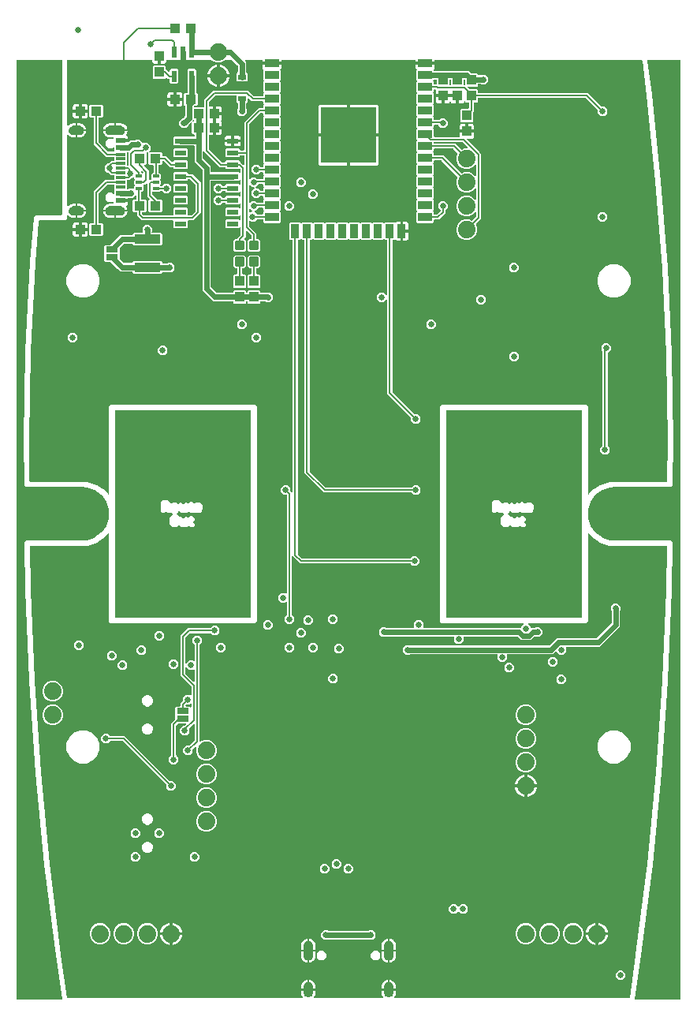
<source format=gbl>
G04 EAGLE Gerber RS-274X export*
G75*
%MOMM*%
%FSLAX34Y34*%
%LPD*%
%INBottom Copper*%
%IPPOS*%
%AMOC8*
5,1,8,0,0,1.08239X$1,22.5*%
G01*
%ADD10C,0.635000*%
%ADD11C,0.755600*%
%ADD12R,0.550000X1.200000*%
%ADD13R,1.000000X1.100000*%
%ADD14R,1.100000X1.000000*%
%ADD15C,1.879600*%
%ADD16R,0.830000X0.630000*%
%ADD17R,1.270000X0.635000*%
%ADD18R,1.500000X0.900000*%
%ADD19R,0.900000X1.500000*%
%ADD20R,6.000000X6.000000*%
%ADD21R,1.200000X0.600000*%
%ADD22R,0.660000X0.300000*%
%ADD23C,0.300000*%
%ADD24R,1.000000X0.300000*%
%ADD25R,1.000000X0.600000*%
%ADD26R,2.800000X1.000000*%
%ADD27C,0.660400*%
%ADD28C,0.558800*%
%ADD29C,0.177800*%

G36*
X217283Y756D02*
X217283Y756D01*
X217355Y758D01*
X217404Y776D01*
X217455Y784D01*
X217519Y818D01*
X217586Y843D01*
X217627Y875D01*
X217673Y900D01*
X217722Y952D01*
X217778Y996D01*
X217806Y1040D01*
X217842Y1078D01*
X217872Y1143D01*
X217911Y1203D01*
X217924Y1254D01*
X217946Y1301D01*
X217954Y1372D01*
X217971Y1442D01*
X217967Y1494D01*
X217973Y1545D01*
X217957Y1616D01*
X217952Y1687D01*
X217932Y1735D01*
X217920Y1786D01*
X217884Y1847D01*
X217856Y1913D01*
X217811Y1969D01*
X217794Y1997D01*
X217781Y2009D01*
X217778Y2013D01*
X217771Y2020D01*
X217751Y2044D01*
X217624Y2171D01*
X216793Y3414D01*
X216221Y4796D01*
X215929Y6263D01*
X215929Y9011D01*
X218471Y9011D01*
X218471Y7010D01*
X218473Y7007D01*
X218471Y7005D01*
X218596Y5892D01*
X218602Y5886D01*
X218599Y5881D01*
X218969Y4824D01*
X218976Y4820D01*
X218973Y4814D01*
X219569Y3866D01*
X219577Y3863D01*
X219576Y3858D01*
X220368Y3066D01*
X220376Y3065D01*
X220376Y3059D01*
X221324Y2463D01*
X221333Y2464D01*
X221334Y2459D01*
X222391Y2089D01*
X222399Y2091D01*
X222402Y2086D01*
X223515Y1961D01*
X223522Y1965D01*
X223526Y1961D01*
X224638Y2086D01*
X224644Y2092D01*
X224649Y2089D01*
X225706Y2459D01*
X225710Y2466D01*
X225716Y2463D01*
X226664Y3059D01*
X226667Y3067D01*
X226672Y3066D01*
X227464Y3858D01*
X227465Y3866D01*
X227471Y3866D01*
X228067Y4814D01*
X228066Y4823D01*
X228071Y4824D01*
X228441Y5881D01*
X228440Y5885D01*
X228442Y5887D01*
X228440Y5890D01*
X228444Y5892D01*
X228569Y7005D01*
X228567Y7008D01*
X228569Y7010D01*
X228569Y9011D01*
X231111Y9011D01*
X231111Y6262D01*
X230819Y4796D01*
X230331Y3617D01*
X230247Y3414D01*
X229522Y2330D01*
X229416Y2171D01*
X229289Y2044D01*
X229247Y1986D01*
X229198Y1934D01*
X229176Y1887D01*
X229146Y1845D01*
X229125Y1776D01*
X229094Y1711D01*
X229089Y1659D01*
X229073Y1610D01*
X229075Y1538D01*
X229067Y1467D01*
X229078Y1416D01*
X229080Y1364D01*
X229104Y1296D01*
X229120Y1226D01*
X229146Y1181D01*
X229164Y1133D01*
X229209Y1077D01*
X229246Y1015D01*
X229285Y981D01*
X229318Y941D01*
X229378Y902D01*
X229433Y855D01*
X229481Y836D01*
X229525Y808D01*
X229594Y790D01*
X229661Y763D01*
X229732Y755D01*
X229763Y747D01*
X229787Y749D01*
X229827Y745D01*
X303573Y745D01*
X303643Y756D01*
X303715Y758D01*
X303764Y776D01*
X303815Y784D01*
X303879Y818D01*
X303946Y843D01*
X303987Y875D01*
X304033Y900D01*
X304082Y952D01*
X304138Y996D01*
X304166Y1040D01*
X304202Y1078D01*
X304232Y1143D01*
X304271Y1203D01*
X304284Y1254D01*
X304306Y1301D01*
X304314Y1372D01*
X304331Y1442D01*
X304327Y1494D01*
X304333Y1545D01*
X304317Y1616D01*
X304312Y1687D01*
X304292Y1735D01*
X304280Y1786D01*
X304244Y1847D01*
X304216Y1913D01*
X304171Y1969D01*
X304154Y1997D01*
X304141Y2009D01*
X304138Y2013D01*
X304131Y2020D01*
X304111Y2044D01*
X303984Y2171D01*
X303153Y3414D01*
X302581Y4796D01*
X302289Y6262D01*
X302289Y9011D01*
X304831Y9011D01*
X304831Y7010D01*
X304833Y7007D01*
X304831Y7005D01*
X304956Y5892D01*
X304962Y5886D01*
X304959Y5881D01*
X305329Y4824D01*
X305336Y4820D01*
X305333Y4814D01*
X305929Y3866D01*
X305937Y3863D01*
X305936Y3858D01*
X306728Y3066D01*
X306736Y3065D01*
X306736Y3059D01*
X307684Y2463D01*
X307693Y2464D01*
X307694Y2459D01*
X308751Y2089D01*
X308759Y2091D01*
X308762Y2086D01*
X309875Y1961D01*
X309882Y1965D01*
X309886Y1961D01*
X310998Y2086D01*
X311004Y2092D01*
X311009Y2089D01*
X312066Y2459D01*
X312070Y2466D01*
X312076Y2463D01*
X313024Y3059D01*
X313027Y3067D01*
X313032Y3066D01*
X313824Y3858D01*
X313825Y3866D01*
X313831Y3866D01*
X314427Y4814D01*
X314426Y4823D01*
X314431Y4824D01*
X314801Y5881D01*
X314800Y5885D01*
X314802Y5887D01*
X314800Y5890D01*
X314804Y5892D01*
X314929Y7005D01*
X314927Y7008D01*
X314929Y7010D01*
X314929Y9011D01*
X317471Y9011D01*
X317471Y6262D01*
X317179Y4796D01*
X316607Y3414D01*
X316052Y2585D01*
X315776Y2171D01*
X315649Y2044D01*
X315607Y1986D01*
X315558Y1934D01*
X315536Y1887D01*
X315506Y1845D01*
X315485Y1776D01*
X315454Y1711D01*
X315449Y1659D01*
X315433Y1610D01*
X315435Y1538D01*
X315427Y1467D01*
X315438Y1416D01*
X315440Y1364D01*
X315464Y1296D01*
X315479Y1226D01*
X315506Y1181D01*
X315524Y1133D01*
X315569Y1077D01*
X315606Y1015D01*
X315645Y981D01*
X315678Y941D01*
X315738Y902D01*
X315793Y855D01*
X315841Y836D01*
X315885Y808D01*
X315954Y790D01*
X316021Y763D01*
X316092Y755D01*
X316123Y747D01*
X316147Y749D01*
X316187Y745D01*
X567914Y745D01*
X568001Y759D01*
X568090Y765D01*
X568122Y779D01*
X568157Y784D01*
X568235Y826D01*
X568317Y860D01*
X568343Y883D01*
X568374Y900D01*
X568435Y964D01*
X568502Y1022D01*
X568520Y1052D01*
X568544Y1078D01*
X568581Y1158D01*
X568626Y1234D01*
X568637Y1278D01*
X568647Y1301D01*
X568649Y1316D01*
X568650Y1318D01*
X568652Y1336D01*
X568668Y1397D01*
X575298Y47136D01*
X575298Y47142D01*
X575300Y47152D01*
X587448Y144940D01*
X587447Y144948D01*
X587450Y144960D01*
X596940Y243042D01*
X596939Y243050D01*
X596941Y243063D01*
X603766Y341366D01*
X603765Y341374D01*
X603767Y341387D01*
X607922Y439839D01*
X607921Y439845D01*
X607922Y439854D01*
X608919Y485504D01*
X608915Y485532D01*
X608918Y485560D01*
X608898Y485654D01*
X608884Y485748D01*
X608872Y485773D01*
X608866Y485801D01*
X608817Y485883D01*
X608774Y485968D01*
X608754Y485988D01*
X608739Y486012D01*
X608667Y486074D01*
X608599Y486141D01*
X608574Y486153D01*
X608553Y486172D01*
X608464Y486208D01*
X608379Y486249D01*
X608351Y486253D01*
X608324Y486264D01*
X608158Y486282D01*
X546999Y486282D01*
X536630Y489651D01*
X527810Y496060D01*
X525126Y499754D01*
X525120Y499759D01*
X525116Y499766D01*
X525033Y499845D01*
X524951Y499927D01*
X524944Y499930D01*
X524938Y499936D01*
X524833Y499984D01*
X524730Y500035D01*
X524722Y500036D01*
X524715Y500039D01*
X524601Y500052D01*
X524486Y500067D01*
X524478Y500065D01*
X524471Y500066D01*
X524358Y500042D01*
X524245Y500020D01*
X524238Y500016D01*
X524230Y500014D01*
X524132Y499955D01*
X524031Y499898D01*
X524026Y499892D01*
X524019Y499888D01*
X523944Y499800D01*
X523867Y499714D01*
X523864Y499707D01*
X523859Y499701D01*
X523816Y499594D01*
X523771Y499488D01*
X523770Y499480D01*
X523767Y499473D01*
X523749Y499306D01*
X523749Y405137D01*
X521963Y403351D01*
X460382Y403351D01*
X460311Y403340D01*
X460239Y403338D01*
X460190Y403320D01*
X460139Y403312D01*
X460076Y403278D01*
X460008Y403253D01*
X459968Y403221D01*
X459922Y403196D01*
X459872Y403144D01*
X459816Y403100D01*
X459788Y403056D01*
X459752Y403018D01*
X459722Y402953D01*
X459683Y402893D01*
X459671Y402842D01*
X459649Y402795D01*
X459641Y402724D01*
X459623Y402654D01*
X459627Y402602D01*
X459622Y402551D01*
X459637Y402480D01*
X459642Y402409D01*
X459663Y402361D01*
X459674Y402310D01*
X459711Y402249D01*
X459739Y402183D01*
X459783Y402127D01*
X459800Y402099D01*
X459818Y402084D01*
X459843Y402052D01*
X462281Y399615D01*
X462281Y399034D01*
X462284Y399014D01*
X462282Y398995D01*
X462304Y398893D01*
X462320Y398791D01*
X462330Y398774D01*
X462334Y398754D01*
X462387Y398665D01*
X462436Y398574D01*
X462450Y398560D01*
X462460Y398543D01*
X462539Y398476D01*
X462614Y398404D01*
X462632Y398396D01*
X462647Y398383D01*
X462743Y398344D01*
X462837Y398301D01*
X462857Y398299D01*
X462875Y398291D01*
X463042Y398273D01*
X466972Y398273D01*
X467062Y398287D01*
X467153Y398295D01*
X467183Y398307D01*
X467215Y398312D01*
X467296Y398355D01*
X467379Y398391D01*
X467412Y398417D01*
X467432Y398428D01*
X467454Y398451D01*
X467510Y398496D01*
X467795Y398781D01*
X472005Y398781D01*
X474981Y395805D01*
X474981Y391595D01*
X472005Y388619D01*
X467795Y388619D01*
X467510Y388904D01*
X467437Y388957D01*
X467367Y389017D01*
X467337Y389029D01*
X467311Y389048D01*
X467224Y389075D01*
X467139Y389109D01*
X467098Y389113D01*
X467076Y389120D01*
X467043Y389119D01*
X466972Y389127D01*
X466735Y389127D01*
X466645Y389113D01*
X466554Y389105D01*
X466524Y389093D01*
X466492Y389088D01*
X466412Y389045D01*
X466328Y389009D01*
X466296Y388983D01*
X466275Y388972D01*
X466253Y388949D01*
X466197Y388904D01*
X462356Y385063D01*
X452044Y385063D01*
X448203Y388904D01*
X448129Y388957D01*
X448060Y389017D01*
X448030Y389029D01*
X448004Y389048D01*
X447917Y389075D01*
X447832Y389109D01*
X447791Y389113D01*
X447768Y389120D01*
X447736Y389119D01*
X447665Y389127D01*
X390764Y389127D01*
X390693Y389116D01*
X390621Y389114D01*
X390572Y389096D01*
X390521Y389088D01*
X390457Y389054D01*
X390390Y389029D01*
X390349Y388997D01*
X390303Y388972D01*
X390254Y388921D01*
X390198Y388876D01*
X390170Y388832D01*
X390134Y388794D01*
X390104Y388729D01*
X390065Y388669D01*
X390052Y388618D01*
X390030Y388571D01*
X390023Y388500D01*
X390005Y388430D01*
X390009Y388378D01*
X390003Y388327D01*
X390019Y388256D01*
X390024Y388185D01*
X390045Y388137D01*
X390056Y388086D01*
X390092Y388025D01*
X390121Y387959D01*
X390123Y387956D01*
X390123Y383721D01*
X387146Y380745D01*
X382937Y380745D01*
X379961Y383721D01*
X379961Y387963D01*
X379971Y387985D01*
X380002Y388027D01*
X380023Y388096D01*
X380053Y388161D01*
X380059Y388213D01*
X380074Y388262D01*
X380072Y388334D01*
X380080Y388405D01*
X380069Y388456D01*
X380068Y388508D01*
X380043Y388576D01*
X380028Y388646D01*
X380001Y388691D01*
X379983Y388739D01*
X379939Y388795D01*
X379902Y388857D01*
X379862Y388891D01*
X379830Y388931D01*
X379769Y388970D01*
X379715Y389017D01*
X379667Y389036D01*
X379623Y389064D01*
X379553Y389082D01*
X379487Y389109D01*
X379416Y389117D01*
X379384Y389125D01*
X379361Y389123D01*
X379320Y389127D01*
X307728Y389127D01*
X307638Y389113D01*
X307547Y389105D01*
X307517Y389093D01*
X307485Y389088D01*
X307404Y389045D01*
X307321Y389009D01*
X307288Y388983D01*
X307268Y388972D01*
X307246Y388949D01*
X307190Y388904D01*
X306905Y388619D01*
X302695Y388619D01*
X299719Y391595D01*
X299719Y395805D01*
X302695Y398781D01*
X306905Y398781D01*
X307190Y398496D01*
X307263Y398443D01*
X307333Y398383D01*
X307363Y398371D01*
X307389Y398352D01*
X307476Y398325D01*
X307561Y398291D01*
X307602Y398287D01*
X307624Y398280D01*
X307657Y398281D01*
X307728Y398273D01*
X336162Y398273D01*
X336233Y398284D01*
X336305Y398286D01*
X336354Y398304D01*
X336405Y398312D01*
X336468Y398346D01*
X336536Y398371D01*
X336576Y398403D01*
X336622Y398428D01*
X336672Y398479D01*
X336728Y398524D01*
X336756Y398568D01*
X336792Y398606D01*
X336822Y398671D01*
X336861Y398731D01*
X336873Y398782D01*
X336895Y398829D01*
X336903Y398900D01*
X336921Y398970D01*
X336917Y399022D01*
X336922Y399073D01*
X336907Y399144D01*
X336902Y399215D01*
X336881Y399263D01*
X336870Y399314D01*
X336833Y399375D01*
X336805Y399441D01*
X336803Y399444D01*
X336803Y403679D01*
X339779Y406655D01*
X343989Y406655D01*
X346965Y403679D01*
X346965Y399437D01*
X346954Y399415D01*
X346924Y399373D01*
X346903Y399304D01*
X346873Y399239D01*
X346867Y399187D01*
X346852Y399138D01*
X346853Y399066D01*
X346846Y398995D01*
X346857Y398944D01*
X346858Y398892D01*
X346883Y398824D01*
X346898Y398754D01*
X346925Y398709D01*
X346942Y398661D01*
X346987Y398605D01*
X347024Y398543D01*
X347064Y398509D01*
X347096Y398469D01*
X347156Y398430D01*
X347211Y398383D01*
X347259Y398364D01*
X347303Y398336D01*
X347372Y398318D01*
X347439Y398291D01*
X347510Y398283D01*
X347541Y398275D01*
X347565Y398277D01*
X347606Y398273D01*
X451358Y398273D01*
X451378Y398276D01*
X451397Y398274D01*
X451499Y398296D01*
X451601Y398312D01*
X451618Y398322D01*
X451638Y398326D01*
X451727Y398379D01*
X451818Y398428D01*
X451832Y398442D01*
X451849Y398452D01*
X451916Y398531D01*
X451988Y398606D01*
X451996Y398624D01*
X452009Y398639D01*
X452048Y398735D01*
X452091Y398829D01*
X452093Y398849D01*
X452101Y398867D01*
X452119Y399034D01*
X452119Y399615D01*
X454557Y402052D01*
X454598Y402110D01*
X454648Y402162D01*
X454670Y402209D01*
X454700Y402251D01*
X454721Y402320D01*
X454751Y402385D01*
X454757Y402437D01*
X454772Y402487D01*
X454771Y402558D01*
X454778Y402629D01*
X454767Y402680D01*
X454766Y402732D01*
X454741Y402800D01*
X454726Y402870D01*
X454699Y402915D01*
X454682Y402963D01*
X454637Y403019D01*
X454600Y403081D01*
X454560Y403115D01*
X454528Y403155D01*
X454468Y403194D01*
X454413Y403241D01*
X454365Y403260D01*
X454321Y403288D01*
X454252Y403306D01*
X454185Y403333D01*
X454114Y403341D01*
X454082Y403349D01*
X454059Y403347D01*
X454018Y403351D01*
X367037Y403351D01*
X365251Y405137D01*
X365251Y636263D01*
X367037Y638049D01*
X521963Y638049D01*
X523749Y636263D01*
X523749Y542094D01*
X523750Y542086D01*
X523749Y542078D01*
X523770Y541965D01*
X523788Y541851D01*
X523792Y541844D01*
X523794Y541836D01*
X523850Y541735D01*
X523904Y541634D01*
X523909Y541628D01*
X523913Y541621D01*
X523998Y541544D01*
X524082Y541464D01*
X524089Y541461D01*
X524095Y541456D01*
X524200Y541410D01*
X524305Y541361D01*
X524313Y541360D01*
X524320Y541357D01*
X524435Y541346D01*
X524549Y541334D01*
X524557Y541335D01*
X524565Y541335D01*
X524677Y541361D01*
X524790Y541386D01*
X524797Y541390D01*
X524804Y541392D01*
X524902Y541453D01*
X525001Y541512D01*
X525006Y541518D01*
X525013Y541522D01*
X525126Y541646D01*
X527810Y545340D01*
X536630Y551749D01*
X546999Y555118D01*
X608254Y555118D01*
X608272Y555121D01*
X608290Y555119D01*
X608393Y555140D01*
X608497Y555157D01*
X608513Y555166D01*
X608531Y555170D01*
X608622Y555223D01*
X608715Y555273D01*
X608727Y555286D01*
X608742Y555295D01*
X608811Y555375D01*
X608884Y555451D01*
X608892Y555467D01*
X608903Y555481D01*
X608943Y555578D01*
X608988Y555674D01*
X608990Y555692D01*
X608996Y555708D01*
X609016Y555875D01*
X609238Y598804D01*
X609237Y598810D01*
X609238Y598820D01*
X607693Y691686D01*
X607692Y691695D01*
X607693Y691709D01*
X603448Y784491D01*
X603446Y784499D01*
X603447Y784513D01*
X596506Y877132D01*
X596504Y877141D01*
X596504Y877154D01*
X586873Y969533D01*
X586872Y969539D01*
X586871Y969550D01*
X582127Y1007095D01*
X582100Y1007187D01*
X582080Y1007280D01*
X582066Y1007304D01*
X582057Y1007331D01*
X582003Y1007409D01*
X581954Y1007491D01*
X581932Y1007509D01*
X581916Y1007533D01*
X581839Y1007589D01*
X581767Y1007651D01*
X581741Y1007661D01*
X581718Y1007678D01*
X581627Y1007707D01*
X581539Y1007743D01*
X581503Y1007747D01*
X581484Y1007753D01*
X581451Y1007753D01*
X581372Y1007761D01*
X359882Y1007761D01*
X359862Y1007758D01*
X359843Y1007760D01*
X359741Y1007738D01*
X359639Y1007722D01*
X359622Y1007712D01*
X359602Y1007708D01*
X359513Y1007655D01*
X359422Y1007606D01*
X359408Y1007592D01*
X359391Y1007582D01*
X359324Y1007503D01*
X359252Y1007428D01*
X359244Y1007410D01*
X359231Y1007395D01*
X359192Y1007299D01*
X359149Y1007205D01*
X359147Y1007185D01*
X359139Y1007167D01*
X359121Y1007000D01*
X359121Y1005623D01*
X349842Y1005623D01*
X349822Y1005620D01*
X349803Y1005622D01*
X349701Y1005600D01*
X349599Y1005583D01*
X349582Y1005574D01*
X349562Y1005570D01*
X349473Y1005517D01*
X349382Y1005468D01*
X349368Y1005454D01*
X349351Y1005444D01*
X349284Y1005365D01*
X349213Y1005290D01*
X349204Y1005272D01*
X349191Y1005257D01*
X349152Y1005161D01*
X349109Y1005067D01*
X349107Y1005047D01*
X349099Y1005029D01*
X349081Y1004862D01*
X349081Y1003338D01*
X349084Y1003318D01*
X349082Y1003299D01*
X349104Y1003197D01*
X349121Y1003095D01*
X349130Y1003078D01*
X349134Y1003058D01*
X349187Y1002969D01*
X349236Y1002878D01*
X349250Y1002864D01*
X349260Y1002847D01*
X349339Y1002780D01*
X349414Y1002709D01*
X349432Y1002700D01*
X349447Y1002687D01*
X349543Y1002648D01*
X349637Y1002605D01*
X349657Y1002603D01*
X349675Y1002595D01*
X349842Y1002577D01*
X359121Y1002577D01*
X359121Y999266D01*
X358948Y998619D01*
X358613Y998040D01*
X358323Y997750D01*
X358311Y997733D01*
X358295Y997721D01*
X358264Y997673D01*
X358258Y997666D01*
X358252Y997653D01*
X358239Y997634D01*
X358179Y997550D01*
X358173Y997531D01*
X358162Y997514D01*
X358137Y997414D01*
X358107Y997315D01*
X358107Y997295D01*
X358102Y997275D01*
X358110Y997172D01*
X358113Y997069D01*
X358120Y997050D01*
X358121Y997030D01*
X358162Y996935D01*
X358198Y996838D01*
X358210Y996822D01*
X358218Y996804D01*
X358323Y996673D01*
X358376Y996619D01*
X358382Y996593D01*
X358398Y996491D01*
X358408Y996474D01*
X358412Y996454D01*
X358465Y996365D01*
X358514Y996274D01*
X358528Y996260D01*
X358538Y996243D01*
X358617Y996176D01*
X358692Y996104D01*
X358710Y996096D01*
X358725Y996083D01*
X358821Y996044D01*
X358915Y996001D01*
X358935Y995999D01*
X358953Y995991D01*
X359120Y995973D01*
X395674Y995973D01*
X397745Y993902D01*
X397819Y993849D01*
X397889Y993789D01*
X397919Y993777D01*
X397945Y993758D01*
X398032Y993731D01*
X398117Y993697D01*
X398158Y993693D01*
X398180Y993686D01*
X398212Y993687D01*
X398283Y993679D01*
X404517Y993679D01*
X405559Y992637D01*
X405559Y992124D01*
X405562Y992104D01*
X405560Y992085D01*
X405582Y991983D01*
X405598Y991881D01*
X405608Y991864D01*
X405612Y991844D01*
X405665Y991755D01*
X405714Y991664D01*
X405728Y991650D01*
X405738Y991633D01*
X405817Y991566D01*
X405892Y991494D01*
X405910Y991486D01*
X405925Y991473D01*
X406021Y991434D01*
X406115Y991391D01*
X406135Y991389D01*
X406153Y991381D01*
X406320Y991363D01*
X408552Y991363D01*
X408642Y991377D01*
X408733Y991385D01*
X408763Y991397D01*
X408795Y991402D01*
X408876Y991445D01*
X408959Y991481D01*
X408992Y991507D01*
X409012Y991518D01*
X409034Y991541D01*
X409090Y991586D01*
X409375Y991871D01*
X413585Y991871D01*
X416561Y988895D01*
X416561Y984685D01*
X413585Y981709D01*
X409375Y981709D01*
X409090Y981994D01*
X409017Y982047D01*
X408947Y982107D01*
X408917Y982119D01*
X408891Y982138D01*
X408804Y982165D01*
X408719Y982199D01*
X408678Y982203D01*
X408656Y982210D01*
X408623Y982209D01*
X408552Y982217D01*
X406320Y982217D01*
X406300Y982214D01*
X406281Y982216D01*
X406179Y982194D01*
X406077Y982178D01*
X406060Y982168D01*
X406040Y982164D01*
X405951Y982111D01*
X405860Y982062D01*
X405846Y982048D01*
X405829Y982038D01*
X405762Y981959D01*
X405690Y981884D01*
X405682Y981866D01*
X405669Y981851D01*
X405630Y981755D01*
X405587Y981661D01*
X405585Y981641D01*
X405577Y981623D01*
X405559Y981456D01*
X405559Y980163D01*
X404517Y979121D01*
X395549Y979121D01*
X395479Y979110D01*
X395407Y979108D01*
X395358Y979090D01*
X395307Y979082D01*
X395243Y979048D01*
X395176Y979023D01*
X395135Y978991D01*
X395089Y978966D01*
X395040Y978914D01*
X394984Y978870D01*
X394956Y978826D01*
X394920Y978788D01*
X394890Y978723D01*
X394851Y978663D01*
X394838Y978612D01*
X394816Y978565D01*
X394808Y978494D01*
X394791Y978424D01*
X394795Y978372D01*
X394789Y978321D01*
X394804Y978250D01*
X394810Y978179D01*
X394830Y978131D01*
X394841Y978080D01*
X394878Y978019D01*
X394906Y977953D01*
X394951Y977897D01*
X394967Y977869D01*
X394985Y977854D01*
X395011Y977822D01*
X395931Y976902D01*
X396005Y976849D01*
X396074Y976789D01*
X396105Y976777D01*
X396131Y976758D01*
X396218Y976731D01*
X396303Y976697D01*
X396344Y976693D01*
X396366Y976686D01*
X396398Y976687D01*
X396469Y976679D01*
X404517Y976679D01*
X405559Y975637D01*
X405559Y972829D01*
X405562Y972809D01*
X405560Y972790D01*
X405582Y972688D01*
X405598Y972586D01*
X405608Y972569D01*
X405612Y972549D01*
X405665Y972460D01*
X405714Y972369D01*
X405728Y972355D01*
X405738Y972338D01*
X405817Y972271D01*
X405892Y972199D01*
X405910Y972191D01*
X405925Y972178D01*
X406021Y972139D01*
X406115Y972096D01*
X406135Y972094D01*
X406153Y972086D01*
X406320Y972068D01*
X523955Y972068D01*
X538219Y957804D01*
X538293Y957751D01*
X538362Y957691D01*
X538393Y957679D01*
X538419Y957660D01*
X538506Y957633D01*
X538591Y957599D01*
X538632Y957595D01*
X538654Y957588D01*
X538686Y957589D01*
X538757Y957581D01*
X541855Y957581D01*
X544831Y954605D01*
X544831Y950395D01*
X541855Y947419D01*
X537645Y947419D01*
X534669Y950395D01*
X534669Y953493D01*
X534655Y953583D01*
X534647Y953674D01*
X534635Y953703D01*
X534630Y953735D01*
X534587Y953816D01*
X534551Y953900D01*
X534525Y953932D01*
X534514Y953953D01*
X534491Y953975D01*
X534446Y954031D01*
X521968Y966509D01*
X521894Y966562D01*
X521825Y966622D01*
X521794Y966634D01*
X521768Y966653D01*
X521681Y966680D01*
X521596Y966714D01*
X521555Y966718D01*
X521533Y966725D01*
X521501Y966724D01*
X521430Y966732D01*
X406320Y966732D01*
X406300Y966729D01*
X406281Y966731D01*
X406179Y966709D01*
X406077Y966693D01*
X406060Y966683D01*
X406040Y966679D01*
X405951Y966626D01*
X405860Y966577D01*
X405846Y966563D01*
X405829Y966553D01*
X405762Y966474D01*
X405690Y966399D01*
X405682Y966381D01*
X405669Y966366D01*
X405630Y966270D01*
X405587Y966176D01*
X405585Y966156D01*
X405577Y966138D01*
X405559Y965971D01*
X405559Y963163D01*
X404517Y962121D01*
X402209Y962121D01*
X402189Y962118D01*
X402170Y962120D01*
X402068Y962098D01*
X401966Y962082D01*
X401949Y962072D01*
X401929Y962068D01*
X401840Y962015D01*
X401749Y961966D01*
X401735Y961952D01*
X401718Y961942D01*
X401651Y961863D01*
X401579Y961788D01*
X401571Y961770D01*
X401558Y961755D01*
X401519Y961659D01*
X401476Y961565D01*
X401474Y961545D01*
X401466Y961527D01*
X401448Y961360D01*
X401448Y952275D01*
X400702Y951529D01*
X400649Y951455D01*
X400589Y951386D01*
X400577Y951355D01*
X400558Y951329D01*
X400531Y951242D01*
X400497Y951157D01*
X400493Y951116D01*
X400486Y951094D01*
X400487Y951062D01*
X400479Y950991D01*
X400479Y942063D01*
X399437Y941021D01*
X387963Y941021D01*
X386921Y942063D01*
X386921Y954537D01*
X387963Y955579D01*
X395351Y955579D01*
X395371Y955582D01*
X395390Y955580D01*
X395492Y955602D01*
X395594Y955618D01*
X395611Y955628D01*
X395631Y955632D01*
X395720Y955685D01*
X395811Y955734D01*
X395825Y955748D01*
X395842Y955758D01*
X395909Y955837D01*
X395981Y955912D01*
X395989Y955930D01*
X396002Y955945D01*
X396041Y956041D01*
X396084Y956135D01*
X396086Y956155D01*
X396094Y956173D01*
X396112Y956340D01*
X396112Y961360D01*
X396109Y961380D01*
X396111Y961399D01*
X396089Y961501D01*
X396073Y961603D01*
X396063Y961620D01*
X396059Y961640D01*
X396006Y961729D01*
X395957Y961820D01*
X395943Y961834D01*
X395933Y961851D01*
X395854Y961918D01*
X395779Y961990D01*
X395761Y961998D01*
X395746Y962011D01*
X395650Y962050D01*
X395556Y962093D01*
X395536Y962095D01*
X395518Y962103D01*
X395351Y962121D01*
X393043Y962121D01*
X392099Y963066D01*
X392002Y963135D01*
X391906Y963206D01*
X391902Y963207D01*
X391899Y963209D01*
X391786Y963244D01*
X391672Y963281D01*
X391668Y963281D01*
X391664Y963282D01*
X391545Y963279D01*
X391426Y963277D01*
X391422Y963275D01*
X391418Y963275D01*
X391306Y963234D01*
X391194Y963195D01*
X391191Y963192D01*
X391187Y963191D01*
X391093Y963116D01*
X391000Y963043D01*
X390998Y963039D01*
X390995Y963037D01*
X390987Y963026D01*
X390901Y962908D01*
X390573Y962340D01*
X390100Y961867D01*
X389521Y961532D01*
X388874Y961359D01*
X385063Y961359D01*
X385063Y968638D01*
X385060Y968658D01*
X385062Y968677D01*
X385040Y968779D01*
X385023Y968881D01*
X385014Y968898D01*
X385010Y968918D01*
X384957Y969007D01*
X384908Y969098D01*
X384894Y969112D01*
X384884Y969129D01*
X384805Y969196D01*
X384730Y969267D01*
X384712Y969276D01*
X384697Y969289D01*
X384601Y969328D01*
X384507Y969371D01*
X384487Y969373D01*
X384469Y969381D01*
X384302Y969399D01*
X383539Y969399D01*
X383539Y970162D01*
X383536Y970182D01*
X383538Y970201D01*
X383516Y970303D01*
X383499Y970405D01*
X383490Y970422D01*
X383486Y970442D01*
X383433Y970531D01*
X383384Y970622D01*
X383370Y970636D01*
X383360Y970653D01*
X383281Y970720D01*
X383206Y970791D01*
X383188Y970800D01*
X383173Y970813D01*
X383077Y970852D01*
X382983Y970895D01*
X382963Y970897D01*
X382945Y970905D01*
X382778Y970923D01*
X369062Y970923D01*
X369042Y970920D01*
X369023Y970922D01*
X368921Y970900D01*
X368819Y970883D01*
X368802Y970874D01*
X368782Y970870D01*
X368693Y970817D01*
X368602Y970768D01*
X368588Y970754D01*
X368571Y970744D01*
X368504Y970665D01*
X368433Y970590D01*
X368424Y970572D01*
X368411Y970557D01*
X368372Y970461D01*
X368329Y970367D01*
X368327Y970347D01*
X368319Y970329D01*
X368301Y970162D01*
X368301Y969399D01*
X368299Y969399D01*
X368299Y970162D01*
X368296Y970182D01*
X368298Y970201D01*
X368276Y970303D01*
X368259Y970405D01*
X368250Y970422D01*
X368246Y970442D01*
X368193Y970531D01*
X368144Y970622D01*
X368130Y970636D01*
X368120Y970653D01*
X368041Y970720D01*
X367966Y970791D01*
X367948Y970800D01*
X367933Y970813D01*
X367837Y970852D01*
X367743Y970895D01*
X367723Y970897D01*
X367705Y970905D01*
X367538Y970923D01*
X360759Y970923D01*
X360759Y975271D01*
X360756Y975291D01*
X360758Y975310D01*
X360736Y975412D01*
X360720Y975514D01*
X360710Y975531D01*
X360706Y975551D01*
X360653Y975640D01*
X360604Y975731D01*
X360590Y975745D01*
X360580Y975762D01*
X360501Y975829D01*
X360426Y975901D01*
X360408Y975909D01*
X360393Y975922D01*
X360297Y975961D01*
X360203Y976004D01*
X360183Y976006D01*
X360165Y976014D01*
X359998Y976032D01*
X359120Y976032D01*
X359100Y976029D01*
X359081Y976031D01*
X358979Y976009D01*
X358877Y975993D01*
X358860Y975983D01*
X358840Y975979D01*
X358751Y975926D01*
X358660Y975877D01*
X358646Y975863D01*
X358629Y975853D01*
X358562Y975774D01*
X358490Y975699D01*
X358482Y975681D01*
X358469Y975666D01*
X358430Y975570D01*
X358387Y975476D01*
X358385Y975456D01*
X358377Y975438D01*
X358359Y975271D01*
X358359Y973463D01*
X357784Y972888D01*
X357772Y972872D01*
X357757Y972860D01*
X357701Y972772D01*
X357640Y972689D01*
X357634Y972670D01*
X357624Y972653D01*
X357598Y972552D01*
X357568Y972453D01*
X357568Y972434D01*
X357564Y972414D01*
X357572Y972311D01*
X357574Y972208D01*
X357581Y972189D01*
X357583Y972169D01*
X357623Y972074D01*
X357659Y971977D01*
X357671Y971961D01*
X357679Y971943D01*
X357784Y971812D01*
X358359Y971237D01*
X358359Y960763D01*
X357784Y960188D01*
X357772Y960172D01*
X357757Y960160D01*
X357701Y960072D01*
X357640Y959989D01*
X357634Y959970D01*
X357624Y959953D01*
X357598Y959852D01*
X357568Y959753D01*
X357568Y959734D01*
X357564Y959714D01*
X357572Y959611D01*
X357574Y959508D01*
X357581Y959489D01*
X357583Y959469D01*
X357623Y959374D01*
X357659Y959277D01*
X357671Y959261D01*
X357679Y959243D01*
X357784Y959112D01*
X358359Y958537D01*
X358359Y948063D01*
X357784Y947488D01*
X357772Y947472D01*
X357757Y947460D01*
X357701Y947372D01*
X357640Y947289D01*
X357634Y947270D01*
X357624Y947253D01*
X357598Y947152D01*
X357568Y947053D01*
X357568Y947034D01*
X357564Y947014D01*
X357572Y946911D01*
X357574Y946808D01*
X357581Y946789D01*
X357583Y946769D01*
X357623Y946674D01*
X357659Y946577D01*
X357671Y946561D01*
X357679Y946543D01*
X357784Y946412D01*
X358359Y945837D01*
X358359Y944029D01*
X358362Y944009D01*
X358360Y943990D01*
X358382Y943888D01*
X358398Y943786D01*
X358408Y943769D01*
X358412Y943749D01*
X358465Y943660D01*
X358514Y943569D01*
X358528Y943555D01*
X358538Y943538D01*
X358617Y943471D01*
X358692Y943399D01*
X358710Y943391D01*
X358725Y943378D01*
X358821Y943339D01*
X358915Y943296D01*
X358935Y943294D01*
X358953Y943286D01*
X359120Y943268D01*
X364267Y943268D01*
X364357Y943282D01*
X364448Y943290D01*
X364478Y943302D01*
X364510Y943307D01*
X364591Y943350D01*
X364674Y943386D01*
X364707Y943412D01*
X364727Y943423D01*
X364749Y943446D01*
X364805Y943491D01*
X366195Y944881D01*
X370405Y944881D01*
X373381Y941905D01*
X373381Y937695D01*
X370405Y934719D01*
X366195Y934719D01*
X363205Y937709D01*
X363132Y937762D01*
X363062Y937822D01*
X363032Y937834D01*
X363006Y937853D01*
X362919Y937880D01*
X362834Y937914D01*
X362793Y937918D01*
X362771Y937925D01*
X362738Y937924D01*
X362667Y937932D01*
X359120Y937932D01*
X359100Y937929D01*
X359081Y937931D01*
X358979Y937909D01*
X358877Y937893D01*
X358860Y937883D01*
X358840Y937879D01*
X358751Y937826D01*
X358660Y937777D01*
X358646Y937763D01*
X358629Y937753D01*
X358562Y937674D01*
X358490Y937599D01*
X358482Y937581D01*
X358469Y937566D01*
X358430Y937470D01*
X358387Y937376D01*
X358385Y937356D01*
X358377Y937338D01*
X358359Y937171D01*
X358359Y935363D01*
X357784Y934788D01*
X357772Y934772D01*
X357757Y934760D01*
X357701Y934672D01*
X357640Y934589D01*
X357634Y934570D01*
X357624Y934553D01*
X357598Y934452D01*
X357568Y934353D01*
X357568Y934334D01*
X357564Y934314D01*
X357572Y934211D01*
X357574Y934108D01*
X357581Y934089D01*
X357583Y934069D01*
X357623Y933974D01*
X357659Y933877D01*
X357671Y933861D01*
X357679Y933843D01*
X357784Y933712D01*
X358359Y933137D01*
X358359Y925796D01*
X358362Y925776D01*
X358360Y925757D01*
X358382Y925655D01*
X358398Y925553D01*
X358408Y925536D01*
X358412Y925516D01*
X358465Y925427D01*
X358514Y925336D01*
X358528Y925322D01*
X358538Y925305D01*
X358617Y925238D01*
X358692Y925166D01*
X358710Y925158D01*
X358725Y925145D01*
X358821Y925106D01*
X358915Y925063D01*
X358935Y925061D01*
X358953Y925053D01*
X359120Y925035D01*
X385398Y925035D01*
X385418Y925038D01*
X385437Y925036D01*
X385539Y925058D01*
X385641Y925074D01*
X385658Y925084D01*
X385678Y925088D01*
X385767Y925141D01*
X385858Y925190D01*
X385872Y925204D01*
X385889Y925214D01*
X385956Y925293D01*
X386028Y925368D01*
X386036Y925386D01*
X386049Y925401D01*
X386088Y925497D01*
X386131Y925591D01*
X386133Y925611D01*
X386141Y925629D01*
X386159Y925796D01*
X386159Y929777D01*
X392938Y929777D01*
X392958Y929780D01*
X392977Y929778D01*
X393079Y929800D01*
X393181Y929817D01*
X393198Y929826D01*
X393218Y929830D01*
X393307Y929883D01*
X393398Y929932D01*
X393412Y929946D01*
X393429Y929956D01*
X393496Y930035D01*
X393567Y930110D01*
X393576Y930128D01*
X393589Y930143D01*
X393628Y930239D01*
X393671Y930333D01*
X393673Y930353D01*
X393681Y930371D01*
X393699Y930538D01*
X393699Y931301D01*
X393701Y931301D01*
X393701Y930538D01*
X393704Y930518D01*
X393702Y930499D01*
X393724Y930397D01*
X393741Y930295D01*
X393750Y930278D01*
X393754Y930258D01*
X393807Y930169D01*
X393856Y930078D01*
X393870Y930064D01*
X393880Y930047D01*
X393959Y929980D01*
X394034Y929909D01*
X394052Y929900D01*
X394067Y929887D01*
X394163Y929848D01*
X394257Y929805D01*
X394277Y929803D01*
X394295Y929795D01*
X394462Y929777D01*
X401241Y929777D01*
X401241Y925466D01*
X401068Y924819D01*
X400733Y924240D01*
X400260Y923767D01*
X399681Y923432D01*
X399034Y923259D01*
X394814Y923259D01*
X394743Y923248D01*
X394671Y923246D01*
X394622Y923228D01*
X394571Y923220D01*
X394508Y923186D01*
X394440Y923161D01*
X394400Y923129D01*
X394354Y923104D01*
X394304Y923052D01*
X394248Y923008D01*
X394220Y922964D01*
X394184Y922926D01*
X394154Y922861D01*
X394115Y922801D01*
X394103Y922750D01*
X394081Y922703D01*
X394073Y922632D01*
X394055Y922562D01*
X394059Y922510D01*
X394054Y922459D01*
X394069Y922388D01*
X394074Y922317D01*
X394095Y922269D01*
X394106Y922218D01*
X394143Y922157D01*
X394171Y922091D01*
X394215Y922035D01*
X394232Y922007D01*
X394250Y921992D01*
X394275Y921960D01*
X407282Y908953D01*
X409068Y907168D01*
X409068Y837095D01*
X403719Y831746D01*
X403651Y831652D01*
X403581Y831558D01*
X403579Y831552D01*
X403575Y831546D01*
X403541Y831436D01*
X403505Y831324D01*
X403505Y831317D01*
X403503Y831311D01*
X403506Y831195D01*
X403507Y831078D01*
X403509Y831071D01*
X403509Y831066D01*
X403516Y831048D01*
X403554Y830917D01*
X404877Y827723D01*
X404877Y823277D01*
X403175Y819169D01*
X400031Y816025D01*
X395923Y814323D01*
X391477Y814323D01*
X387369Y816025D01*
X384225Y819169D01*
X382523Y823277D01*
X382523Y827723D01*
X384225Y831831D01*
X387369Y834975D01*
X391477Y836677D01*
X395923Y836677D01*
X399117Y835354D01*
X399230Y835327D01*
X399344Y835299D01*
X399350Y835299D01*
X399356Y835298D01*
X399473Y835309D01*
X399589Y835318D01*
X399595Y835320D01*
X399601Y835321D01*
X399709Y835369D01*
X399815Y835414D01*
X399821Y835419D01*
X399826Y835421D01*
X399839Y835434D01*
X399946Y835519D01*
X403509Y839082D01*
X403562Y839156D01*
X403622Y839225D01*
X403634Y839256D01*
X403653Y839282D01*
X403680Y839369D01*
X403714Y839454D01*
X403718Y839495D01*
X403725Y839517D01*
X403724Y839549D01*
X403732Y839620D01*
X403732Y843288D01*
X403721Y843359D01*
X403719Y843431D01*
X403701Y843480D01*
X403693Y843531D01*
X403659Y843594D01*
X403634Y843662D01*
X403602Y843702D01*
X403577Y843748D01*
X403525Y843798D01*
X403481Y843854D01*
X403437Y843882D01*
X403399Y843918D01*
X403334Y843948D01*
X403274Y843987D01*
X403223Y843999D01*
X403176Y844021D01*
X403105Y844029D01*
X403035Y844047D01*
X402983Y844043D01*
X402932Y844048D01*
X402861Y844033D01*
X402790Y844028D01*
X402742Y844007D01*
X402691Y843996D01*
X402630Y843959D01*
X402564Y843931D01*
X402508Y843886D01*
X402480Y843870D01*
X402465Y843852D01*
X402433Y843826D01*
X400031Y841425D01*
X395923Y839723D01*
X391477Y839723D01*
X387369Y841425D01*
X384225Y844569D01*
X382523Y848677D01*
X382523Y853123D01*
X384225Y857231D01*
X387369Y860375D01*
X391477Y862077D01*
X395923Y862077D01*
X400031Y860375D01*
X402433Y857974D01*
X402491Y857932D01*
X402543Y857882D01*
X402590Y857860D01*
X402632Y857830D01*
X402701Y857809D01*
X402766Y857779D01*
X402818Y857773D01*
X402868Y857758D01*
X402939Y857760D01*
X403010Y857752D01*
X403061Y857763D01*
X403113Y857764D01*
X403181Y857789D01*
X403251Y857804D01*
X403296Y857831D01*
X403344Y857848D01*
X403400Y857893D01*
X403462Y857930D01*
X403496Y857970D01*
X403536Y858002D01*
X403575Y858062D01*
X403622Y858117D01*
X403641Y858165D01*
X403669Y858209D01*
X403687Y858279D01*
X403714Y858345D01*
X403722Y858416D01*
X403730Y858448D01*
X403728Y858471D01*
X403732Y858512D01*
X403732Y868688D01*
X403721Y868759D01*
X403719Y868831D01*
X403701Y868880D01*
X403693Y868931D01*
X403659Y868994D01*
X403634Y869062D01*
X403602Y869102D01*
X403577Y869148D01*
X403525Y869198D01*
X403481Y869254D01*
X403437Y869282D01*
X403399Y869318D01*
X403334Y869348D01*
X403274Y869387D01*
X403223Y869399D01*
X403176Y869421D01*
X403105Y869429D01*
X403035Y869447D01*
X402983Y869443D01*
X402932Y869448D01*
X402861Y869433D01*
X402790Y869428D01*
X402742Y869407D01*
X402691Y869396D01*
X402630Y869359D01*
X402564Y869331D01*
X402508Y869286D01*
X402480Y869270D01*
X402465Y869252D01*
X402433Y869226D01*
X400031Y866825D01*
X395923Y865123D01*
X391477Y865123D01*
X387369Y866825D01*
X384225Y869969D01*
X382523Y874077D01*
X382523Y878523D01*
X383846Y881717D01*
X383873Y881830D01*
X383901Y881944D01*
X383901Y881950D01*
X383902Y881956D01*
X383891Y882073D01*
X383882Y882189D01*
X383880Y882195D01*
X383879Y882201D01*
X383832Y882307D01*
X383786Y882415D01*
X383781Y882421D01*
X383779Y882426D01*
X383766Y882440D01*
X383681Y882546D01*
X366618Y899609D01*
X366544Y899662D01*
X366475Y899722D01*
X366444Y899734D01*
X366418Y899753D01*
X366331Y899780D01*
X366246Y899814D01*
X366205Y899818D01*
X366183Y899825D01*
X366151Y899824D01*
X366080Y899832D01*
X359120Y899832D01*
X359100Y899829D01*
X359081Y899831D01*
X358979Y899809D01*
X358877Y899793D01*
X358860Y899783D01*
X358840Y899779D01*
X358751Y899726D01*
X358660Y899677D01*
X358646Y899663D01*
X358629Y899653D01*
X358562Y899574D01*
X358490Y899499D01*
X358482Y899481D01*
X358469Y899466D01*
X358430Y899369D01*
X358387Y899276D01*
X358385Y899256D01*
X358377Y899238D01*
X358359Y899071D01*
X358359Y897263D01*
X357784Y896688D01*
X357772Y896672D01*
X357757Y896660D01*
X357701Y896572D01*
X357640Y896489D01*
X357634Y896470D01*
X357624Y896453D01*
X357598Y896352D01*
X357568Y896253D01*
X357568Y896234D01*
X357564Y896214D01*
X357572Y896111D01*
X357574Y896008D01*
X357581Y895989D01*
X357583Y895969D01*
X357623Y895874D01*
X357659Y895777D01*
X357671Y895761D01*
X357679Y895743D01*
X357784Y895612D01*
X358359Y895037D01*
X358359Y884563D01*
X357784Y883988D01*
X357772Y883972D01*
X357757Y883960D01*
X357701Y883872D01*
X357640Y883789D01*
X357634Y883770D01*
X357624Y883753D01*
X357598Y883652D01*
X357568Y883553D01*
X357568Y883534D01*
X357564Y883514D01*
X357572Y883411D01*
X357574Y883308D01*
X357581Y883289D01*
X357583Y883269D01*
X357623Y883174D01*
X357659Y883077D01*
X357671Y883061D01*
X357679Y883043D01*
X357784Y882912D01*
X358359Y882337D01*
X358359Y871863D01*
X357784Y871288D01*
X357772Y871272D01*
X357757Y871260D01*
X357701Y871172D01*
X357640Y871089D01*
X357634Y871070D01*
X357624Y871053D01*
X357598Y870952D01*
X357568Y870853D01*
X357568Y870834D01*
X357564Y870814D01*
X357572Y870711D01*
X357574Y870608D01*
X357581Y870589D01*
X357583Y870569D01*
X357623Y870474D01*
X357659Y870377D01*
X357671Y870361D01*
X357679Y870343D01*
X357784Y870212D01*
X358359Y869637D01*
X358359Y859163D01*
X357784Y858588D01*
X357772Y858572D01*
X357757Y858560D01*
X357701Y858472D01*
X357640Y858389D01*
X357634Y858370D01*
X357624Y858353D01*
X357598Y858252D01*
X357568Y858153D01*
X357568Y858134D01*
X357564Y858114D01*
X357572Y858011D01*
X357574Y857908D01*
X357581Y857889D01*
X357583Y857869D01*
X357623Y857774D01*
X357659Y857677D01*
X357671Y857661D01*
X357679Y857643D01*
X357784Y857512D01*
X358359Y856937D01*
X358359Y846463D01*
X357784Y845888D01*
X357772Y845872D01*
X357757Y845860D01*
X357701Y845772D01*
X357640Y845689D01*
X357634Y845670D01*
X357624Y845653D01*
X357598Y845552D01*
X357568Y845453D01*
X357568Y845434D01*
X357564Y845414D01*
X357572Y845311D01*
X357574Y845208D01*
X357581Y845189D01*
X357583Y845169D01*
X357623Y845074D01*
X357659Y844977D01*
X357671Y844961D01*
X357679Y844943D01*
X357784Y844812D01*
X358359Y844237D01*
X358359Y842429D01*
X358362Y842409D01*
X358360Y842390D01*
X358382Y842288D01*
X358398Y842186D01*
X358408Y842169D01*
X358412Y842149D01*
X358465Y842060D01*
X358514Y841969D01*
X358528Y841955D01*
X358538Y841938D01*
X358617Y841871D01*
X358692Y841799D01*
X358710Y841791D01*
X358725Y841778D01*
X358821Y841739D01*
X358915Y841696D01*
X358935Y841694D01*
X358953Y841686D01*
X359120Y841668D01*
X361330Y841668D01*
X361420Y841682D01*
X361511Y841690D01*
X361540Y841702D01*
X361572Y841707D01*
X361653Y841750D01*
X361737Y841786D01*
X361769Y841812D01*
X361790Y841823D01*
X361812Y841846D01*
X361868Y841891D01*
X365409Y845432D01*
X365462Y845506D01*
X365522Y845575D01*
X365534Y845606D01*
X365553Y845632D01*
X365580Y845719D01*
X365614Y845804D01*
X365618Y845845D01*
X365625Y845867D01*
X365624Y845899D01*
X365632Y845970D01*
X365632Y846067D01*
X365618Y846157D01*
X365610Y846248D01*
X365598Y846278D01*
X365593Y846310D01*
X365550Y846391D01*
X365514Y846474D01*
X365488Y846507D01*
X365477Y846527D01*
X365454Y846549D01*
X365409Y846605D01*
X363219Y848795D01*
X363219Y853005D01*
X366195Y855981D01*
X370405Y855981D01*
X373381Y853005D01*
X373381Y848795D01*
X371191Y846605D01*
X371138Y846532D01*
X371078Y846462D01*
X371066Y846432D01*
X371047Y846406D01*
X371020Y846319D01*
X370986Y846234D01*
X370982Y846193D01*
X370975Y846171D01*
X370976Y846138D01*
X370968Y846067D01*
X370968Y843445D01*
X363855Y836332D01*
X359120Y836332D01*
X359100Y836329D01*
X359081Y836331D01*
X358979Y836309D01*
X358877Y836293D01*
X358860Y836283D01*
X358840Y836279D01*
X358751Y836226D01*
X358660Y836177D01*
X358646Y836163D01*
X358629Y836153D01*
X358562Y836074D01*
X358490Y835999D01*
X358482Y835981D01*
X358469Y835966D01*
X358430Y835870D01*
X358387Y835776D01*
X358385Y835756D01*
X358377Y835738D01*
X358359Y835571D01*
X358359Y833763D01*
X357317Y832721D01*
X340843Y832721D01*
X339801Y833763D01*
X339801Y844237D01*
X340376Y844812D01*
X340388Y844828D01*
X340403Y844840D01*
X340459Y844928D01*
X340520Y845011D01*
X340526Y845030D01*
X340536Y845047D01*
X340562Y845148D01*
X340592Y845247D01*
X340592Y845266D01*
X340596Y845286D01*
X340588Y845389D01*
X340586Y845492D01*
X340579Y845511D01*
X340577Y845531D01*
X340537Y845626D01*
X340501Y845723D01*
X340489Y845739D01*
X340481Y845757D01*
X340376Y845888D01*
X339801Y846463D01*
X339801Y856937D01*
X340376Y857512D01*
X340388Y857528D01*
X340403Y857540D01*
X340459Y857628D01*
X340520Y857711D01*
X340526Y857730D01*
X340536Y857747D01*
X340562Y857848D01*
X340592Y857947D01*
X340592Y857966D01*
X340596Y857986D01*
X340588Y858089D01*
X340586Y858192D01*
X340579Y858211D01*
X340577Y858231D01*
X340537Y858326D01*
X340501Y858423D01*
X340489Y858439D01*
X340481Y858457D01*
X340376Y858588D01*
X339801Y859163D01*
X339801Y869637D01*
X340376Y870212D01*
X340388Y870228D01*
X340403Y870240D01*
X340459Y870328D01*
X340520Y870411D01*
X340526Y870430D01*
X340536Y870447D01*
X340562Y870548D01*
X340592Y870647D01*
X340592Y870666D01*
X340596Y870686D01*
X340588Y870789D01*
X340586Y870892D01*
X340579Y870911D01*
X340577Y870931D01*
X340537Y871026D01*
X340501Y871123D01*
X340489Y871139D01*
X340481Y871157D01*
X340376Y871288D01*
X339801Y871863D01*
X339801Y882337D01*
X340376Y882912D01*
X340388Y882928D01*
X340403Y882940D01*
X340459Y883028D01*
X340520Y883111D01*
X340526Y883130D01*
X340536Y883147D01*
X340562Y883248D01*
X340592Y883347D01*
X340592Y883366D01*
X340596Y883386D01*
X340588Y883489D01*
X340586Y883592D01*
X340579Y883611D01*
X340577Y883631D01*
X340537Y883726D01*
X340501Y883823D01*
X340489Y883839D01*
X340481Y883857D01*
X340376Y883988D01*
X339801Y884563D01*
X339801Y895037D01*
X340376Y895612D01*
X340388Y895628D01*
X340403Y895640D01*
X340459Y895728D01*
X340520Y895811D01*
X340526Y895830D01*
X340536Y895847D01*
X340562Y895948D01*
X340592Y896047D01*
X340592Y896066D01*
X340596Y896086D01*
X340588Y896189D01*
X340586Y896292D01*
X340579Y896311D01*
X340577Y896331D01*
X340537Y896426D01*
X340501Y896523D01*
X340489Y896539D01*
X340481Y896557D01*
X340376Y896688D01*
X339801Y897263D01*
X339801Y907737D01*
X340376Y908312D01*
X340388Y908328D01*
X340403Y908340D01*
X340459Y908428D01*
X340520Y908511D01*
X340526Y908530D01*
X340536Y908547D01*
X340562Y908648D01*
X340592Y908747D01*
X340592Y908766D01*
X340596Y908786D01*
X340588Y908889D01*
X340586Y908992D01*
X340579Y909011D01*
X340577Y909031D01*
X340537Y909126D01*
X340501Y909223D01*
X340489Y909239D01*
X340481Y909257D01*
X340376Y909388D01*
X339801Y909963D01*
X339801Y920437D01*
X340376Y921012D01*
X340388Y921028D01*
X340403Y921040D01*
X340459Y921128D01*
X340520Y921211D01*
X340526Y921230D01*
X340536Y921247D01*
X340562Y921348D01*
X340592Y921447D01*
X340592Y921466D01*
X340596Y921486D01*
X340588Y921589D01*
X340586Y921692D01*
X340579Y921711D01*
X340577Y921731D01*
X340537Y921826D01*
X340501Y921923D01*
X340489Y921939D01*
X340481Y921957D01*
X340376Y922088D01*
X339801Y922663D01*
X339801Y933137D01*
X340376Y933712D01*
X340388Y933728D01*
X340403Y933740D01*
X340459Y933828D01*
X340520Y933911D01*
X340526Y933930D01*
X340536Y933947D01*
X340562Y934048D01*
X340592Y934147D01*
X340592Y934166D01*
X340596Y934186D01*
X340588Y934289D01*
X340586Y934392D01*
X340579Y934411D01*
X340577Y934431D01*
X340537Y934526D01*
X340501Y934623D01*
X340489Y934639D01*
X340481Y934657D01*
X340376Y934788D01*
X339801Y935363D01*
X339801Y945837D01*
X340376Y946412D01*
X340388Y946428D01*
X340403Y946440D01*
X340459Y946528D01*
X340520Y946611D01*
X340526Y946630D01*
X340536Y946647D01*
X340562Y946748D01*
X340592Y946847D01*
X340592Y946866D01*
X340596Y946886D01*
X340588Y946989D01*
X340586Y947092D01*
X340579Y947111D01*
X340577Y947131D01*
X340537Y947226D01*
X340501Y947323D01*
X340489Y947339D01*
X340481Y947357D01*
X340376Y947488D01*
X339801Y948063D01*
X339801Y958537D01*
X340376Y959112D01*
X340388Y959128D01*
X340403Y959140D01*
X340459Y959228D01*
X340520Y959311D01*
X340526Y959330D01*
X340536Y959347D01*
X340562Y959448D01*
X340592Y959547D01*
X340592Y959566D01*
X340596Y959586D01*
X340588Y959689D01*
X340586Y959792D01*
X340579Y959811D01*
X340577Y959831D01*
X340537Y959926D01*
X340501Y960023D01*
X340489Y960039D01*
X340481Y960057D01*
X340376Y960188D01*
X339801Y960763D01*
X339801Y971237D01*
X340376Y971812D01*
X340388Y971828D01*
X340403Y971840D01*
X340459Y971928D01*
X340520Y972011D01*
X340526Y972030D01*
X340536Y972047D01*
X340562Y972148D01*
X340592Y972247D01*
X340592Y972266D01*
X340596Y972286D01*
X340588Y972389D01*
X340586Y972492D01*
X340579Y972511D01*
X340577Y972531D01*
X340537Y972626D01*
X340501Y972723D01*
X340489Y972739D01*
X340481Y972757D01*
X340376Y972888D01*
X339801Y973463D01*
X339801Y983937D01*
X340376Y984512D01*
X340388Y984528D01*
X340403Y984540D01*
X340459Y984628D01*
X340520Y984711D01*
X340526Y984730D01*
X340536Y984747D01*
X340562Y984848D01*
X340562Y984850D01*
X340564Y984853D01*
X340564Y984854D01*
X340592Y984947D01*
X340592Y984966D01*
X340596Y984986D01*
X340589Y985082D01*
X340591Y985097D01*
X340588Y985110D01*
X340586Y985192D01*
X340579Y985211D01*
X340577Y985231D01*
X340545Y985307D01*
X340538Y985337D01*
X340524Y985361D01*
X340501Y985423D01*
X340489Y985439D01*
X340481Y985457D01*
X340424Y985528D01*
X340412Y985548D01*
X340399Y985560D01*
X340376Y985588D01*
X339801Y986163D01*
X339801Y996637D01*
X339837Y996673D01*
X339849Y996689D01*
X339865Y996702D01*
X339921Y996789D01*
X339981Y996873D01*
X339987Y996892D01*
X339998Y996908D01*
X340023Y997009D01*
X340053Y997108D01*
X340053Y997128D01*
X340058Y997147D01*
X340050Y997250D01*
X340047Y997354D01*
X340040Y997372D01*
X340039Y997392D01*
X339998Y997487D01*
X339962Y997585D01*
X339950Y997600D01*
X339942Y997619D01*
X339856Y997727D01*
X339855Y997728D01*
X339854Y997729D01*
X339837Y997750D01*
X339547Y998040D01*
X339212Y998619D01*
X339039Y999266D01*
X339039Y1002577D01*
X348318Y1002577D01*
X348338Y1002580D01*
X348357Y1002578D01*
X348459Y1002600D01*
X348561Y1002617D01*
X348578Y1002626D01*
X348598Y1002630D01*
X348687Y1002683D01*
X348778Y1002732D01*
X348792Y1002746D01*
X348809Y1002756D01*
X348876Y1002835D01*
X348947Y1002910D01*
X348956Y1002928D01*
X348969Y1002943D01*
X349008Y1003039D01*
X349051Y1003133D01*
X349053Y1003153D01*
X349061Y1003171D01*
X349079Y1003338D01*
X349079Y1004862D01*
X349077Y1004877D01*
X349078Y1004889D01*
X349077Y1004894D01*
X349078Y1004901D01*
X349056Y1005003D01*
X349039Y1005105D01*
X349030Y1005122D01*
X349026Y1005142D01*
X348973Y1005231D01*
X348924Y1005322D01*
X348910Y1005336D01*
X348900Y1005353D01*
X348821Y1005420D01*
X348746Y1005491D01*
X348728Y1005500D01*
X348713Y1005513D01*
X348617Y1005552D01*
X348523Y1005595D01*
X348503Y1005597D01*
X348485Y1005605D01*
X348318Y1005623D01*
X339039Y1005623D01*
X339039Y1007000D01*
X339036Y1007020D01*
X339038Y1007039D01*
X339016Y1007141D01*
X339000Y1007243D01*
X338990Y1007260D01*
X338986Y1007280D01*
X338933Y1007369D01*
X338884Y1007460D01*
X338870Y1007474D01*
X338860Y1007491D01*
X338781Y1007558D01*
X338706Y1007630D01*
X338688Y1007638D01*
X338673Y1007651D01*
X338577Y1007690D01*
X338483Y1007733D01*
X338463Y1007735D01*
X338445Y1007743D01*
X338278Y1007761D01*
X195122Y1007761D01*
X195102Y1007758D01*
X195083Y1007760D01*
X194981Y1007738D01*
X194879Y1007722D01*
X194862Y1007712D01*
X194842Y1007708D01*
X194753Y1007655D01*
X194662Y1007606D01*
X194648Y1007592D01*
X194631Y1007582D01*
X194564Y1007503D01*
X194492Y1007428D01*
X194484Y1007410D01*
X194471Y1007395D01*
X194432Y1007299D01*
X194389Y1007205D01*
X194387Y1007185D01*
X194379Y1007167D01*
X194361Y1007000D01*
X194361Y1005623D01*
X185082Y1005623D01*
X185062Y1005620D01*
X185043Y1005622D01*
X184941Y1005600D01*
X184839Y1005583D01*
X184822Y1005574D01*
X184802Y1005570D01*
X184713Y1005517D01*
X184622Y1005468D01*
X184608Y1005454D01*
X184591Y1005444D01*
X184524Y1005365D01*
X184453Y1005290D01*
X184444Y1005272D01*
X184431Y1005257D01*
X184392Y1005161D01*
X184349Y1005067D01*
X184347Y1005047D01*
X184339Y1005029D01*
X184321Y1004862D01*
X184321Y1003338D01*
X184324Y1003318D01*
X184322Y1003299D01*
X184344Y1003197D01*
X184361Y1003095D01*
X184370Y1003078D01*
X184374Y1003058D01*
X184427Y1002969D01*
X184476Y1002878D01*
X184490Y1002864D01*
X184500Y1002847D01*
X184579Y1002780D01*
X184654Y1002709D01*
X184672Y1002700D01*
X184687Y1002687D01*
X184783Y1002648D01*
X184877Y1002605D01*
X184897Y1002603D01*
X184915Y1002595D01*
X185082Y1002577D01*
X194361Y1002577D01*
X194361Y999266D01*
X194188Y998619D01*
X193853Y998040D01*
X193563Y997749D01*
X193551Y997733D01*
X193535Y997721D01*
X193504Y997673D01*
X193498Y997666D01*
X193492Y997653D01*
X193479Y997634D01*
X193419Y997550D01*
X193413Y997531D01*
X193402Y997514D01*
X193377Y997414D01*
X193347Y997315D01*
X193347Y997295D01*
X193342Y997275D01*
X193350Y997172D01*
X193353Y997069D01*
X193360Y997050D01*
X193361Y997030D01*
X193402Y996935D01*
X193438Y996838D01*
X193450Y996822D01*
X193458Y996804D01*
X193563Y996673D01*
X193599Y996637D01*
X193599Y986163D01*
X193024Y985588D01*
X193012Y985572D01*
X192997Y985560D01*
X192968Y985515D01*
X192940Y985486D01*
X192922Y985447D01*
X192880Y985389D01*
X192874Y985370D01*
X192864Y985353D01*
X192846Y985283D01*
X192836Y985263D01*
X192834Y985237D01*
X192808Y985153D01*
X192808Y985134D01*
X192804Y985114D01*
X192810Y985027D01*
X192809Y985018D01*
X192812Y985008D01*
X192814Y984908D01*
X192821Y984889D01*
X192823Y984869D01*
X192863Y984774D01*
X192899Y984677D01*
X192911Y984661D01*
X192919Y984643D01*
X193024Y984512D01*
X193599Y983937D01*
X193599Y973463D01*
X193024Y972888D01*
X193012Y972872D01*
X192997Y972860D01*
X192941Y972772D01*
X192880Y972689D01*
X192874Y972670D01*
X192864Y972653D01*
X192838Y972552D01*
X192808Y972453D01*
X192808Y972434D01*
X192804Y972414D01*
X192812Y972311D01*
X192814Y972208D01*
X192821Y972189D01*
X192823Y972169D01*
X192863Y972074D01*
X192899Y971977D01*
X192911Y971961D01*
X192919Y971943D01*
X193024Y971812D01*
X193599Y971237D01*
X193599Y960763D01*
X193024Y960188D01*
X193012Y960172D01*
X192997Y960160D01*
X192941Y960072D01*
X192880Y959989D01*
X192874Y959970D01*
X192864Y959953D01*
X192838Y959852D01*
X192808Y959753D01*
X192808Y959734D01*
X192804Y959714D01*
X192812Y959611D01*
X192814Y959508D01*
X192821Y959489D01*
X192823Y959469D01*
X192863Y959374D01*
X192899Y959277D01*
X192911Y959261D01*
X192919Y959243D01*
X193024Y959112D01*
X193599Y958537D01*
X193599Y948063D01*
X193024Y947488D01*
X193012Y947472D01*
X192997Y947460D01*
X192941Y947372D01*
X192880Y947289D01*
X192874Y947270D01*
X192864Y947253D01*
X192838Y947152D01*
X192808Y947053D01*
X192808Y947034D01*
X192804Y947014D01*
X192812Y946911D01*
X192814Y946808D01*
X192821Y946789D01*
X192823Y946769D01*
X192863Y946674D01*
X192899Y946577D01*
X192911Y946561D01*
X192919Y946543D01*
X193024Y946412D01*
X193599Y945837D01*
X193599Y935363D01*
X193024Y934788D01*
X193012Y934772D01*
X192997Y934760D01*
X192941Y934672D01*
X192880Y934589D01*
X192874Y934570D01*
X192864Y934553D01*
X192838Y934452D01*
X192808Y934353D01*
X192808Y934334D01*
X192804Y934314D01*
X192812Y934211D01*
X192814Y934108D01*
X192821Y934089D01*
X192823Y934069D01*
X192863Y933974D01*
X192899Y933877D01*
X192911Y933861D01*
X192919Y933843D01*
X193024Y933712D01*
X193599Y933137D01*
X193599Y922663D01*
X193024Y922088D01*
X193012Y922072D01*
X192997Y922060D01*
X192941Y921972D01*
X192880Y921889D01*
X192874Y921870D01*
X192864Y921853D01*
X192838Y921752D01*
X192808Y921653D01*
X192808Y921634D01*
X192804Y921614D01*
X192812Y921511D01*
X192814Y921408D01*
X192821Y921389D01*
X192823Y921369D01*
X192863Y921274D01*
X192899Y921177D01*
X192911Y921161D01*
X192919Y921143D01*
X193024Y921012D01*
X193599Y920437D01*
X193599Y909963D01*
X193024Y909388D01*
X193012Y909372D01*
X192997Y909360D01*
X192941Y909272D01*
X192880Y909189D01*
X192874Y909170D01*
X192864Y909153D01*
X192838Y909052D01*
X192808Y908953D01*
X192808Y908934D01*
X192804Y908914D01*
X192812Y908811D01*
X192814Y908708D01*
X192821Y908689D01*
X192823Y908669D01*
X192863Y908574D01*
X192899Y908477D01*
X192911Y908461D01*
X192919Y908443D01*
X193024Y908312D01*
X193599Y907737D01*
X193599Y897263D01*
X193024Y896688D01*
X193012Y896672D01*
X192997Y896660D01*
X192941Y896572D01*
X192880Y896489D01*
X192874Y896470D01*
X192864Y896453D01*
X192838Y896352D01*
X192808Y896253D01*
X192808Y896234D01*
X192804Y896214D01*
X192812Y896111D01*
X192814Y896008D01*
X192821Y895989D01*
X192823Y895969D01*
X192863Y895874D01*
X192899Y895777D01*
X192911Y895761D01*
X192919Y895743D01*
X193024Y895612D01*
X193599Y895037D01*
X193599Y884563D01*
X193024Y883988D01*
X193012Y883972D01*
X192997Y883960D01*
X192941Y883872D01*
X192880Y883789D01*
X192874Y883770D01*
X192864Y883753D01*
X192838Y883652D01*
X192808Y883553D01*
X192808Y883534D01*
X192804Y883514D01*
X192812Y883411D01*
X192814Y883308D01*
X192821Y883289D01*
X192823Y883269D01*
X192863Y883174D01*
X192899Y883077D01*
X192911Y883061D01*
X192919Y883043D01*
X193024Y882912D01*
X193599Y882337D01*
X193599Y871863D01*
X193024Y871288D01*
X193012Y871272D01*
X192997Y871260D01*
X192941Y871172D01*
X192880Y871089D01*
X192874Y871070D01*
X192864Y871053D01*
X192838Y870952D01*
X192808Y870853D01*
X192808Y870834D01*
X192804Y870814D01*
X192812Y870711D01*
X192814Y870608D01*
X192821Y870589D01*
X192823Y870569D01*
X192863Y870474D01*
X192899Y870377D01*
X192911Y870361D01*
X192919Y870343D01*
X193024Y870212D01*
X193599Y869637D01*
X193599Y859163D01*
X193024Y858588D01*
X193012Y858572D01*
X192997Y858560D01*
X192941Y858472D01*
X192880Y858389D01*
X192874Y858370D01*
X192864Y858353D01*
X192838Y858252D01*
X192808Y858153D01*
X192808Y858134D01*
X192804Y858114D01*
X192812Y858011D01*
X192814Y857908D01*
X192821Y857889D01*
X192823Y857869D01*
X192863Y857774D01*
X192899Y857677D01*
X192911Y857661D01*
X192919Y857643D01*
X193024Y857512D01*
X193599Y856937D01*
X193599Y846463D01*
X193024Y845888D01*
X193012Y845872D01*
X192997Y845860D01*
X192941Y845772D01*
X192880Y845689D01*
X192874Y845670D01*
X192864Y845653D01*
X192838Y845552D01*
X192808Y845453D01*
X192808Y845434D01*
X192804Y845414D01*
X192812Y845311D01*
X192814Y845208D01*
X192821Y845189D01*
X192823Y845169D01*
X192863Y845074D01*
X192899Y844977D01*
X192911Y844961D01*
X192919Y844943D01*
X193024Y844812D01*
X193599Y844237D01*
X193599Y833763D01*
X192557Y832721D01*
X176083Y832721D01*
X175041Y833763D01*
X175041Y836041D01*
X175038Y836061D01*
X175040Y836080D01*
X175018Y836182D01*
X175002Y836284D01*
X174992Y836301D01*
X174988Y836321D01*
X174935Y836410D01*
X174886Y836501D01*
X174872Y836515D01*
X174862Y836532D01*
X174783Y836599D01*
X174708Y836671D01*
X174690Y836679D01*
X174675Y836692D01*
X174579Y836731D01*
X174485Y836774D01*
X174465Y836776D01*
X174447Y836784D01*
X174280Y836802D01*
X168663Y836802D01*
X168573Y836788D01*
X168482Y836780D01*
X168452Y836768D01*
X168420Y836763D01*
X168339Y836720D01*
X168256Y836684D01*
X168223Y836658D01*
X168203Y836647D01*
X168181Y836624D01*
X168125Y836579D01*
X165935Y834389D01*
X161726Y834389D01*
X161447Y834668D01*
X161389Y834709D01*
X161337Y834759D01*
X161290Y834781D01*
X161248Y834811D01*
X161179Y834832D01*
X161114Y834862D01*
X161062Y834868D01*
X161012Y834883D01*
X160941Y834882D01*
X160870Y834889D01*
X160819Y834878D01*
X160767Y834877D01*
X160699Y834852D01*
X160629Y834837D01*
X160584Y834810D01*
X160536Y834793D01*
X160480Y834748D01*
X160418Y834711D01*
X160384Y834671D01*
X160344Y834639D01*
X160305Y834579D01*
X160258Y834524D01*
X160239Y834476D01*
X160211Y834432D01*
X160193Y834363D01*
X160166Y834296D01*
X160158Y834225D01*
X160150Y834193D01*
X160152Y834170D01*
X160148Y834129D01*
X160148Y829460D01*
X160162Y829370D01*
X160170Y829279D01*
X160182Y829250D01*
X160187Y829218D01*
X160230Y829137D01*
X160266Y829053D01*
X160292Y829021D01*
X160303Y829000D01*
X160326Y828978D01*
X160371Y828922D01*
X165982Y823311D01*
X167768Y821525D01*
X167768Y816410D01*
X167771Y816390D01*
X167769Y816371D01*
X167791Y816269D01*
X167807Y816167D01*
X167817Y816150D01*
X167821Y816130D01*
X167874Y816041D01*
X167923Y815950D01*
X167937Y815936D01*
X167947Y815919D01*
X168026Y815852D01*
X168101Y815780D01*
X168119Y815772D01*
X168134Y815759D01*
X168230Y815720D01*
X168324Y815677D01*
X168344Y815675D01*
X168362Y815667D01*
X168529Y815649D01*
X169958Y815649D01*
X171879Y813728D01*
X171879Y804012D01*
X169958Y802091D01*
X160242Y802091D01*
X158321Y804012D01*
X158321Y813728D01*
X160242Y815649D01*
X161671Y815649D01*
X161691Y815652D01*
X161710Y815650D01*
X161812Y815672D01*
X161914Y815688D01*
X161931Y815698D01*
X161951Y815702D01*
X162040Y815755D01*
X162131Y815804D01*
X162145Y815818D01*
X162162Y815828D01*
X162229Y815907D01*
X162301Y815982D01*
X162309Y816000D01*
X162322Y816015D01*
X162361Y816111D01*
X162404Y816205D01*
X162406Y816225D01*
X162414Y816243D01*
X162432Y816410D01*
X162432Y819000D01*
X162418Y819090D01*
X162410Y819181D01*
X162398Y819210D01*
X162393Y819242D01*
X162350Y819323D01*
X162314Y819407D01*
X162288Y819439D01*
X162277Y819460D01*
X162254Y819482D01*
X162209Y819538D01*
X157637Y824110D01*
X157579Y824152D01*
X157527Y824201D01*
X157480Y824223D01*
X157438Y824254D01*
X157369Y824275D01*
X157304Y824305D01*
X157252Y824311D01*
X157202Y824326D01*
X157131Y824324D01*
X157060Y824332D01*
X157009Y824321D01*
X156957Y824320D01*
X156889Y824295D01*
X156819Y824280D01*
X156775Y824253D01*
X156726Y824235D01*
X156670Y824190D01*
X156608Y824154D01*
X156574Y824114D01*
X156534Y824081D01*
X156495Y824021D01*
X156448Y823967D01*
X156429Y823918D01*
X156401Y823874D01*
X156383Y823805D01*
X156356Y823738D01*
X156348Y823667D01*
X156340Y823636D01*
X156342Y823613D01*
X156338Y823572D01*
X156338Y817925D01*
X154928Y816515D01*
X154916Y816499D01*
X154901Y816487D01*
X154845Y816399D01*
X154785Y816316D01*
X154779Y816297D01*
X154768Y816280D01*
X154743Y816179D01*
X154712Y816081D01*
X154713Y816061D01*
X154708Y816041D01*
X154716Y815938D01*
X154719Y815835D01*
X154725Y815816D01*
X154727Y815796D01*
X154767Y815701D01*
X154803Y815604D01*
X154815Y815588D01*
X154823Y815570D01*
X154928Y815439D01*
X156639Y813728D01*
X156639Y804012D01*
X154718Y802091D01*
X145002Y802091D01*
X143081Y804012D01*
X143081Y813728D01*
X145002Y815649D01*
X146431Y815649D01*
X146451Y815652D01*
X146470Y815650D01*
X146572Y815672D01*
X146674Y815688D01*
X146691Y815698D01*
X146711Y815702D01*
X146800Y815755D01*
X146891Y815804D01*
X146905Y815818D01*
X146922Y815828D01*
X146989Y815907D01*
X147061Y815982D01*
X147069Y816000D01*
X147082Y816015D01*
X147121Y816111D01*
X147164Y816205D01*
X147166Y816225D01*
X147174Y816243D01*
X147182Y816314D01*
X149038Y818171D01*
X150779Y819912D01*
X150832Y819986D01*
X150892Y820055D01*
X150904Y820086D01*
X150923Y820112D01*
X150950Y820199D01*
X150984Y820284D01*
X150988Y820325D01*
X150995Y820347D01*
X150994Y820379D01*
X151002Y820450D01*
X151002Y827199D01*
X150991Y827270D01*
X150989Y827341D01*
X150971Y827390D01*
X150963Y827442D01*
X150929Y827505D01*
X150904Y827572D01*
X150872Y827613D01*
X150847Y827659D01*
X150795Y827708D01*
X150751Y827764D01*
X150707Y827793D01*
X150669Y827828D01*
X150604Y827859D01*
X150544Y827897D01*
X150493Y827910D01*
X150446Y827932D01*
X150375Y827940D01*
X150305Y827957D01*
X150253Y827953D01*
X150202Y827959D01*
X150131Y827944D01*
X150060Y827938D01*
X150012Y827918D01*
X149961Y827907D01*
X149900Y827870D01*
X149834Y827842D01*
X149778Y827797D01*
X149750Y827781D01*
X149735Y827763D01*
X149703Y827737D01*
X149037Y827071D01*
X135563Y827071D01*
X134521Y828113D01*
X134521Y835587D01*
X135563Y836629D01*
X149037Y836629D01*
X149703Y835963D01*
X149761Y835921D01*
X149813Y835872D01*
X149860Y835850D01*
X149902Y835819D01*
X149971Y835798D01*
X150036Y835768D01*
X150088Y835762D01*
X150138Y835747D01*
X150209Y835749D01*
X150280Y835741D01*
X150331Y835752D01*
X150383Y835753D01*
X150451Y835778D01*
X150521Y835793D01*
X150566Y835820D01*
X150614Y835838D01*
X150670Y835883D01*
X150732Y835919D01*
X150766Y835959D01*
X150806Y835991D01*
X150845Y836052D01*
X150892Y836106D01*
X150911Y836155D01*
X150939Y836198D01*
X150957Y836268D01*
X150984Y836334D01*
X150992Y836406D01*
X151000Y836437D01*
X150998Y836460D01*
X151002Y836501D01*
X151002Y839899D01*
X150991Y839970D01*
X150989Y840041D01*
X150971Y840090D01*
X150963Y840142D01*
X150929Y840205D01*
X150904Y840272D01*
X150872Y840313D01*
X150847Y840359D01*
X150795Y840408D01*
X150751Y840464D01*
X150707Y840493D01*
X150669Y840528D01*
X150604Y840559D01*
X150544Y840597D01*
X150493Y840610D01*
X150446Y840632D01*
X150375Y840640D01*
X150305Y840657D01*
X150253Y840653D01*
X150202Y840659D01*
X150131Y840644D01*
X150060Y840638D01*
X150012Y840618D01*
X149961Y840607D01*
X149900Y840570D01*
X149834Y840542D01*
X149778Y840497D01*
X149750Y840481D01*
X149735Y840463D01*
X149703Y840437D01*
X149037Y839771D01*
X135563Y839771D01*
X134521Y840813D01*
X134521Y848287D01*
X135563Y849329D01*
X149037Y849329D01*
X149703Y848663D01*
X149761Y848621D01*
X149813Y848572D01*
X149860Y848550D01*
X149902Y848519D01*
X149971Y848498D01*
X150036Y848468D01*
X150088Y848462D01*
X150138Y848447D01*
X150209Y848449D01*
X150280Y848441D01*
X150331Y848452D01*
X150383Y848453D01*
X150451Y848478D01*
X150521Y848493D01*
X150566Y848520D01*
X150614Y848538D01*
X150670Y848583D01*
X150732Y848619D01*
X150766Y848659D01*
X150806Y848691D01*
X150845Y848752D01*
X150892Y848806D01*
X150911Y848855D01*
X150939Y848898D01*
X150957Y848968D01*
X150984Y849034D01*
X150992Y849106D01*
X151000Y849137D01*
X150998Y849160D01*
X151002Y849201D01*
X151002Y852599D01*
X150991Y852670D01*
X150989Y852741D01*
X150971Y852790D01*
X150963Y852842D01*
X150929Y852905D01*
X150904Y852972D01*
X150872Y853013D01*
X150847Y853059D01*
X150795Y853108D01*
X150751Y853164D01*
X150707Y853193D01*
X150669Y853228D01*
X150604Y853259D01*
X150544Y853297D01*
X150493Y853310D01*
X150446Y853332D01*
X150375Y853340D01*
X150305Y853357D01*
X150253Y853353D01*
X150202Y853359D01*
X150131Y853344D01*
X150060Y853338D01*
X150012Y853318D01*
X149961Y853307D01*
X149900Y853270D01*
X149834Y853242D01*
X149778Y853197D01*
X149750Y853181D01*
X149735Y853163D01*
X149703Y853137D01*
X149037Y852471D01*
X135563Y852471D01*
X134521Y853513D01*
X134521Y853821D01*
X134518Y853841D01*
X134520Y853860D01*
X134498Y853962D01*
X134482Y854064D01*
X134472Y854081D01*
X134468Y854101D01*
X134415Y854190D01*
X134366Y854281D01*
X134352Y854295D01*
X134342Y854312D01*
X134263Y854379D01*
X134188Y854451D01*
X134170Y854459D01*
X134155Y854472D01*
X134059Y854511D01*
X133965Y854554D01*
X133945Y854556D01*
X133927Y854564D01*
X133760Y854582D01*
X131833Y854582D01*
X131743Y854568D01*
X131652Y854560D01*
X131622Y854548D01*
X131590Y854543D01*
X131509Y854500D01*
X131426Y854464D01*
X131393Y854438D01*
X131373Y854427D01*
X131351Y854404D01*
X131295Y854359D01*
X129105Y852169D01*
X124895Y852169D01*
X121919Y855145D01*
X121919Y859355D01*
X124895Y862331D01*
X129105Y862331D01*
X131295Y860141D01*
X131368Y860088D01*
X131438Y860028D01*
X131468Y860016D01*
X131494Y859997D01*
X131581Y859970D01*
X131666Y859936D01*
X131707Y859932D01*
X131729Y859925D01*
X131762Y859926D01*
X131833Y859918D01*
X133760Y859918D01*
X133780Y859921D01*
X133799Y859919D01*
X133901Y859941D01*
X134003Y859957D01*
X134020Y859967D01*
X134040Y859971D01*
X134129Y860024D01*
X134220Y860073D01*
X134234Y860087D01*
X134251Y860097D01*
X134318Y860176D01*
X134390Y860251D01*
X134398Y860269D01*
X134411Y860284D01*
X134450Y860380D01*
X134493Y860474D01*
X134495Y860494D01*
X134503Y860512D01*
X134521Y860679D01*
X134521Y860987D01*
X135563Y862029D01*
X149037Y862029D01*
X149703Y861363D01*
X149761Y861321D01*
X149813Y861272D01*
X149860Y861250D01*
X149902Y861219D01*
X149971Y861198D01*
X150036Y861168D01*
X150088Y861162D01*
X150138Y861147D01*
X150209Y861149D01*
X150280Y861141D01*
X150331Y861152D01*
X150383Y861153D01*
X150451Y861178D01*
X150521Y861193D01*
X150566Y861220D01*
X150614Y861238D01*
X150670Y861283D01*
X150732Y861319D01*
X150766Y861359D01*
X150806Y861391D01*
X150845Y861452D01*
X150892Y861506D01*
X150911Y861555D01*
X150939Y861598D01*
X150957Y861668D01*
X150984Y861734D01*
X150992Y861806D01*
X151000Y861837D01*
X150998Y861860D01*
X151002Y861901D01*
X151002Y865299D01*
X150991Y865370D01*
X150989Y865441D01*
X150971Y865490D01*
X150963Y865542D01*
X150929Y865605D01*
X150904Y865672D01*
X150872Y865713D01*
X150847Y865759D01*
X150795Y865808D01*
X150751Y865864D01*
X150707Y865893D01*
X150669Y865928D01*
X150604Y865959D01*
X150544Y865997D01*
X150493Y866010D01*
X150446Y866032D01*
X150375Y866040D01*
X150305Y866057D01*
X150253Y866053D01*
X150202Y866059D01*
X150131Y866044D01*
X150060Y866038D01*
X150012Y866018D01*
X149961Y866007D01*
X149900Y865970D01*
X149834Y865942D01*
X149778Y865897D01*
X149750Y865881D01*
X149735Y865863D01*
X149703Y865837D01*
X149037Y865171D01*
X135563Y865171D01*
X134521Y866213D01*
X134521Y866521D01*
X134518Y866541D01*
X134520Y866560D01*
X134498Y866662D01*
X134482Y866764D01*
X134472Y866781D01*
X134468Y866801D01*
X134415Y866890D01*
X134366Y866981D01*
X134352Y866995D01*
X134342Y867012D01*
X134263Y867079D01*
X134188Y867151D01*
X134170Y867159D01*
X134155Y867172D01*
X134059Y867211D01*
X133965Y867254D01*
X133945Y867256D01*
X133927Y867264D01*
X133760Y867282D01*
X131833Y867282D01*
X131743Y867268D01*
X131652Y867260D01*
X131622Y867248D01*
X131590Y867243D01*
X131509Y867200D01*
X131426Y867164D01*
X131393Y867138D01*
X131373Y867127D01*
X131351Y867104D01*
X131295Y867059D01*
X129105Y864869D01*
X124895Y864869D01*
X121919Y867845D01*
X121919Y872055D01*
X124895Y875031D01*
X129105Y875031D01*
X131295Y872841D01*
X131368Y872788D01*
X131438Y872728D01*
X131468Y872716D01*
X131494Y872697D01*
X131581Y872670D01*
X131666Y872636D01*
X131707Y872632D01*
X131729Y872625D01*
X131762Y872626D01*
X131833Y872618D01*
X133760Y872618D01*
X133780Y872621D01*
X133799Y872619D01*
X133901Y872641D01*
X134003Y872657D01*
X134020Y872667D01*
X134040Y872671D01*
X134129Y872724D01*
X134220Y872773D01*
X134234Y872787D01*
X134251Y872797D01*
X134318Y872876D01*
X134390Y872951D01*
X134398Y872969D01*
X134411Y872984D01*
X134450Y873080D01*
X134493Y873174D01*
X134495Y873194D01*
X134503Y873212D01*
X134521Y873379D01*
X134521Y873687D01*
X135563Y874729D01*
X149037Y874729D01*
X149703Y874063D01*
X149761Y874021D01*
X149813Y873972D01*
X149860Y873950D01*
X149902Y873919D01*
X149971Y873898D01*
X150036Y873868D01*
X150088Y873862D01*
X150138Y873847D01*
X150209Y873849D01*
X150280Y873841D01*
X150331Y873852D01*
X150383Y873853D01*
X150451Y873878D01*
X150521Y873893D01*
X150566Y873920D01*
X150614Y873938D01*
X150670Y873983D01*
X150732Y874019D01*
X150766Y874059D01*
X150806Y874091D01*
X150845Y874152D01*
X150892Y874206D01*
X150911Y874255D01*
X150939Y874298D01*
X150957Y874368D01*
X150984Y874434D01*
X150992Y874506D01*
X151000Y874537D01*
X150998Y874560D01*
X151002Y874601D01*
X151002Y877999D01*
X150991Y878070D01*
X150989Y878141D01*
X150971Y878190D01*
X150963Y878242D01*
X150929Y878305D01*
X150904Y878372D01*
X150872Y878413D01*
X150847Y878459D01*
X150795Y878508D01*
X150751Y878564D01*
X150707Y878593D01*
X150669Y878628D01*
X150604Y878659D01*
X150544Y878697D01*
X150493Y878710D01*
X150446Y878732D01*
X150375Y878740D01*
X150305Y878757D01*
X150253Y878753D01*
X150202Y878759D01*
X150131Y878744D01*
X150060Y878738D01*
X150012Y878718D01*
X149961Y878707D01*
X149900Y878670D01*
X149834Y878642D01*
X149778Y878597D01*
X149750Y878581D01*
X149735Y878563D01*
X149703Y878537D01*
X149037Y877871D01*
X135557Y877871D01*
X135506Y877907D01*
X135437Y877967D01*
X135407Y877979D01*
X135381Y877998D01*
X135293Y878025D01*
X135209Y878059D01*
X135168Y878063D01*
X135145Y878070D01*
X135113Y878069D01*
X135042Y878077D01*
X119634Y878077D01*
X119614Y878074D01*
X119595Y878076D01*
X119493Y878054D01*
X119391Y878038D01*
X119374Y878028D01*
X119354Y878024D01*
X119265Y877971D01*
X119174Y877922D01*
X119160Y877908D01*
X119143Y877898D01*
X119076Y877819D01*
X119004Y877744D01*
X118996Y877726D01*
X118983Y877711D01*
X118944Y877615D01*
X118901Y877521D01*
X118899Y877501D01*
X118891Y877483D01*
X118873Y877316D01*
X118873Y764209D01*
X118887Y764119D01*
X118895Y764028D01*
X118907Y763999D01*
X118912Y763967D01*
X118955Y763886D01*
X118991Y763802D01*
X119017Y763770D01*
X119028Y763749D01*
X119051Y763727D01*
X119096Y763671D01*
X124471Y758296D01*
X124545Y758243D01*
X124615Y758183D01*
X124645Y758171D01*
X124671Y758152D01*
X124758Y758125D01*
X124843Y758091D01*
X124884Y758087D01*
X124906Y758080D01*
X124938Y758081D01*
X125009Y758073D01*
X142320Y758073D01*
X142340Y758076D01*
X142359Y758074D01*
X142461Y758096D01*
X142563Y758112D01*
X142580Y758122D01*
X142600Y758126D01*
X142689Y758179D01*
X142780Y758228D01*
X142794Y758242D01*
X142811Y758252D01*
X142878Y758331D01*
X142950Y758406D01*
X142958Y758424D01*
X142971Y758439D01*
X143010Y758535D01*
X143053Y758629D01*
X143055Y758649D01*
X143063Y758667D01*
X143081Y758834D01*
X143081Y759737D01*
X144123Y760779D01*
X155597Y760779D01*
X156639Y759737D01*
X156639Y758834D01*
X156642Y758814D01*
X156640Y758795D01*
X156662Y758693D01*
X156678Y758591D01*
X156688Y758574D01*
X156692Y758554D01*
X156745Y758465D01*
X156794Y758374D01*
X156808Y758360D01*
X156818Y758343D01*
X156897Y758276D01*
X156972Y758204D01*
X156990Y758196D01*
X157005Y758183D01*
X157101Y758144D01*
X157195Y758101D01*
X157215Y758099D01*
X157233Y758091D01*
X157400Y758073D01*
X157560Y758073D01*
X157580Y758076D01*
X157599Y758074D01*
X157701Y758096D01*
X157803Y758112D01*
X157820Y758122D01*
X157840Y758126D01*
X157929Y758179D01*
X158020Y758228D01*
X158034Y758242D01*
X158051Y758252D01*
X158118Y758331D01*
X158190Y758406D01*
X158198Y758424D01*
X158211Y758439D01*
X158250Y758535D01*
X158293Y758629D01*
X158295Y758649D01*
X158303Y758667D01*
X158321Y758834D01*
X158321Y759737D01*
X159363Y760779D01*
X170837Y760779D01*
X171879Y759737D01*
X171879Y758834D01*
X171882Y758814D01*
X171880Y758795D01*
X171902Y758693D01*
X171918Y758591D01*
X171928Y758574D01*
X171932Y758554D01*
X171985Y758465D01*
X172034Y758374D01*
X172048Y758360D01*
X172058Y758343D01*
X172137Y758276D01*
X172212Y758204D01*
X172230Y758196D01*
X172245Y758183D01*
X172341Y758144D01*
X172435Y758101D01*
X172455Y758099D01*
X172473Y758091D01*
X172640Y758073D01*
X177802Y758073D01*
X177892Y758087D01*
X177983Y758095D01*
X178013Y758107D01*
X178045Y758112D01*
X178126Y758155D01*
X178209Y758191D01*
X182445Y758191D01*
X185421Y755215D01*
X185421Y751005D01*
X182445Y748029D01*
X178235Y748029D01*
X177560Y748704D01*
X177487Y748757D01*
X177417Y748817D01*
X177387Y748829D01*
X177361Y748848D01*
X177274Y748875D01*
X177189Y748909D01*
X177148Y748913D01*
X177126Y748920D01*
X177093Y748919D01*
X177022Y748927D01*
X172640Y748927D01*
X172620Y748924D01*
X172601Y748926D01*
X172499Y748904D01*
X172397Y748888D01*
X172380Y748878D01*
X172360Y748874D01*
X172271Y748821D01*
X172180Y748772D01*
X172166Y748758D01*
X172149Y748748D01*
X172082Y748669D01*
X172010Y748594D01*
X172002Y748576D01*
X171989Y748561D01*
X171950Y748465D01*
X171907Y748371D01*
X171905Y748351D01*
X171897Y748333D01*
X171879Y748166D01*
X171879Y747263D01*
X170837Y746221D01*
X159363Y746221D01*
X158321Y747263D01*
X158321Y748166D01*
X158318Y748186D01*
X158320Y748205D01*
X158298Y748307D01*
X158282Y748409D01*
X158272Y748426D01*
X158268Y748446D01*
X158215Y748535D01*
X158166Y748626D01*
X158152Y748640D01*
X158142Y748657D01*
X158063Y748724D01*
X157988Y748796D01*
X157970Y748804D01*
X157955Y748817D01*
X157859Y748856D01*
X157765Y748899D01*
X157745Y748901D01*
X157727Y748909D01*
X157560Y748927D01*
X157400Y748927D01*
X157380Y748924D01*
X157361Y748926D01*
X157259Y748904D01*
X157157Y748888D01*
X157140Y748878D01*
X157120Y748874D01*
X157031Y748821D01*
X156940Y748772D01*
X156926Y748758D01*
X156909Y748748D01*
X156842Y748669D01*
X156770Y748594D01*
X156762Y748576D01*
X156749Y748561D01*
X156710Y748465D01*
X156667Y748371D01*
X156665Y748351D01*
X156657Y748333D01*
X156639Y748166D01*
X156639Y747263D01*
X155597Y746221D01*
X144123Y746221D01*
X143081Y747263D01*
X143081Y748166D01*
X143078Y748186D01*
X143080Y748205D01*
X143058Y748307D01*
X143042Y748409D01*
X143032Y748426D01*
X143028Y748446D01*
X142975Y748535D01*
X142926Y748626D01*
X142912Y748640D01*
X142902Y748657D01*
X142823Y748724D01*
X142748Y748796D01*
X142730Y748804D01*
X142715Y748817D01*
X142619Y748856D01*
X142525Y748899D01*
X142505Y748901D01*
X142487Y748909D01*
X142320Y748927D01*
X120906Y748927D01*
X109727Y760106D01*
X109727Y889331D01*
X109713Y889421D01*
X109705Y889512D01*
X109693Y889541D01*
X109688Y889573D01*
X109645Y889654D01*
X109609Y889738D01*
X109583Y889770D01*
X109572Y889791D01*
X109549Y889813D01*
X109504Y889869D01*
X101227Y898146D01*
X101227Y915416D01*
X101224Y915436D01*
X101226Y915455D01*
X101204Y915557D01*
X101188Y915659D01*
X101178Y915676D01*
X101174Y915696D01*
X101121Y915785D01*
X101072Y915876D01*
X101058Y915890D01*
X101048Y915907D01*
X100969Y915974D01*
X100894Y916046D01*
X100876Y916054D01*
X100861Y916067D01*
X100765Y916106D01*
X100671Y916149D01*
X100651Y916151D01*
X100633Y916159D01*
X100466Y916177D01*
X93558Y916177D01*
X93468Y916163D01*
X93377Y916155D01*
X93347Y916143D01*
X93315Y916138D01*
X93235Y916095D01*
X93151Y916059D01*
X93119Y916033D01*
X93098Y916022D01*
X93076Y915999D01*
X93041Y915971D01*
X79563Y915971D01*
X78521Y917013D01*
X78521Y924487D01*
X79563Y925529D01*
X93043Y925529D01*
X93094Y925493D01*
X93163Y925433D01*
X93193Y925421D01*
X93219Y925402D01*
X93307Y925375D01*
X93391Y925341D01*
X93432Y925337D01*
X93455Y925330D01*
X93487Y925331D01*
X93558Y925323D01*
X100466Y925323D01*
X100486Y925326D01*
X100505Y925324D01*
X100607Y925346D01*
X100709Y925362D01*
X100726Y925372D01*
X100746Y925376D01*
X100835Y925429D01*
X100926Y925478D01*
X100940Y925492D01*
X100957Y925502D01*
X101024Y925581D01*
X101096Y925656D01*
X101104Y925674D01*
X101117Y925689D01*
X101156Y925785D01*
X101199Y925879D01*
X101201Y925899D01*
X101209Y925917D01*
X101227Y926084D01*
X101227Y927180D01*
X101224Y927200D01*
X101226Y927219D01*
X101204Y927321D01*
X101188Y927423D01*
X101178Y927440D01*
X101174Y927460D01*
X101121Y927549D01*
X101072Y927640D01*
X101058Y927654D01*
X101048Y927671D01*
X100969Y927738D01*
X100894Y927810D01*
X100876Y927818D01*
X100861Y927831D01*
X100765Y927870D01*
X100671Y927913D01*
X100651Y927915D01*
X100633Y927923D01*
X100466Y927941D01*
X99563Y927941D01*
X98521Y928983D01*
X98521Y939847D01*
X98510Y939917D01*
X98508Y939989D01*
X98490Y940038D01*
X98482Y940089D01*
X98448Y940153D01*
X98423Y940220D01*
X98391Y940261D01*
X98366Y940307D01*
X98314Y940356D01*
X98270Y940412D01*
X98226Y940440D01*
X98188Y940476D01*
X98123Y940506D01*
X98063Y940545D01*
X98012Y940558D01*
X97965Y940580D01*
X97894Y940588D01*
X97824Y940605D01*
X97772Y940601D01*
X97721Y940607D01*
X97650Y940592D01*
X97579Y940586D01*
X97531Y940566D01*
X97480Y940555D01*
X97419Y940518D01*
X97353Y940490D01*
X97297Y940445D01*
X97269Y940428D01*
X97254Y940411D01*
X97222Y940385D01*
X95474Y938637D01*
X95421Y938563D01*
X95361Y938493D01*
X95349Y938463D01*
X95330Y938437D01*
X95303Y938350D01*
X95269Y938265D01*
X95265Y938224D01*
X95258Y938202D01*
X95259Y938170D01*
X95251Y938099D01*
X95251Y937695D01*
X92275Y934719D01*
X88065Y934719D01*
X85089Y937695D01*
X85089Y941905D01*
X88065Y944881D01*
X88469Y944881D01*
X88559Y944895D01*
X88650Y944903D01*
X88679Y944915D01*
X88711Y944920D01*
X88792Y944963D01*
X88876Y944999D01*
X88908Y945025D01*
X88929Y945036D01*
X88951Y945059D01*
X89007Y945104D01*
X90932Y947029D01*
X90985Y947103D01*
X91045Y947173D01*
X91057Y947203D01*
X91076Y947229D01*
X91103Y947316D01*
X91137Y947401D01*
X91141Y947442D01*
X91148Y947464D01*
X91147Y947496D01*
X91155Y947567D01*
X91155Y958114D01*
X91141Y958204D01*
X91133Y958295D01*
X91121Y958325D01*
X91116Y958357D01*
X91073Y958437D01*
X91037Y958521D01*
X91011Y958553D01*
X91000Y958574D01*
X90977Y958596D01*
X90932Y958652D01*
X90121Y959463D01*
X90121Y970937D01*
X91163Y971979D01*
X93066Y971979D01*
X93086Y971982D01*
X93105Y971980D01*
X93207Y972002D01*
X93309Y972018D01*
X93326Y972028D01*
X93346Y972032D01*
X93435Y972085D01*
X93526Y972134D01*
X93540Y972148D01*
X93557Y972158D01*
X93624Y972237D01*
X93696Y972312D01*
X93704Y972330D01*
X93717Y972345D01*
X93756Y972441D01*
X93799Y972535D01*
X93801Y972555D01*
X93809Y972573D01*
X93827Y972740D01*
X93827Y992322D01*
X93853Y992386D01*
X93857Y992427D01*
X93864Y992449D01*
X93863Y992481D01*
X93871Y992552D01*
X93871Y997036D01*
X94913Y998078D01*
X101887Y998078D01*
X102929Y997036D01*
X102929Y992552D01*
X102943Y992462D01*
X102951Y992371D01*
X102963Y992342D01*
X102968Y992310D01*
X102973Y992302D01*
X102973Y972740D01*
X102976Y972720D01*
X102974Y972701D01*
X102996Y972599D01*
X103012Y972497D01*
X103022Y972480D01*
X103026Y972460D01*
X103079Y972371D01*
X103128Y972280D01*
X103142Y972266D01*
X103152Y972249D01*
X103231Y972182D01*
X103306Y972110D01*
X103324Y972102D01*
X103339Y972089D01*
X103435Y972050D01*
X103529Y972007D01*
X103549Y972005D01*
X103567Y971997D01*
X103625Y971991D01*
X104679Y970937D01*
X104679Y959463D01*
X103637Y958421D01*
X101538Y958421D01*
X101448Y958407D01*
X101357Y958399D01*
X101327Y958387D01*
X101295Y958382D01*
X101214Y958339D01*
X101130Y958303D01*
X101098Y958277D01*
X101077Y958266D01*
X101071Y958259D01*
X101070Y958259D01*
X101054Y958242D01*
X100999Y958198D01*
X100839Y958038D01*
X100797Y957980D01*
X100748Y957928D01*
X100726Y957881D01*
X100696Y957839D01*
X100675Y957770D01*
X100644Y957705D01*
X100639Y957653D01*
X100623Y957604D01*
X100625Y957532D01*
X100617Y957461D01*
X100628Y957410D01*
X100630Y957358D01*
X100654Y957290D01*
X100670Y957220D01*
X100696Y957175D01*
X100714Y957127D01*
X100759Y957071D01*
X100796Y957009D01*
X100835Y956975D01*
X100868Y956935D01*
X100928Y956896D01*
X100983Y956849D01*
X101031Y956830D01*
X101075Y956802D01*
X101144Y956784D01*
X101211Y956757D01*
X101282Y956749D01*
X101313Y956741D01*
X101337Y956743D01*
X101378Y956739D01*
X110871Y956739D01*
X110891Y956742D01*
X110910Y956740D01*
X111012Y956762D01*
X111114Y956778D01*
X111131Y956788D01*
X111151Y956792D01*
X111240Y956845D01*
X111331Y956894D01*
X111345Y956908D01*
X111362Y956918D01*
X111429Y956997D01*
X111501Y957072D01*
X111509Y957090D01*
X111522Y957105D01*
X111561Y957201D01*
X111604Y957295D01*
X111606Y957315D01*
X111614Y957333D01*
X111632Y957500D01*
X111632Y965035D01*
X113418Y966821D01*
X121482Y974885D01*
X158760Y974885D01*
X160545Y973099D01*
X164754Y968891D01*
X164828Y968838D01*
X164897Y968778D01*
X164927Y968766D01*
X164953Y968747D01*
X165041Y968720D01*
X165125Y968686D01*
X165166Y968682D01*
X165189Y968675D01*
X165221Y968676D01*
X165292Y968668D01*
X174280Y968668D01*
X174300Y968671D01*
X174319Y968669D01*
X174421Y968691D01*
X174523Y968707D01*
X174540Y968717D01*
X174560Y968721D01*
X174649Y968774D01*
X174740Y968823D01*
X174754Y968837D01*
X174771Y968847D01*
X174838Y968926D01*
X174910Y969001D01*
X174918Y969019D01*
X174931Y969034D01*
X174970Y969130D01*
X175013Y969224D01*
X175015Y969244D01*
X175023Y969262D01*
X175041Y969429D01*
X175041Y971237D01*
X175616Y971812D01*
X175628Y971828D01*
X175643Y971840D01*
X175699Y971928D01*
X175760Y972011D01*
X175766Y972030D01*
X175776Y972047D01*
X175802Y972148D01*
X175832Y972247D01*
X175832Y972266D01*
X175836Y972286D01*
X175828Y972389D01*
X175826Y972492D01*
X175819Y972511D01*
X175817Y972531D01*
X175777Y972626D01*
X175741Y972723D01*
X175729Y972739D01*
X175721Y972757D01*
X175616Y972888D01*
X175041Y973463D01*
X175041Y983937D01*
X175616Y984512D01*
X175628Y984528D01*
X175643Y984540D01*
X175699Y984628D01*
X175760Y984711D01*
X175766Y984730D01*
X175776Y984747D01*
X175802Y984848D01*
X175802Y984850D01*
X175804Y984853D01*
X175804Y984854D01*
X175832Y984947D01*
X175832Y984966D01*
X175836Y984986D01*
X175829Y985082D01*
X175831Y985097D01*
X175828Y985110D01*
X175826Y985192D01*
X175819Y985211D01*
X175817Y985231D01*
X175785Y985307D01*
X175778Y985337D01*
X175764Y985361D01*
X175741Y985423D01*
X175729Y985439D01*
X175721Y985457D01*
X175664Y985528D01*
X175652Y985548D01*
X175639Y985560D01*
X175616Y985588D01*
X175041Y986163D01*
X175041Y996637D01*
X175077Y996673D01*
X175089Y996689D01*
X175105Y996702D01*
X175161Y996789D01*
X175221Y996873D01*
X175227Y996892D01*
X175238Y996908D01*
X175263Y997009D01*
X175293Y997108D01*
X175293Y997128D01*
X175298Y997147D01*
X175290Y997250D01*
X175287Y997354D01*
X175280Y997372D01*
X175279Y997392D01*
X175238Y997487D01*
X175202Y997585D01*
X175190Y997600D01*
X175182Y997618D01*
X175096Y997727D01*
X175095Y997728D01*
X175093Y997729D01*
X175077Y997749D01*
X174787Y998040D01*
X174452Y998619D01*
X174279Y999266D01*
X174279Y1002577D01*
X183558Y1002577D01*
X183578Y1002580D01*
X183597Y1002578D01*
X183699Y1002600D01*
X183801Y1002617D01*
X183818Y1002626D01*
X183838Y1002630D01*
X183927Y1002683D01*
X184018Y1002732D01*
X184032Y1002746D01*
X184049Y1002756D01*
X184116Y1002835D01*
X184187Y1002910D01*
X184196Y1002928D01*
X184209Y1002943D01*
X184248Y1003039D01*
X184291Y1003133D01*
X184293Y1003153D01*
X184301Y1003171D01*
X184319Y1003338D01*
X184319Y1004862D01*
X184317Y1004877D01*
X184318Y1004889D01*
X184317Y1004894D01*
X184318Y1004901D01*
X184296Y1005003D01*
X184279Y1005105D01*
X184270Y1005122D01*
X184266Y1005142D01*
X184213Y1005231D01*
X184164Y1005322D01*
X184150Y1005336D01*
X184140Y1005353D01*
X184061Y1005420D01*
X183986Y1005491D01*
X183968Y1005500D01*
X183953Y1005513D01*
X183857Y1005552D01*
X183763Y1005595D01*
X183743Y1005597D01*
X183725Y1005605D01*
X183558Y1005623D01*
X174279Y1005623D01*
X174279Y1007000D01*
X174276Y1007020D01*
X174278Y1007039D01*
X174256Y1007141D01*
X174240Y1007243D01*
X174230Y1007260D01*
X174226Y1007280D01*
X174173Y1007369D01*
X174124Y1007460D01*
X174110Y1007474D01*
X174100Y1007491D01*
X174021Y1007558D01*
X173946Y1007630D01*
X173928Y1007638D01*
X173913Y1007651D01*
X173817Y1007690D01*
X173723Y1007733D01*
X173703Y1007735D01*
X173685Y1007743D01*
X173518Y1007761D01*
X156243Y1007761D01*
X156173Y1007750D01*
X156101Y1007748D01*
X156052Y1007730D01*
X156001Y1007722D01*
X155937Y1007688D01*
X155870Y1007663D01*
X155829Y1007631D01*
X155783Y1007606D01*
X155734Y1007555D01*
X155678Y1007510D01*
X155650Y1007466D01*
X155614Y1007428D01*
X155584Y1007363D01*
X155545Y1007303D01*
X155532Y1007252D01*
X155510Y1007205D01*
X155502Y1007134D01*
X155485Y1007064D01*
X155489Y1007012D01*
X155483Y1006961D01*
X155498Y1006890D01*
X155504Y1006819D01*
X155524Y1006771D01*
X155535Y1006720D01*
X155572Y1006659D01*
X155600Y1006593D01*
X155645Y1006537D01*
X155662Y1006509D01*
X155679Y1006494D01*
X155705Y1006462D01*
X156973Y1005194D01*
X156973Y994958D01*
X156979Y994921D01*
X156978Y994914D01*
X156985Y994881D01*
X156987Y994868D01*
X156995Y994777D01*
X157007Y994747D01*
X157012Y994715D01*
X157028Y994687D01*
X157030Y994674D01*
X157059Y994627D01*
X157091Y994551D01*
X157117Y994519D01*
X157128Y994498D01*
X157146Y994480D01*
X157157Y994463D01*
X157172Y994450D01*
X157196Y994420D01*
X158329Y993287D01*
X158329Y985513D01*
X157287Y984471D01*
X147513Y984471D01*
X146471Y985513D01*
X146471Y993287D01*
X147604Y994420D01*
X147647Y994479D01*
X147691Y994526D01*
X147699Y994542D01*
X147717Y994563D01*
X147729Y994593D01*
X147748Y994620D01*
X147773Y994703D01*
X147795Y994749D01*
X147796Y994760D01*
X147809Y994791D01*
X147813Y994832D01*
X147820Y994855D01*
X147819Y994887D01*
X147827Y994958D01*
X147827Y1001091D01*
X147813Y1001181D01*
X147805Y1001272D01*
X147793Y1001301D01*
X147788Y1001333D01*
X147745Y1001414D01*
X147709Y1001498D01*
X147683Y1001530D01*
X147672Y1001551D01*
X147649Y1001573D01*
X147604Y1001629D01*
X141695Y1007538D01*
X141621Y1007591D01*
X141551Y1007651D01*
X141521Y1007663D01*
X141495Y1007682D01*
X141408Y1007709D01*
X141323Y1007743D01*
X141282Y1007747D01*
X141260Y1007754D01*
X141228Y1007753D01*
X141157Y1007761D01*
X134883Y1007761D01*
X134793Y1007747D01*
X134702Y1007739D01*
X134672Y1007727D01*
X134640Y1007722D01*
X134559Y1007679D01*
X134476Y1007643D01*
X134443Y1007617D01*
X134423Y1007606D01*
X134401Y1007583D01*
X134345Y1007538D01*
X133331Y1006525D01*
X129223Y1004823D01*
X124777Y1004823D01*
X120669Y1006525D01*
X119655Y1007538D01*
X119581Y1007591D01*
X119512Y1007651D01*
X119482Y1007663D01*
X119456Y1007682D01*
X119369Y1007709D01*
X119284Y1007743D01*
X119243Y1007747D01*
X119221Y1007754D01*
X119188Y1007753D01*
X119117Y1007761D01*
X92088Y1007761D01*
X92082Y1007760D01*
X92053Y1007760D01*
X92052Y1007760D01*
X92051Y1007760D01*
X89522Y1007760D01*
X89513Y1007761D01*
X88287Y1007761D01*
X88281Y1007760D01*
X85721Y1007760D01*
X85712Y1007761D01*
X71802Y1007761D01*
X71782Y1007758D01*
X71763Y1007760D01*
X71661Y1007738D01*
X71559Y1007722D01*
X71542Y1007712D01*
X71522Y1007708D01*
X71433Y1007655D01*
X71342Y1007606D01*
X71328Y1007592D01*
X71311Y1007582D01*
X71244Y1007503D01*
X71172Y1007428D01*
X71164Y1007410D01*
X71151Y1007395D01*
X71112Y1007299D01*
X71069Y1007205D01*
X71067Y1007185D01*
X71059Y1007167D01*
X71041Y1007000D01*
X71041Y1005966D01*
X70868Y1005319D01*
X70533Y1004740D01*
X70060Y1004267D01*
X69481Y1003932D01*
X68834Y1003759D01*
X65023Y1003759D01*
X65023Y1007000D01*
X65020Y1007020D01*
X65022Y1007039D01*
X65000Y1007141D01*
X64983Y1007243D01*
X64974Y1007260D01*
X64970Y1007280D01*
X64917Y1007369D01*
X64868Y1007460D01*
X64854Y1007474D01*
X64844Y1007491D01*
X64765Y1007558D01*
X64690Y1007630D01*
X64672Y1007638D01*
X64657Y1007651D01*
X64561Y1007690D01*
X64467Y1007733D01*
X64447Y1007735D01*
X64429Y1007743D01*
X64262Y1007761D01*
X62738Y1007761D01*
X62718Y1007758D01*
X62699Y1007760D01*
X62597Y1007738D01*
X62495Y1007722D01*
X62478Y1007712D01*
X62458Y1007708D01*
X62369Y1007655D01*
X62278Y1007606D01*
X62264Y1007592D01*
X62247Y1007582D01*
X62180Y1007503D01*
X62109Y1007428D01*
X62100Y1007410D01*
X62087Y1007395D01*
X62048Y1007299D01*
X62005Y1007205D01*
X62003Y1007185D01*
X61995Y1007167D01*
X61977Y1007000D01*
X61977Y1003759D01*
X58166Y1003759D01*
X57519Y1003932D01*
X56940Y1004267D01*
X56467Y1004740D01*
X56132Y1005319D01*
X55959Y1005966D01*
X55959Y1007000D01*
X55956Y1007020D01*
X55958Y1007039D01*
X55936Y1007141D01*
X55920Y1007243D01*
X55910Y1007260D01*
X55906Y1007280D01*
X55853Y1007369D01*
X55804Y1007460D01*
X55790Y1007474D01*
X55780Y1007491D01*
X55701Y1007558D01*
X55626Y1007630D01*
X55608Y1007638D01*
X55593Y1007651D01*
X55497Y1007690D01*
X55403Y1007733D01*
X55383Y1007735D01*
X55365Y1007743D01*
X55198Y1007761D01*
X-34544Y1007761D01*
X-34564Y1007758D01*
X-34583Y1007760D01*
X-34685Y1007738D01*
X-34787Y1007722D01*
X-34804Y1007712D01*
X-34824Y1007708D01*
X-34913Y1007655D01*
X-35004Y1007606D01*
X-35018Y1007592D01*
X-35035Y1007582D01*
X-35102Y1007503D01*
X-35174Y1007428D01*
X-35182Y1007410D01*
X-35195Y1007395D01*
X-35234Y1007299D01*
X-35277Y1007205D01*
X-35279Y1007185D01*
X-35287Y1007167D01*
X-35305Y1007000D01*
X-35305Y937997D01*
X-35294Y937927D01*
X-35292Y937855D01*
X-35274Y937806D01*
X-35266Y937755D01*
X-35232Y937691D01*
X-35207Y937624D01*
X-35175Y937583D01*
X-35150Y937537D01*
X-35099Y937488D01*
X-35054Y937432D01*
X-35010Y937404D01*
X-34972Y937368D01*
X-34907Y937338D01*
X-34847Y937299D01*
X-34796Y937286D01*
X-34749Y937264D01*
X-34678Y937256D01*
X-34608Y937239D01*
X-34556Y937243D01*
X-34505Y937237D01*
X-34434Y937252D01*
X-34363Y937258D01*
X-34315Y937278D01*
X-34264Y937289D01*
X-34203Y937326D01*
X-34137Y937354D01*
X-34081Y937399D01*
X-34053Y937416D01*
X-34038Y937433D01*
X-34006Y937459D01*
X-33389Y938076D01*
X-32146Y938907D01*
X-30764Y939479D01*
X-29298Y939771D01*
X-26549Y939771D01*
X-26549Y937229D01*
X-28550Y937229D01*
X-28553Y937227D01*
X-28554Y937227D01*
X-28556Y937229D01*
X-29668Y937104D01*
X-29674Y937098D01*
X-29679Y937101D01*
X-30736Y936731D01*
X-30740Y936725D01*
X-30746Y936727D01*
X-31694Y936131D01*
X-31697Y936123D01*
X-31702Y936124D01*
X-32494Y935332D01*
X-32495Y935324D01*
X-32501Y935324D01*
X-33097Y934376D01*
X-33096Y934367D01*
X-33101Y934366D01*
X-33471Y933309D01*
X-33469Y933303D01*
X-33473Y933300D01*
X-33472Y933299D01*
X-33474Y933298D01*
X-33599Y932186D01*
X-33595Y932178D01*
X-33599Y932175D01*
X-33474Y931062D01*
X-33468Y931056D01*
X-33471Y931051D01*
X-33101Y929994D01*
X-33095Y929990D01*
X-33097Y929984D01*
X-32501Y929036D01*
X-32493Y929033D01*
X-32494Y929028D01*
X-31702Y928236D01*
X-31694Y928235D01*
X-31694Y928229D01*
X-30746Y927633D01*
X-30737Y927634D01*
X-30736Y927629D01*
X-29679Y927259D01*
X-29671Y927261D01*
X-29668Y927256D01*
X-28556Y927131D01*
X-28552Y927133D01*
X-28550Y927131D01*
X-26549Y927131D01*
X-26549Y924589D01*
X-29298Y924589D01*
X-30764Y924881D01*
X-32146Y925453D01*
X-33389Y926284D01*
X-34006Y926901D01*
X-34064Y926943D01*
X-34116Y926992D01*
X-34163Y927014D01*
X-34205Y927044D01*
X-34274Y927065D01*
X-34339Y927096D01*
X-34391Y927101D01*
X-34441Y927117D01*
X-34512Y927115D01*
X-34583Y927123D01*
X-34634Y927112D01*
X-34686Y927110D01*
X-34754Y927086D01*
X-34824Y927070D01*
X-34869Y927044D01*
X-34917Y927026D01*
X-34973Y926981D01*
X-35035Y926944D01*
X-35069Y926905D01*
X-35109Y926872D01*
X-35148Y926812D01*
X-35195Y926757D01*
X-35214Y926709D01*
X-35242Y926665D01*
X-35260Y926596D01*
X-35287Y926529D01*
X-35295Y926458D01*
X-35303Y926427D01*
X-35301Y926403D01*
X-35305Y926363D01*
X-35305Y851637D01*
X-35294Y851567D01*
X-35292Y851495D01*
X-35274Y851446D01*
X-35266Y851395D01*
X-35232Y851331D01*
X-35207Y851264D01*
X-35175Y851223D01*
X-35150Y851177D01*
X-35099Y851128D01*
X-35054Y851072D01*
X-35010Y851044D01*
X-34972Y851008D01*
X-34907Y850978D01*
X-34847Y850939D01*
X-34796Y850926D01*
X-34749Y850904D01*
X-34678Y850896D01*
X-34608Y850879D01*
X-34556Y850883D01*
X-34505Y850877D01*
X-34434Y850892D01*
X-34363Y850898D01*
X-34315Y850918D01*
X-34264Y850929D01*
X-34203Y850966D01*
X-34137Y850994D01*
X-34081Y851039D01*
X-34053Y851056D01*
X-34038Y851073D01*
X-34006Y851099D01*
X-33389Y851716D01*
X-32146Y852547D01*
X-30764Y853119D01*
X-29297Y853411D01*
X-26549Y853411D01*
X-26549Y850869D01*
X-28550Y850869D01*
X-28553Y850867D01*
X-28554Y850867D01*
X-28556Y850869D01*
X-29668Y850744D01*
X-29674Y850738D01*
X-29679Y850741D01*
X-30736Y850371D01*
X-30740Y850365D01*
X-30746Y850367D01*
X-31694Y849771D01*
X-31697Y849763D01*
X-31702Y849764D01*
X-32494Y848972D01*
X-32495Y848964D01*
X-32501Y848964D01*
X-33097Y848016D01*
X-33096Y848007D01*
X-33101Y848006D01*
X-33471Y846949D01*
X-33469Y846943D01*
X-33473Y846940D01*
X-33472Y846939D01*
X-33474Y846938D01*
X-33599Y845826D01*
X-33595Y845818D01*
X-33599Y845815D01*
X-33474Y844702D01*
X-33468Y844696D01*
X-33471Y844691D01*
X-33101Y843634D01*
X-33095Y843630D01*
X-33097Y843624D01*
X-32501Y842676D01*
X-32493Y842673D01*
X-32494Y842668D01*
X-31702Y841876D01*
X-31694Y841875D01*
X-31694Y841869D01*
X-30746Y841273D01*
X-30737Y841274D01*
X-30736Y841269D01*
X-29679Y840899D01*
X-29671Y840901D01*
X-29668Y840896D01*
X-28556Y840771D01*
X-28552Y840773D01*
X-28550Y840771D01*
X-26549Y840771D01*
X-26549Y838229D01*
X-29298Y838229D01*
X-30764Y838521D01*
X-32146Y839093D01*
X-33389Y839924D01*
X-34006Y840541D01*
X-34064Y840583D01*
X-34116Y840632D01*
X-34163Y840654D01*
X-34205Y840684D01*
X-34274Y840705D01*
X-34339Y840736D01*
X-34391Y840741D01*
X-34441Y840757D01*
X-34512Y840755D01*
X-34583Y840763D01*
X-34634Y840752D01*
X-34686Y840750D01*
X-34754Y840726D01*
X-34824Y840711D01*
X-34869Y840684D01*
X-34917Y840666D01*
X-34973Y840621D01*
X-35035Y840584D01*
X-35069Y840545D01*
X-35109Y840512D01*
X-35148Y840452D01*
X-35195Y840397D01*
X-35214Y840349D01*
X-35242Y840305D01*
X-35260Y840236D01*
X-35287Y840169D01*
X-35295Y840098D01*
X-35303Y840067D01*
X-35301Y840043D01*
X-35305Y840003D01*
X-35305Y837042D01*
X-36942Y835405D01*
X-65280Y835405D01*
X-65392Y835387D01*
X-65506Y835371D01*
X-65514Y835367D01*
X-65523Y835366D01*
X-65624Y835312D01*
X-65726Y835261D01*
X-65733Y835255D01*
X-65740Y835250D01*
X-65819Y835168D01*
X-65900Y835086D01*
X-65904Y835078D01*
X-65910Y835072D01*
X-65958Y834968D01*
X-66008Y834866D01*
X-66010Y834855D01*
X-66013Y834849D01*
X-66016Y834826D01*
X-66039Y834701D01*
X-69348Y790480D01*
X-69347Y790473D01*
X-69349Y790462D01*
X-74222Y695357D01*
X-74221Y695348D01*
X-74223Y695333D01*
X-76116Y600122D01*
X-76115Y600115D01*
X-76117Y600104D01*
X-75958Y555876D01*
X-75955Y555858D01*
X-75957Y555840D01*
X-75934Y555737D01*
X-75917Y555634D01*
X-75908Y555617D01*
X-75904Y555599D01*
X-75851Y555509D01*
X-75801Y555417D01*
X-75788Y555404D01*
X-75778Y555388D01*
X-75699Y555320D01*
X-75622Y555248D01*
X-75605Y555240D01*
X-75591Y555228D01*
X-75494Y555189D01*
X-75399Y555145D01*
X-75380Y555143D01*
X-75363Y555136D01*
X-75196Y555118D01*
X-13599Y555118D01*
X-3230Y551749D01*
X5590Y545340D01*
X8274Y541646D01*
X8280Y541641D01*
X8284Y541634D01*
X8367Y541555D01*
X8449Y541473D01*
X8456Y541470D01*
X8462Y541464D01*
X8567Y541416D01*
X8670Y541365D01*
X8678Y541364D01*
X8685Y541361D01*
X8799Y541348D01*
X8914Y541333D01*
X8922Y541335D01*
X8929Y541334D01*
X9042Y541358D01*
X9155Y541380D01*
X9162Y541384D01*
X9170Y541386D01*
X9268Y541445D01*
X9369Y541502D01*
X9374Y541508D01*
X9381Y541512D01*
X9456Y541600D01*
X9533Y541686D01*
X9536Y541693D01*
X9541Y541699D01*
X9584Y541806D01*
X9629Y541912D01*
X9630Y541920D01*
X9633Y541927D01*
X9651Y542094D01*
X9651Y636263D01*
X11437Y638049D01*
X166363Y638049D01*
X168149Y636263D01*
X168149Y405137D01*
X166363Y403351D01*
X11437Y403351D01*
X9651Y405137D01*
X9651Y499306D01*
X9650Y499314D01*
X9651Y499322D01*
X9630Y499435D01*
X9612Y499549D01*
X9608Y499556D01*
X9606Y499564D01*
X9550Y499665D01*
X9496Y499766D01*
X9491Y499772D01*
X9487Y499779D01*
X9402Y499856D01*
X9318Y499936D01*
X9311Y499939D01*
X9305Y499944D01*
X9200Y499990D01*
X9095Y500039D01*
X9087Y500040D01*
X9080Y500043D01*
X8965Y500054D01*
X8851Y500066D01*
X8843Y500065D01*
X8835Y500065D01*
X8723Y500039D01*
X8610Y500014D01*
X8603Y500010D01*
X8596Y500008D01*
X8498Y499947D01*
X8399Y499888D01*
X8394Y499882D01*
X8387Y499878D01*
X8274Y499754D01*
X5590Y496060D01*
X-3230Y489651D01*
X-13599Y486282D01*
X-74758Y486282D01*
X-74786Y486278D01*
X-74814Y486280D01*
X-74906Y486258D01*
X-75000Y486243D01*
X-75025Y486229D01*
X-75053Y486223D01*
X-75134Y486172D01*
X-75218Y486127D01*
X-75237Y486107D01*
X-75261Y486092D01*
X-75322Y486018D01*
X-75387Y485949D01*
X-75399Y485923D01*
X-75417Y485902D01*
X-75451Y485813D01*
X-75491Y485726D01*
X-75494Y485698D01*
X-75504Y485671D01*
X-75519Y485504D01*
X-74522Y439855D01*
X-74521Y439848D01*
X-74522Y439839D01*
X-70367Y341387D01*
X-70366Y341379D01*
X-70366Y341366D01*
X-63541Y243063D01*
X-63539Y243055D01*
X-63540Y243042D01*
X-54050Y144960D01*
X-54048Y144952D01*
X-54048Y144940D01*
X-41900Y47152D01*
X-41898Y47146D01*
X-41898Y47136D01*
X-35268Y1397D01*
X-35241Y1313D01*
X-35222Y1226D01*
X-35204Y1196D01*
X-35194Y1162D01*
X-35142Y1091D01*
X-35096Y1015D01*
X-35069Y992D01*
X-35049Y964D01*
X-34977Y913D01*
X-34909Y855D01*
X-34876Y842D01*
X-34848Y822D01*
X-34763Y796D01*
X-34681Y763D01*
X-34636Y758D01*
X-34612Y751D01*
X-34581Y752D01*
X-34514Y745D01*
X217213Y745D01*
X217283Y756D01*
G37*
G36*
X516910Y409452D02*
X516910Y409452D01*
X516929Y409450D01*
X517031Y409472D01*
X517133Y409488D01*
X517150Y409498D01*
X517170Y409502D01*
X517259Y409555D01*
X517350Y409604D01*
X517364Y409618D01*
X517381Y409628D01*
X517448Y409707D01*
X517520Y409782D01*
X517528Y409800D01*
X517541Y409815D01*
X517580Y409911D01*
X517623Y410005D01*
X517625Y410025D01*
X517633Y410043D01*
X517651Y410210D01*
X517651Y631190D01*
X517648Y631210D01*
X517650Y631229D01*
X517628Y631331D01*
X517612Y631433D01*
X517602Y631450D01*
X517598Y631470D01*
X517545Y631559D01*
X517496Y631650D01*
X517482Y631664D01*
X517472Y631681D01*
X517393Y631748D01*
X517318Y631820D01*
X517300Y631828D01*
X517285Y631841D01*
X517189Y631880D01*
X517095Y631923D01*
X517075Y631925D01*
X517057Y631933D01*
X516890Y631951D01*
X372110Y631951D01*
X372090Y631948D01*
X372071Y631950D01*
X371969Y631928D01*
X371867Y631912D01*
X371850Y631902D01*
X371830Y631898D01*
X371741Y631845D01*
X371650Y631796D01*
X371636Y631782D01*
X371619Y631772D01*
X371552Y631693D01*
X371480Y631618D01*
X371472Y631600D01*
X371459Y631585D01*
X371420Y631489D01*
X371377Y631395D01*
X371375Y631375D01*
X371367Y631357D01*
X371349Y631190D01*
X371349Y410210D01*
X371352Y410190D01*
X371350Y410171D01*
X371372Y410069D01*
X371388Y409967D01*
X371398Y409950D01*
X371402Y409930D01*
X371455Y409841D01*
X371504Y409750D01*
X371518Y409736D01*
X371528Y409719D01*
X371607Y409652D01*
X371682Y409580D01*
X371700Y409572D01*
X371715Y409559D01*
X371811Y409520D01*
X371905Y409477D01*
X371925Y409475D01*
X371943Y409467D01*
X372110Y409449D01*
X516890Y409449D01*
X516910Y409452D01*
G37*
G36*
X161310Y409452D02*
X161310Y409452D01*
X161329Y409450D01*
X161431Y409472D01*
X161533Y409488D01*
X161550Y409498D01*
X161570Y409502D01*
X161659Y409555D01*
X161750Y409604D01*
X161764Y409618D01*
X161781Y409628D01*
X161848Y409707D01*
X161920Y409782D01*
X161928Y409800D01*
X161941Y409815D01*
X161980Y409911D01*
X162023Y410005D01*
X162025Y410025D01*
X162033Y410043D01*
X162051Y410210D01*
X162051Y631190D01*
X162048Y631210D01*
X162050Y631229D01*
X162028Y631331D01*
X162012Y631433D01*
X162002Y631450D01*
X161998Y631470D01*
X161945Y631559D01*
X161896Y631650D01*
X161882Y631664D01*
X161872Y631681D01*
X161793Y631748D01*
X161718Y631820D01*
X161700Y631828D01*
X161685Y631841D01*
X161589Y631880D01*
X161495Y631923D01*
X161475Y631925D01*
X161457Y631933D01*
X161290Y631951D01*
X16510Y631951D01*
X16490Y631948D01*
X16471Y631950D01*
X16369Y631928D01*
X16267Y631912D01*
X16250Y631902D01*
X16230Y631898D01*
X16141Y631845D01*
X16050Y631796D01*
X16036Y631782D01*
X16019Y631772D01*
X15952Y631693D01*
X15880Y631618D01*
X15872Y631600D01*
X15859Y631585D01*
X15820Y631489D01*
X15777Y631395D01*
X15775Y631375D01*
X15767Y631357D01*
X15749Y631190D01*
X15749Y410210D01*
X15752Y410190D01*
X15750Y410171D01*
X15772Y410069D01*
X15788Y409967D01*
X15798Y409950D01*
X15802Y409930D01*
X15855Y409841D01*
X15904Y409750D01*
X15918Y409736D01*
X15928Y409719D01*
X16007Y409652D01*
X16082Y409580D01*
X16100Y409572D01*
X16115Y409559D01*
X16211Y409520D01*
X16305Y409477D01*
X16325Y409475D01*
X16343Y409467D01*
X16510Y409449D01*
X161290Y409449D01*
X161310Y409452D01*
G37*
G36*
X-41424Y-749D02*
X-41424Y-749D01*
X-41347Y-746D01*
X-41303Y-729D01*
X-41257Y-722D01*
X-41189Y-685D01*
X-41117Y-658D01*
X-41081Y-628D01*
X-41040Y-606D01*
X-40987Y-551D01*
X-40927Y-501D01*
X-40903Y-462D01*
X-40871Y-428D01*
X-40838Y-358D01*
X-40797Y-293D01*
X-40787Y-247D01*
X-40767Y-205D01*
X-40758Y-128D01*
X-40741Y-53D01*
X-40743Y9D01*
X-40740Y39D01*
X-40746Y65D01*
X-40747Y114D01*
X-47767Y46332D01*
X-59937Y144299D01*
X-69445Y242562D01*
X-76282Y341047D01*
X-80444Y439680D01*
X-81165Y487593D01*
X-81180Y487678D01*
X-81187Y487764D01*
X-81187Y489051D01*
X-81187Y489055D01*
X-81187Y489062D01*
X-81204Y490217D01*
X-80387Y491035D01*
X-80384Y491038D01*
X-80379Y491043D01*
X-79574Y491872D01*
X-78418Y491872D01*
X-78414Y491872D01*
X-78407Y491872D01*
X-77119Y491891D01*
X-77117Y491890D01*
X-77068Y491885D01*
X-77043Y491877D01*
X-77012Y491879D01*
X-76950Y491872D01*
X-19050Y491872D01*
X-19028Y491875D01*
X-18990Y491874D01*
X-14600Y492220D01*
X-14594Y492221D01*
X-14588Y492221D01*
X-14424Y492255D01*
X-6073Y494968D01*
X-6041Y494985D01*
X-6006Y494993D01*
X-5860Y495076D01*
X1244Y500238D01*
X1269Y500263D01*
X1299Y500282D01*
X1412Y500406D01*
X6574Y507510D01*
X6590Y507542D01*
X6613Y507570D01*
X6682Y507723D01*
X9395Y516074D01*
X9401Y516109D01*
X9414Y516143D01*
X9433Y516309D01*
X9433Y525091D01*
X9427Y525126D01*
X9429Y525162D01*
X9395Y525326D01*
X6682Y533677D01*
X6665Y533709D01*
X6657Y533744D01*
X6574Y533890D01*
X1412Y540994D01*
X1387Y541019D01*
X1368Y541049D01*
X1244Y541162D01*
X-5860Y546324D01*
X-5892Y546340D01*
X-5920Y546363D01*
X-6073Y546432D01*
X-14424Y549145D01*
X-14430Y549146D01*
X-14435Y549149D01*
X-14600Y549180D01*
X-18990Y549526D01*
X-19012Y549524D01*
X-19050Y549528D01*
X-79582Y549528D01*
X-79590Y549535D01*
X-79616Y549545D01*
X-79639Y549561D01*
X-79730Y549590D01*
X-79819Y549624D01*
X-79850Y549627D01*
X-81521Y551261D01*
X-81535Y552418D01*
X-82080Y600135D01*
X-80182Y695557D01*
X-75298Y790872D01*
X-71377Y838284D01*
X-71379Y838307D01*
X-71375Y838347D01*
X-71375Y839396D01*
X-71372Y839402D01*
X-71335Y839454D01*
X-71317Y839511D01*
X-71290Y839565D01*
X-71289Y839567D01*
X-70499Y840237D01*
X-70484Y840255D01*
X-70452Y840280D01*
X-69710Y841022D01*
X-69704Y841024D01*
X-69641Y841034D01*
X-69588Y841063D01*
X-69531Y841082D01*
X-69529Y841083D01*
X-68496Y840997D01*
X-68473Y840999D01*
X-68433Y840995D01*
X-41656Y840995D01*
X-41636Y840998D01*
X-41617Y840996D01*
X-41515Y841018D01*
X-41413Y841034D01*
X-41396Y841044D01*
X-41376Y841048D01*
X-41287Y841101D01*
X-41196Y841150D01*
X-41182Y841164D01*
X-41165Y841174D01*
X-41098Y841253D01*
X-41026Y841328D01*
X-41018Y841346D01*
X-41005Y841361D01*
X-40966Y841457D01*
X-40923Y841551D01*
X-40921Y841571D01*
X-40913Y841589D01*
X-40895Y841756D01*
X-40895Y1007000D01*
X-40898Y1007020D01*
X-40896Y1007039D01*
X-40918Y1007141D01*
X-40934Y1007243D01*
X-40944Y1007260D01*
X-40948Y1007280D01*
X-41001Y1007369D01*
X-41050Y1007460D01*
X-41064Y1007474D01*
X-41074Y1007491D01*
X-41153Y1007558D01*
X-41228Y1007630D01*
X-41246Y1007638D01*
X-41261Y1007651D01*
X-41357Y1007690D01*
X-41451Y1007733D01*
X-41471Y1007735D01*
X-41489Y1007743D01*
X-41656Y1007761D01*
X-88900Y1007761D01*
X-88920Y1007758D01*
X-88939Y1007760D01*
X-89041Y1007738D01*
X-89143Y1007722D01*
X-89160Y1007712D01*
X-89180Y1007708D01*
X-89269Y1007655D01*
X-89360Y1007606D01*
X-89374Y1007592D01*
X-89391Y1007582D01*
X-89458Y1007503D01*
X-89530Y1007428D01*
X-89538Y1007410D01*
X-89551Y1007395D01*
X-89590Y1007299D01*
X-89633Y1007205D01*
X-89635Y1007185D01*
X-89643Y1007167D01*
X-89661Y1007000D01*
X-89661Y0D01*
X-89658Y-20D01*
X-89660Y-39D01*
X-89638Y-141D01*
X-89622Y-243D01*
X-89612Y-260D01*
X-89608Y-280D01*
X-89555Y-369D01*
X-89506Y-460D01*
X-89492Y-474D01*
X-89482Y-491D01*
X-89403Y-558D01*
X-89328Y-630D01*
X-89310Y-638D01*
X-89295Y-651D01*
X-89199Y-690D01*
X-89105Y-733D01*
X-89085Y-735D01*
X-89067Y-743D01*
X-88900Y-761D01*
X-41500Y-761D01*
X-41424Y-749D01*
G37*
G36*
X622320Y-758D02*
X622320Y-758D01*
X622339Y-760D01*
X622441Y-738D01*
X622543Y-722D01*
X622560Y-712D01*
X622580Y-708D01*
X622669Y-655D01*
X622760Y-606D01*
X622774Y-592D01*
X622791Y-582D01*
X622858Y-503D01*
X622930Y-428D01*
X622938Y-410D01*
X622951Y-395D01*
X622990Y-299D01*
X623033Y-205D01*
X623035Y-185D01*
X623043Y-167D01*
X623061Y0D01*
X623061Y1007000D01*
X623058Y1007020D01*
X623060Y1007039D01*
X623038Y1007141D01*
X623022Y1007243D01*
X623012Y1007260D01*
X623008Y1007280D01*
X622955Y1007369D01*
X622906Y1007460D01*
X622892Y1007474D01*
X622882Y1007491D01*
X622803Y1007558D01*
X622728Y1007630D01*
X622710Y1007638D01*
X622695Y1007651D01*
X622599Y1007690D01*
X622505Y1007733D01*
X622485Y1007735D01*
X622467Y1007743D01*
X622300Y1007761D01*
X588610Y1007761D01*
X588541Y1007750D01*
X588470Y1007748D01*
X588420Y1007730D01*
X588368Y1007722D01*
X588305Y1007689D01*
X588239Y1007665D01*
X588197Y1007631D01*
X588150Y1007606D01*
X588102Y1007555D01*
X588047Y1007512D01*
X588018Y1007467D01*
X587981Y1007428D01*
X587951Y1007364D01*
X587913Y1007305D01*
X587900Y1007253D01*
X587877Y1007205D01*
X587870Y1007135D01*
X587852Y1007067D01*
X587854Y1006993D01*
X587850Y1006961D01*
X587855Y1006938D01*
X587856Y1006899D01*
X592758Y970245D01*
X602409Y877672D01*
X609364Y784859D01*
X613618Y691882D01*
X615166Y598821D01*
X614587Y552311D01*
X614587Y552308D01*
X614587Y552302D01*
X614587Y551145D01*
X613760Y550338D01*
X613757Y550335D01*
X613753Y550332D01*
X612935Y549514D01*
X611780Y549528D01*
X611776Y549528D01*
X611771Y549528D01*
X552450Y549528D01*
X552428Y549525D01*
X552390Y549526D01*
X548000Y549180D01*
X547994Y549179D01*
X547988Y549179D01*
X547824Y549145D01*
X539473Y546432D01*
X539441Y546415D01*
X539406Y546407D01*
X539260Y546324D01*
X532156Y541162D01*
X532131Y541137D01*
X532101Y541118D01*
X531988Y540994D01*
X526826Y533890D01*
X526810Y533858D01*
X526787Y533830D01*
X526718Y533677D01*
X524005Y525326D01*
X523999Y525291D01*
X523986Y525257D01*
X523967Y525091D01*
X523967Y516309D01*
X523973Y516274D01*
X523971Y516238D01*
X524005Y516074D01*
X526718Y507723D01*
X526735Y507691D01*
X526743Y507656D01*
X526826Y507510D01*
X531988Y500406D01*
X532013Y500381D01*
X532032Y500351D01*
X532156Y500238D01*
X539260Y495076D01*
X539292Y495060D01*
X539320Y495037D01*
X539473Y494968D01*
X547824Y492255D01*
X547830Y492254D01*
X547835Y492251D01*
X548000Y492220D01*
X552390Y491874D01*
X552412Y491876D01*
X552450Y491872D01*
X610350Y491872D01*
X610435Y491886D01*
X610521Y491891D01*
X611806Y491872D01*
X611811Y491873D01*
X611818Y491872D01*
X612974Y491872D01*
X613778Y491043D01*
X613782Y491040D01*
X613786Y491035D01*
X614604Y490217D01*
X614587Y489063D01*
X614588Y489058D01*
X614587Y489051D01*
X614587Y487762D01*
X614586Y487760D01*
X614580Y487711D01*
X614572Y487685D01*
X614572Y487655D01*
X614565Y487593D01*
X613844Y439680D01*
X609682Y341047D01*
X602845Y242562D01*
X593337Y144299D01*
X581167Y46332D01*
X574148Y114D01*
X574148Y37D01*
X574140Y-39D01*
X574150Y-85D01*
X574150Y-132D01*
X574176Y-204D01*
X574192Y-280D01*
X574216Y-320D01*
X574231Y-364D01*
X574279Y-425D01*
X574318Y-491D01*
X574354Y-521D01*
X574382Y-558D01*
X574447Y-601D01*
X574505Y-651D01*
X574549Y-668D01*
X574587Y-694D01*
X574662Y-714D01*
X574733Y-743D01*
X574796Y-750D01*
X574825Y-758D01*
X574851Y-756D01*
X574900Y-761D01*
X622300Y-761D01*
X622320Y-758D01*
G37*
%LPC*%
G36*
X201095Y402589D02*
X201095Y402589D01*
X198119Y405565D01*
X198119Y409775D01*
X200309Y411965D01*
X200362Y412038D01*
X200422Y412108D01*
X200434Y412138D01*
X200453Y412164D01*
X200480Y412251D01*
X200514Y412336D01*
X200518Y412377D01*
X200525Y412399D01*
X200524Y412432D01*
X200532Y412503D01*
X200532Y425189D01*
X200521Y425260D01*
X200519Y425332D01*
X200501Y425381D01*
X200493Y425432D01*
X200459Y425495D01*
X200434Y425563D01*
X200402Y425603D01*
X200377Y425649D01*
X200325Y425699D01*
X200281Y425755D01*
X200237Y425783D01*
X200199Y425819D01*
X200134Y425849D01*
X200074Y425888D01*
X200023Y425900D01*
X199976Y425922D01*
X199905Y425930D01*
X199835Y425948D01*
X199783Y425944D01*
X199732Y425949D01*
X199661Y425934D01*
X199590Y425929D01*
X199542Y425908D01*
X199491Y425897D01*
X199430Y425860D01*
X199364Y425832D01*
X199308Y425787D01*
X199280Y425771D01*
X199265Y425753D01*
X199233Y425728D01*
X198954Y425449D01*
X194745Y425449D01*
X191769Y428425D01*
X191769Y432635D01*
X194745Y435611D01*
X198954Y435611D01*
X199233Y435332D01*
X199291Y435291D01*
X199343Y435241D01*
X199390Y435219D01*
X199432Y435189D01*
X199501Y435168D01*
X199566Y435138D01*
X199618Y435132D01*
X199668Y435117D01*
X199739Y435118D01*
X199810Y435111D01*
X199861Y435122D01*
X199913Y435123D01*
X199981Y435148D01*
X200051Y435163D01*
X200096Y435190D01*
X200144Y435207D01*
X200200Y435252D01*
X200262Y435289D01*
X200296Y435329D01*
X200336Y435361D01*
X200375Y435421D01*
X200422Y435476D01*
X200441Y435524D01*
X200469Y435568D01*
X200487Y435637D01*
X200514Y435704D01*
X200522Y435775D01*
X200530Y435807D01*
X200528Y435830D01*
X200532Y435871D01*
X200532Y540258D01*
X200529Y540278D01*
X200531Y540297D01*
X200509Y540399D01*
X200493Y540501D01*
X200483Y540518D01*
X200479Y540538D01*
X200426Y540627D01*
X200377Y540718D01*
X200363Y540732D01*
X200353Y540749D01*
X200274Y540816D01*
X200199Y540888D01*
X200181Y540896D01*
X200166Y540909D01*
X200070Y540948D01*
X199976Y540991D01*
X199956Y540993D01*
X199938Y541001D01*
X199771Y541019D01*
X197285Y541019D01*
X194309Y543995D01*
X194309Y548205D01*
X197285Y551181D01*
X201495Y551181D01*
X204471Y548205D01*
X204471Y545107D01*
X204485Y545017D01*
X204493Y544926D01*
X204505Y544896D01*
X204510Y544865D01*
X204553Y544784D01*
X204589Y544700D01*
X204615Y544668D01*
X204626Y544647D01*
X204649Y544625D01*
X204694Y544569D01*
X205583Y543680D01*
X205641Y543638D01*
X205693Y543589D01*
X205740Y543567D01*
X205782Y543536D01*
X205851Y543515D01*
X205916Y543485D01*
X205968Y543479D01*
X206018Y543464D01*
X206089Y543466D01*
X206160Y543458D01*
X206211Y543469D01*
X206263Y543470D01*
X206331Y543495D01*
X206401Y543510D01*
X206446Y543537D01*
X206494Y543555D01*
X206550Y543600D01*
X206612Y543636D01*
X206646Y543676D01*
X206686Y543709D01*
X206725Y543769D01*
X206772Y543823D01*
X206791Y543872D01*
X206819Y543916D01*
X206837Y543985D01*
X206864Y544052D01*
X206872Y544123D01*
X206880Y544154D01*
X206878Y544177D01*
X206882Y544218D01*
X206882Y814060D01*
X206879Y814080D01*
X206881Y814099D01*
X206859Y814201D01*
X206843Y814303D01*
X206833Y814320D01*
X206829Y814340D01*
X206776Y814429D01*
X206727Y814520D01*
X206713Y814534D01*
X206703Y814551D01*
X206624Y814618D01*
X206549Y814690D01*
X206531Y814698D01*
X206516Y814711D01*
X206420Y814750D01*
X206326Y814793D01*
X206306Y814795D01*
X206288Y814803D01*
X206121Y814821D01*
X204313Y814821D01*
X203271Y815863D01*
X203271Y832337D01*
X204313Y833379D01*
X214787Y833379D01*
X215362Y832804D01*
X215378Y832792D01*
X215390Y832777D01*
X215478Y832721D01*
X215561Y832660D01*
X215580Y832654D01*
X215597Y832644D01*
X215698Y832618D01*
X215797Y832588D01*
X215816Y832588D01*
X215836Y832584D01*
X215939Y832592D01*
X216042Y832594D01*
X216061Y832601D01*
X216081Y832603D01*
X216176Y832643D01*
X216273Y832679D01*
X216289Y832691D01*
X216307Y832699D01*
X216438Y832804D01*
X217013Y833379D01*
X227487Y833379D01*
X228062Y832804D01*
X228078Y832792D01*
X228090Y832777D01*
X228178Y832721D01*
X228261Y832660D01*
X228280Y832654D01*
X228297Y832644D01*
X228398Y832618D01*
X228497Y832588D01*
X228516Y832588D01*
X228536Y832584D01*
X228639Y832592D01*
X228742Y832594D01*
X228761Y832601D01*
X228781Y832603D01*
X228876Y832643D01*
X228973Y832679D01*
X228989Y832691D01*
X229007Y832699D01*
X229138Y832804D01*
X229713Y833379D01*
X240187Y833379D01*
X240762Y832804D01*
X240778Y832792D01*
X240790Y832777D01*
X240878Y832721D01*
X240961Y832660D01*
X240980Y832654D01*
X240997Y832644D01*
X241098Y832618D01*
X241197Y832588D01*
X241216Y832588D01*
X241236Y832584D01*
X241339Y832592D01*
X241442Y832594D01*
X241461Y832601D01*
X241481Y832603D01*
X241576Y832643D01*
X241673Y832679D01*
X241689Y832691D01*
X241707Y832699D01*
X241838Y832804D01*
X242413Y833379D01*
X252887Y833379D01*
X253462Y832804D01*
X253478Y832792D01*
X253490Y832777D01*
X253578Y832721D01*
X253661Y832660D01*
X253680Y832654D01*
X253697Y832644D01*
X253798Y832618D01*
X253897Y832588D01*
X253916Y832588D01*
X253936Y832584D01*
X254039Y832592D01*
X254142Y832594D01*
X254161Y832601D01*
X254181Y832603D01*
X254276Y832643D01*
X254373Y832679D01*
X254389Y832691D01*
X254407Y832699D01*
X254538Y832804D01*
X255113Y833379D01*
X265587Y833379D01*
X266162Y832804D01*
X266178Y832792D01*
X266190Y832777D01*
X266278Y832721D01*
X266361Y832660D01*
X266380Y832654D01*
X266397Y832644D01*
X266498Y832618D01*
X266597Y832588D01*
X266616Y832588D01*
X266636Y832584D01*
X266739Y832592D01*
X266842Y832594D01*
X266861Y832601D01*
X266881Y832603D01*
X266976Y832643D01*
X267073Y832679D01*
X267089Y832691D01*
X267107Y832699D01*
X267238Y832804D01*
X267813Y833379D01*
X278287Y833379D01*
X278862Y832804D01*
X278878Y832792D01*
X278890Y832777D01*
X278978Y832721D01*
X279061Y832660D01*
X279080Y832654D01*
X279097Y832644D01*
X279198Y832618D01*
X279297Y832588D01*
X279316Y832588D01*
X279336Y832584D01*
X279439Y832592D01*
X279542Y832594D01*
X279561Y832601D01*
X279581Y832603D01*
X279676Y832643D01*
X279773Y832679D01*
X279789Y832691D01*
X279807Y832699D01*
X279938Y832804D01*
X280513Y833379D01*
X290987Y833379D01*
X291562Y832804D01*
X291578Y832792D01*
X291590Y832777D01*
X291678Y832721D01*
X291761Y832660D01*
X291780Y832654D01*
X291797Y832644D01*
X291898Y832618D01*
X291997Y832588D01*
X292016Y832588D01*
X292036Y832584D01*
X292139Y832592D01*
X292242Y832594D01*
X292261Y832601D01*
X292281Y832603D01*
X292376Y832643D01*
X292473Y832679D01*
X292489Y832691D01*
X292507Y832699D01*
X292638Y832804D01*
X293213Y833379D01*
X303687Y833379D01*
X304262Y832804D01*
X304278Y832792D01*
X304290Y832777D01*
X304378Y832721D01*
X304461Y832660D01*
X304480Y832654D01*
X304497Y832644D01*
X304598Y832618D01*
X304697Y832588D01*
X304716Y832588D01*
X304736Y832584D01*
X304839Y832592D01*
X304942Y832594D01*
X304961Y832601D01*
X304981Y832603D01*
X305076Y832643D01*
X305173Y832679D01*
X305189Y832691D01*
X305207Y832699D01*
X305338Y832804D01*
X305913Y833379D01*
X316387Y833379D01*
X316423Y833343D01*
X316439Y833331D01*
X316452Y833315D01*
X316539Y833259D01*
X316623Y833199D01*
X316642Y833193D01*
X316658Y833182D01*
X316759Y833157D01*
X316858Y833127D01*
X316878Y833127D01*
X316897Y833122D01*
X317000Y833130D01*
X317104Y833133D01*
X317122Y833140D01*
X317142Y833141D01*
X317237Y833182D01*
X317335Y833218D01*
X317350Y833230D01*
X317369Y833238D01*
X317500Y833343D01*
X317790Y833633D01*
X318369Y833968D01*
X319016Y834141D01*
X322327Y834141D01*
X322327Y824862D01*
X322330Y824842D01*
X322328Y824823D01*
X322350Y824721D01*
X322367Y824619D01*
X322376Y824602D01*
X322380Y824582D01*
X322433Y824493D01*
X322482Y824402D01*
X322496Y824388D01*
X322506Y824371D01*
X322585Y824304D01*
X322660Y824233D01*
X322678Y824224D01*
X322693Y824211D01*
X322789Y824172D01*
X322883Y824129D01*
X322903Y824127D01*
X322921Y824119D01*
X323088Y824101D01*
X323851Y824101D01*
X323851Y824099D01*
X323088Y824099D01*
X323068Y824096D01*
X323049Y824098D01*
X322947Y824076D01*
X322845Y824059D01*
X322828Y824050D01*
X322808Y824046D01*
X322719Y823993D01*
X322628Y823944D01*
X322614Y823930D01*
X322597Y823920D01*
X322530Y823841D01*
X322459Y823766D01*
X322450Y823748D01*
X322437Y823733D01*
X322398Y823637D01*
X322355Y823543D01*
X322353Y823523D01*
X322345Y823505D01*
X322327Y823338D01*
X322327Y814059D01*
X319016Y814059D01*
X318369Y814232D01*
X317790Y814567D01*
X317500Y814857D01*
X317483Y814869D01*
X317471Y814885D01*
X317384Y814941D01*
X317300Y815001D01*
X317281Y815007D01*
X317264Y815018D01*
X317164Y815043D01*
X317065Y815073D01*
X317045Y815073D01*
X317025Y815078D01*
X316922Y815070D01*
X316819Y815067D01*
X316800Y815060D01*
X316780Y815059D01*
X316685Y815018D01*
X316588Y814982D01*
X316572Y814970D01*
X316554Y814962D01*
X316423Y814857D01*
X316387Y814821D01*
X314579Y814821D01*
X314559Y814818D01*
X314540Y814820D01*
X314438Y814798D01*
X314336Y814782D01*
X314319Y814772D01*
X314299Y814768D01*
X314210Y814715D01*
X314119Y814666D01*
X314105Y814652D01*
X314088Y814642D01*
X314021Y814563D01*
X313949Y814488D01*
X313941Y814470D01*
X313928Y814455D01*
X313889Y814359D01*
X313846Y814265D01*
X313844Y814245D01*
X313836Y814227D01*
X313818Y814060D01*
X313818Y651660D01*
X313832Y651570D01*
X313840Y651479D01*
X313852Y651450D01*
X313857Y651418D01*
X313900Y651337D01*
X313936Y651253D01*
X313962Y651221D01*
X313973Y651200D01*
X313996Y651178D01*
X314041Y651122D01*
X337559Y627604D01*
X337633Y627551D01*
X337702Y627491D01*
X337733Y627479D01*
X337759Y627460D01*
X337846Y627433D01*
X337931Y627399D01*
X337972Y627395D01*
X337994Y627388D01*
X338026Y627389D01*
X338097Y627381D01*
X341195Y627381D01*
X344171Y624405D01*
X344171Y620195D01*
X341195Y617219D01*
X336985Y617219D01*
X334009Y620195D01*
X334009Y623293D01*
X333995Y623383D01*
X333987Y623474D01*
X333975Y623503D01*
X333970Y623535D01*
X333927Y623616D01*
X333891Y623700D01*
X333865Y623732D01*
X333854Y623753D01*
X333831Y623775D01*
X333786Y623831D01*
X308482Y649135D01*
X308482Y750309D01*
X308471Y750380D01*
X308469Y750452D01*
X308451Y750501D01*
X308443Y750552D01*
X308409Y750615D01*
X308384Y750683D01*
X308352Y750723D01*
X308327Y750769D01*
X308275Y750819D01*
X308231Y750875D01*
X308187Y750903D01*
X308149Y750939D01*
X308084Y750969D01*
X308024Y751008D01*
X307973Y751020D01*
X307926Y751042D01*
X307855Y751050D01*
X307785Y751068D01*
X307733Y751064D01*
X307682Y751069D01*
X307611Y751054D01*
X307540Y751049D01*
X307492Y751028D01*
X307441Y751017D01*
X307380Y750980D01*
X307314Y750952D01*
X307258Y750908D01*
X307230Y750891D01*
X307215Y750873D01*
X307183Y750848D01*
X304365Y748029D01*
X300155Y748029D01*
X297179Y751005D01*
X297179Y755215D01*
X300155Y758191D01*
X304365Y758191D01*
X307183Y755372D01*
X307241Y755331D01*
X307293Y755281D01*
X307315Y755271D01*
X307316Y755270D01*
X307320Y755269D01*
X307340Y755259D01*
X307382Y755229D01*
X307451Y755208D01*
X307516Y755178D01*
X307568Y755172D01*
X307618Y755157D01*
X307689Y755158D01*
X307760Y755151D01*
X307811Y755162D01*
X307863Y755163D01*
X307931Y755188D01*
X308001Y755203D01*
X308046Y755230D01*
X308094Y755247D01*
X308150Y755292D01*
X308212Y755329D01*
X308246Y755369D01*
X308286Y755401D01*
X308325Y755461D01*
X308372Y755516D01*
X308391Y755564D01*
X308419Y755608D01*
X308437Y755677D01*
X308443Y755691D01*
X308454Y755716D01*
X308455Y755722D01*
X308464Y755744D01*
X308472Y755815D01*
X308480Y755847D01*
X308478Y755870D01*
X308482Y755911D01*
X308482Y814060D01*
X308479Y814080D01*
X308481Y814099D01*
X308459Y814201D01*
X308443Y814303D01*
X308433Y814320D01*
X308429Y814340D01*
X308376Y814429D01*
X308327Y814520D01*
X308313Y814534D01*
X308303Y814551D01*
X308224Y814618D01*
X308149Y814690D01*
X308131Y814698D01*
X308116Y814711D01*
X308020Y814750D01*
X307926Y814793D01*
X307906Y814795D01*
X307888Y814803D01*
X307721Y814821D01*
X305913Y814821D01*
X305338Y815396D01*
X305322Y815408D01*
X305310Y815423D01*
X305222Y815479D01*
X305139Y815540D01*
X305120Y815546D01*
X305103Y815556D01*
X305002Y815582D01*
X304903Y815612D01*
X304884Y815612D01*
X304864Y815616D01*
X304761Y815608D01*
X304658Y815606D01*
X304639Y815599D01*
X304619Y815597D01*
X304524Y815557D01*
X304427Y815521D01*
X304411Y815509D01*
X304393Y815501D01*
X304262Y815396D01*
X303687Y814821D01*
X293213Y814821D01*
X292638Y815396D01*
X292622Y815408D01*
X292610Y815423D01*
X292522Y815479D01*
X292439Y815540D01*
X292420Y815546D01*
X292403Y815556D01*
X292302Y815582D01*
X292203Y815612D01*
X292184Y815612D01*
X292164Y815616D01*
X292061Y815608D01*
X291958Y815606D01*
X291939Y815599D01*
X291919Y815597D01*
X291824Y815557D01*
X291727Y815521D01*
X291711Y815509D01*
X291693Y815501D01*
X291562Y815396D01*
X290987Y814821D01*
X280513Y814821D01*
X279938Y815396D01*
X279922Y815408D01*
X279910Y815423D01*
X279822Y815479D01*
X279739Y815540D01*
X279720Y815546D01*
X279703Y815556D01*
X279602Y815582D01*
X279503Y815612D01*
X279484Y815612D01*
X279464Y815616D01*
X279361Y815608D01*
X279258Y815606D01*
X279239Y815599D01*
X279219Y815597D01*
X279124Y815557D01*
X279027Y815521D01*
X279011Y815509D01*
X278993Y815501D01*
X278862Y815396D01*
X278287Y814821D01*
X267813Y814821D01*
X267238Y815396D01*
X267222Y815408D01*
X267210Y815423D01*
X267122Y815479D01*
X267039Y815540D01*
X267020Y815546D01*
X267003Y815556D01*
X266902Y815582D01*
X266803Y815612D01*
X266784Y815612D01*
X266764Y815616D01*
X266661Y815608D01*
X266558Y815606D01*
X266539Y815599D01*
X266519Y815597D01*
X266424Y815557D01*
X266327Y815521D01*
X266311Y815509D01*
X266293Y815501D01*
X266162Y815396D01*
X265587Y814821D01*
X255113Y814821D01*
X254538Y815396D01*
X254522Y815408D01*
X254510Y815423D01*
X254422Y815479D01*
X254339Y815540D01*
X254320Y815546D01*
X254303Y815556D01*
X254202Y815582D01*
X254103Y815612D01*
X254084Y815612D01*
X254064Y815616D01*
X253961Y815608D01*
X253858Y815606D01*
X253839Y815599D01*
X253819Y815597D01*
X253724Y815557D01*
X253627Y815521D01*
X253611Y815509D01*
X253593Y815501D01*
X253462Y815396D01*
X252887Y814821D01*
X242413Y814821D01*
X241838Y815396D01*
X241822Y815408D01*
X241810Y815423D01*
X241722Y815479D01*
X241639Y815540D01*
X241620Y815546D01*
X241603Y815556D01*
X241502Y815582D01*
X241403Y815612D01*
X241384Y815612D01*
X241364Y815616D01*
X241261Y815608D01*
X241158Y815606D01*
X241139Y815599D01*
X241119Y815597D01*
X241024Y815557D01*
X240927Y815521D01*
X240911Y815509D01*
X240893Y815501D01*
X240762Y815396D01*
X240187Y814821D01*
X229713Y814821D01*
X229138Y815396D01*
X229122Y815408D01*
X229110Y815423D01*
X229022Y815479D01*
X228939Y815540D01*
X228920Y815546D01*
X228903Y815556D01*
X228802Y815582D01*
X228703Y815612D01*
X228684Y815612D01*
X228664Y815616D01*
X228561Y815608D01*
X228458Y815606D01*
X228439Y815599D01*
X228419Y815597D01*
X228324Y815557D01*
X228227Y815521D01*
X228211Y815509D01*
X228193Y815501D01*
X228062Y815396D01*
X227487Y814821D01*
X225679Y814821D01*
X225659Y814818D01*
X225640Y814820D01*
X225538Y814798D01*
X225436Y814782D01*
X225419Y814772D01*
X225399Y814768D01*
X225310Y814715D01*
X225219Y814666D01*
X225205Y814652D01*
X225188Y814642D01*
X225121Y814563D01*
X225049Y814488D01*
X225041Y814470D01*
X225028Y814455D01*
X224989Y814359D01*
X224946Y814265D01*
X224944Y814245D01*
X224936Y814227D01*
X224918Y814060D01*
X224918Y566570D01*
X224932Y566480D01*
X224940Y566389D01*
X224952Y566360D01*
X224957Y566328D01*
X225000Y566247D01*
X225036Y566163D01*
X225062Y566131D01*
X225073Y566110D01*
X225096Y566088D01*
X225141Y566032D01*
X242182Y548991D01*
X242256Y548938D01*
X242325Y548878D01*
X242356Y548866D01*
X242382Y548847D01*
X242469Y548820D01*
X242554Y548786D01*
X242595Y548782D01*
X242617Y548775D01*
X242649Y548776D01*
X242720Y548768D01*
X334257Y548768D01*
X334347Y548782D01*
X334438Y548790D01*
X334468Y548802D01*
X334500Y548807D01*
X334581Y548850D01*
X334664Y548886D01*
X334697Y548912D01*
X334717Y548923D01*
X334739Y548946D01*
X334795Y548991D01*
X336985Y551181D01*
X341195Y551181D01*
X344171Y548205D01*
X344171Y543995D01*
X341195Y541019D01*
X336985Y541019D01*
X334795Y543209D01*
X334722Y543262D01*
X334652Y543322D01*
X334622Y543334D01*
X334596Y543353D01*
X334509Y543380D01*
X334424Y543414D01*
X334383Y543418D01*
X334361Y543425D01*
X334328Y543424D01*
X334257Y543432D01*
X240195Y543432D01*
X219582Y564045D01*
X219582Y814060D01*
X219579Y814080D01*
X219581Y814099D01*
X219559Y814201D01*
X219543Y814303D01*
X219533Y814320D01*
X219529Y814340D01*
X219476Y814429D01*
X219427Y814520D01*
X219413Y814534D01*
X219403Y814551D01*
X219324Y814618D01*
X219249Y814690D01*
X219231Y814698D01*
X219216Y814711D01*
X219120Y814750D01*
X219026Y814793D01*
X219006Y814795D01*
X218988Y814803D01*
X218821Y814821D01*
X217013Y814821D01*
X216438Y815396D01*
X216422Y815408D01*
X216410Y815423D01*
X216322Y815479D01*
X216239Y815540D01*
X216220Y815546D01*
X216203Y815556D01*
X216102Y815582D01*
X216003Y815612D01*
X215984Y815612D01*
X215964Y815616D01*
X215861Y815608D01*
X215758Y815606D01*
X215739Y815599D01*
X215719Y815597D01*
X215624Y815557D01*
X215527Y815521D01*
X215511Y815509D01*
X215493Y815501D01*
X215362Y815396D01*
X214787Y814821D01*
X212979Y814821D01*
X212959Y814818D01*
X212940Y814820D01*
X212838Y814798D01*
X212736Y814782D01*
X212719Y814772D01*
X212699Y814768D01*
X212610Y814715D01*
X212519Y814666D01*
X212505Y814652D01*
X212488Y814642D01*
X212421Y814563D01*
X212349Y814488D01*
X212341Y814470D01*
X212328Y814455D01*
X212289Y814359D01*
X212246Y814265D01*
X212244Y814245D01*
X212236Y814227D01*
X212218Y814060D01*
X212218Y477670D01*
X212232Y477580D01*
X212240Y477489D01*
X212252Y477460D01*
X212257Y477428D01*
X212300Y477347D01*
X212336Y477263D01*
X212362Y477231D01*
X212373Y477210D01*
X212396Y477188D01*
X212441Y477132D01*
X216782Y472791D01*
X216856Y472738D01*
X216925Y472678D01*
X216956Y472666D01*
X216982Y472647D01*
X217069Y472620D01*
X217154Y472586D01*
X217195Y472582D01*
X217217Y472575D01*
X217249Y472576D01*
X217320Y472568D01*
X332987Y472568D01*
X333077Y472582D01*
X333168Y472590D01*
X333198Y472602D01*
X333230Y472607D01*
X333311Y472650D01*
X333394Y472686D01*
X333427Y472712D01*
X333447Y472723D01*
X333469Y472746D01*
X333525Y472791D01*
X335715Y474981D01*
X339925Y474981D01*
X342901Y472005D01*
X342901Y467795D01*
X339925Y464819D01*
X335715Y464819D01*
X333525Y467009D01*
X333452Y467062D01*
X333382Y467122D01*
X333352Y467134D01*
X333326Y467153D01*
X333239Y467180D01*
X333154Y467214D01*
X333113Y467218D01*
X333091Y467225D01*
X333058Y467224D01*
X332987Y467232D01*
X214795Y467232D01*
X213009Y469018D01*
X207167Y474860D01*
X207109Y474902D01*
X207057Y474951D01*
X207010Y474973D01*
X206968Y475004D01*
X206899Y475025D01*
X206834Y475055D01*
X206782Y475061D01*
X206732Y475076D01*
X206661Y475074D01*
X206590Y475082D01*
X206539Y475071D01*
X206487Y475070D01*
X206419Y475045D01*
X206349Y475030D01*
X206304Y475003D01*
X206256Y474985D01*
X206200Y474940D01*
X206138Y474904D01*
X206104Y474864D01*
X206064Y474831D01*
X206025Y474771D01*
X205978Y474717D01*
X205959Y474668D01*
X205931Y474624D01*
X205913Y474555D01*
X205886Y474488D01*
X205878Y474417D01*
X205870Y474386D01*
X205872Y474363D01*
X205868Y474322D01*
X205868Y412503D01*
X205882Y412413D01*
X205890Y412322D01*
X205902Y412292D01*
X205907Y412260D01*
X205950Y412179D01*
X205986Y412096D01*
X206012Y412063D01*
X206023Y412043D01*
X206046Y412021D01*
X206091Y411965D01*
X208281Y409775D01*
X208281Y405565D01*
X205305Y402589D01*
X201095Y402589D01*
G37*
%LPD*%
%LPC*%
G36*
X-10437Y818721D02*
X-10437Y818721D01*
X-11479Y819763D01*
X-11479Y831237D01*
X-10437Y832279D01*
X-7629Y832279D01*
X-7609Y832282D01*
X-7590Y832280D01*
X-7488Y832302D01*
X-7386Y832318D01*
X-7369Y832328D01*
X-7349Y832332D01*
X-7260Y832385D01*
X-7169Y832434D01*
X-7155Y832448D01*
X-7138Y832458D01*
X-7071Y832537D01*
X-6999Y832612D01*
X-6991Y832630D01*
X-6978Y832645D01*
X-6939Y832741D01*
X-6896Y832835D01*
X-6894Y832855D01*
X-6886Y832873D01*
X-6868Y833040D01*
X-6868Y866855D01*
X5445Y879168D01*
X14460Y879168D01*
X14480Y879171D01*
X14499Y879169D01*
X14601Y879191D01*
X14703Y879207D01*
X14720Y879217D01*
X14740Y879221D01*
X14829Y879274D01*
X14920Y879323D01*
X14934Y879337D01*
X14951Y879347D01*
X15018Y879426D01*
X15090Y879501D01*
X15098Y879519D01*
X15111Y879534D01*
X15150Y879630D01*
X15193Y879724D01*
X15195Y879744D01*
X15203Y879762D01*
X15221Y879929D01*
X15221Y883071D01*
X15219Y883082D01*
X15220Y883089D01*
X15219Y883097D01*
X15220Y883110D01*
X15198Y883212D01*
X15182Y883314D01*
X15172Y883331D01*
X15168Y883351D01*
X15115Y883440D01*
X15066Y883531D01*
X15052Y883545D01*
X15042Y883562D01*
X14963Y883629D01*
X14888Y883701D01*
X14870Y883709D01*
X14855Y883722D01*
X14759Y883761D01*
X14665Y883804D01*
X14645Y883806D01*
X14627Y883814D01*
X14460Y883832D01*
X11555Y883832D01*
X9151Y886236D01*
X9077Y886289D01*
X9008Y886349D01*
X8977Y886361D01*
X8951Y886380D01*
X8864Y886407D01*
X8779Y886441D01*
X8738Y886445D01*
X8716Y886452D01*
X8684Y886451D01*
X8613Y886459D01*
X8055Y886459D01*
X5079Y889435D01*
X5079Y893645D01*
X8055Y896621D01*
X8613Y896621D01*
X8703Y896635D01*
X8794Y896643D01*
X8823Y896655D01*
X8855Y896660D01*
X8936Y896703D01*
X9020Y896739D01*
X9052Y896765D01*
X9073Y896776D01*
X9095Y896799D01*
X9151Y896844D01*
X11595Y899288D01*
X14460Y899288D01*
X14480Y899291D01*
X14499Y899289D01*
X14601Y899311D01*
X14703Y899327D01*
X14720Y899337D01*
X14740Y899341D01*
X14829Y899394D01*
X14920Y899443D01*
X14934Y899457D01*
X14951Y899467D01*
X15018Y899546D01*
X15090Y899621D01*
X15098Y899639D01*
X15111Y899654D01*
X15150Y899750D01*
X15193Y899844D01*
X15195Y899864D01*
X15203Y899882D01*
X15221Y900049D01*
X15221Y903071D01*
X15218Y903091D01*
X15220Y903110D01*
X15198Y903212D01*
X15182Y903314D01*
X15172Y903331D01*
X15168Y903351D01*
X15115Y903440D01*
X15066Y903531D01*
X15052Y903545D01*
X15042Y903562D01*
X14963Y903629D01*
X14888Y903701D01*
X14870Y903709D01*
X14855Y903722D01*
X14759Y903761D01*
X14665Y903804D01*
X14645Y903806D01*
X14627Y903814D01*
X14460Y903832D01*
X6795Y903832D01*
X-6868Y917495D01*
X-6868Y944960D01*
X-6871Y944980D01*
X-6869Y944999D01*
X-6891Y945101D01*
X-6907Y945203D01*
X-6917Y945220D01*
X-6921Y945240D01*
X-6974Y945329D01*
X-7023Y945420D01*
X-7037Y945434D01*
X-7047Y945451D01*
X-7126Y945518D01*
X-7201Y945590D01*
X-7219Y945598D01*
X-7234Y945611D01*
X-7330Y945650D01*
X-7424Y945693D01*
X-7444Y945695D01*
X-7462Y945703D01*
X-7629Y945721D01*
X-10437Y945721D01*
X-11479Y946763D01*
X-11479Y958237D01*
X-10437Y959279D01*
X2037Y959279D01*
X3079Y958237D01*
X3079Y946763D01*
X2037Y945721D01*
X-771Y945721D01*
X-791Y945718D01*
X-810Y945720D01*
X-912Y945698D01*
X-1014Y945682D01*
X-1031Y945672D01*
X-1051Y945668D01*
X-1140Y945615D01*
X-1231Y945566D01*
X-1245Y945552D01*
X-1262Y945542D01*
X-1329Y945463D01*
X-1401Y945388D01*
X-1409Y945370D01*
X-1422Y945355D01*
X-1461Y945259D01*
X-1504Y945165D01*
X-1506Y945145D01*
X-1514Y945127D01*
X-1532Y944960D01*
X-1532Y920020D01*
X-1518Y919930D01*
X-1510Y919839D01*
X-1498Y919810D01*
X-1493Y919778D01*
X-1450Y919697D01*
X-1414Y919613D01*
X-1388Y919581D01*
X-1377Y919560D01*
X-1354Y919538D01*
X-1309Y919482D01*
X8782Y909391D01*
X8856Y909338D01*
X8925Y909278D01*
X8956Y909266D01*
X8982Y909247D01*
X9069Y909220D01*
X9154Y909186D01*
X9195Y909182D01*
X9217Y909175D01*
X9249Y909176D01*
X9320Y909168D01*
X14460Y909168D01*
X14480Y909171D01*
X14499Y909169D01*
X14601Y909191D01*
X14703Y909207D01*
X14720Y909217D01*
X14740Y909221D01*
X14829Y909274D01*
X14920Y909323D01*
X14934Y909337D01*
X14951Y909347D01*
X15018Y909426D01*
X15090Y909501D01*
X15098Y909519D01*
X15111Y909534D01*
X15150Y909630D01*
X15193Y909724D01*
X15195Y909744D01*
X15203Y909762D01*
X15221Y909929D01*
X15221Y913222D01*
X15210Y913292D01*
X15208Y913364D01*
X15190Y913413D01*
X15182Y913465D01*
X15148Y913528D01*
X15123Y913595D01*
X15091Y913636D01*
X15066Y913682D01*
X15014Y913731D01*
X14970Y913787D01*
X14926Y913815D01*
X14888Y913851D01*
X14823Y913881D01*
X14763Y913920D01*
X14712Y913933D01*
X14665Y913955D01*
X14594Y913963D01*
X14524Y913980D01*
X14472Y913976D01*
X14421Y913982D01*
X14350Y913967D01*
X14279Y913961D01*
X14231Y913941D01*
X14180Y913930D01*
X14119Y913893D01*
X14053Y913865D01*
X13997Y913820D01*
X13969Y913804D01*
X13954Y913786D01*
X13922Y913760D01*
X13033Y912871D01*
X8867Y912871D01*
X5921Y915817D01*
X5921Y919983D01*
X8867Y922929D01*
X13033Y922929D01*
X13160Y922802D01*
X13218Y922760D01*
X13270Y922711D01*
X13317Y922689D01*
X13359Y922658D01*
X13428Y922637D01*
X13493Y922607D01*
X13545Y922601D01*
X13595Y922586D01*
X13666Y922588D01*
X13737Y922580D01*
X13788Y922591D01*
X13840Y922592D01*
X13908Y922617D01*
X13978Y922632D01*
X14023Y922659D01*
X14071Y922677D01*
X14127Y922722D01*
X14189Y922758D01*
X14223Y922798D01*
X14263Y922831D01*
X14302Y922891D01*
X14349Y922945D01*
X14368Y922994D01*
X14396Y923037D01*
X14414Y923107D01*
X14441Y923174D01*
X14449Y923245D01*
X14457Y923276D01*
X14455Y923299D01*
X14459Y923340D01*
X14459Y923828D01*
X14456Y923848D01*
X14458Y923867D01*
X14436Y923969D01*
X14420Y924071D01*
X14410Y924088D01*
X14406Y924108D01*
X14353Y924197D01*
X14304Y924288D01*
X14290Y924302D01*
X14280Y924319D01*
X14201Y924386D01*
X14126Y924457D01*
X14108Y924466D01*
X14093Y924479D01*
X13997Y924518D01*
X13903Y924561D01*
X13883Y924563D01*
X13865Y924571D01*
X13698Y924589D01*
X10002Y924589D01*
X8536Y924881D01*
X7154Y925453D01*
X5911Y926284D01*
X4854Y927341D01*
X4023Y928584D01*
X3451Y929966D01*
X3209Y931181D01*
X5813Y931181D01*
X5826Y931062D01*
X5832Y931056D01*
X5829Y931051D01*
X6199Y929994D01*
X6206Y929990D01*
X6203Y929984D01*
X6799Y929036D01*
X6807Y929033D01*
X6806Y929028D01*
X7598Y928236D01*
X7606Y928235D01*
X7606Y928229D01*
X8554Y927633D01*
X8563Y927634D01*
X8564Y927629D01*
X9621Y927259D01*
X9629Y927261D01*
X9632Y927256D01*
X10745Y927131D01*
X10748Y927133D01*
X10750Y927131D01*
X21750Y927131D01*
X21753Y927133D01*
X21756Y927131D01*
X22868Y927256D01*
X22874Y927262D01*
X22879Y927259D01*
X23936Y927629D01*
X23940Y927636D01*
X23946Y927633D01*
X24894Y928229D01*
X24897Y928237D01*
X24902Y928236D01*
X25694Y929028D01*
X25695Y929036D01*
X25701Y929036D01*
X26297Y929984D01*
X26296Y929993D01*
X26301Y929994D01*
X26671Y931051D01*
X26670Y931055D01*
X26672Y931057D01*
X26670Y931060D01*
X26674Y931062D01*
X26687Y931181D01*
X29291Y931181D01*
X29049Y929966D01*
X28724Y929181D01*
X28477Y928584D01*
X27935Y927774D01*
X27842Y927634D01*
X27823Y927593D01*
X27797Y927557D01*
X27773Y927482D01*
X27740Y927410D01*
X27735Y927366D01*
X27722Y927323D01*
X27723Y927244D01*
X27715Y927166D01*
X27725Y927122D01*
X27726Y927077D01*
X27752Y927003D01*
X27769Y926926D01*
X27793Y926887D01*
X27807Y926845D01*
X27856Y926783D01*
X27897Y926716D01*
X27931Y926687D01*
X27959Y926651D01*
X28073Y926568D01*
X28085Y926557D01*
X28089Y926556D01*
X28094Y926552D01*
X28560Y926283D01*
X29033Y925810D01*
X29368Y925231D01*
X29541Y924584D01*
X29541Y922749D01*
X22738Y922749D01*
X22719Y922746D01*
X22699Y922748D01*
X22597Y922726D01*
X22495Y922710D01*
X22478Y922700D01*
X22458Y922696D01*
X22369Y922643D01*
X22278Y922594D01*
X22264Y922580D01*
X22247Y922570D01*
X22180Y922491D01*
X22109Y922416D01*
X22100Y922398D01*
X22087Y922383D01*
X22049Y922287D01*
X22005Y922193D01*
X22003Y922173D01*
X21995Y922155D01*
X21977Y921988D01*
X21977Y920512D01*
X21980Y920492D01*
X21978Y920472D01*
X22000Y920371D01*
X22017Y920269D01*
X22026Y920252D01*
X22030Y920232D01*
X22083Y920143D01*
X22132Y920052D01*
X22146Y920038D01*
X22156Y920021D01*
X22235Y919954D01*
X22310Y919882D01*
X22328Y919874D01*
X22343Y919861D01*
X22440Y919822D01*
X22533Y919779D01*
X22553Y919777D01*
X22571Y919769D01*
X22738Y919751D01*
X30183Y919751D01*
X30238Y919737D01*
X30290Y919741D01*
X30341Y919735D01*
X30412Y919750D01*
X30483Y919756D01*
X30531Y919776D01*
X30582Y919787D01*
X30643Y919824D01*
X30709Y919852D01*
X30765Y919897D01*
X30793Y919914D01*
X30808Y919931D01*
X30840Y919957D01*
X32396Y921513D01*
X37712Y921513D01*
X37802Y921527D01*
X37893Y921535D01*
X37923Y921547D01*
X37955Y921552D01*
X38036Y921595D01*
X38119Y921631D01*
X38152Y921657D01*
X38172Y921668D01*
X38194Y921691D01*
X38250Y921736D01*
X38535Y922021D01*
X42745Y922021D01*
X45744Y919022D01*
X45752Y918998D01*
X45760Y918947D01*
X45794Y918884D01*
X45819Y918816D01*
X45851Y918776D01*
X45876Y918730D01*
X45927Y918680D01*
X45972Y918624D01*
X46016Y918596D01*
X46054Y918560D01*
X46119Y918530D01*
X46179Y918491D01*
X46230Y918479D01*
X46277Y918457D01*
X46348Y918449D01*
X46418Y918431D01*
X46470Y918435D01*
X46521Y918430D01*
X46592Y918445D01*
X46663Y918450D01*
X46711Y918471D01*
X46762Y918482D01*
X46823Y918519D01*
X46889Y918547D01*
X46945Y918591D01*
X46973Y918608D01*
X46988Y918626D01*
X46998Y918634D01*
X51212Y918634D01*
X54188Y915658D01*
X54188Y911448D01*
X52517Y909778D01*
X52476Y909720D01*
X52426Y909668D01*
X52404Y909621D01*
X52374Y909579D01*
X52353Y909510D01*
X52323Y909445D01*
X52317Y909393D01*
X52302Y909343D01*
X52303Y909272D01*
X52296Y909201D01*
X52307Y909150D01*
X52308Y909098D01*
X52333Y909030D01*
X52348Y908960D01*
X52375Y908915D01*
X52392Y908867D01*
X52437Y908811D01*
X52474Y908749D01*
X52514Y908715D01*
X52546Y908675D01*
X52606Y908636D01*
X52661Y908589D01*
X52709Y908570D01*
X52753Y908542D01*
X52822Y908524D01*
X52889Y908497D01*
X52960Y908489D01*
X52992Y908481D01*
X53015Y908483D01*
X53056Y908479D01*
X65537Y908479D01*
X66579Y907437D01*
X66579Y905129D01*
X66582Y905109D01*
X66580Y905090D01*
X66602Y904988D01*
X66618Y904886D01*
X66628Y904869D01*
X66632Y904849D01*
X66685Y904760D01*
X66734Y904669D01*
X66748Y904655D01*
X66758Y904638D01*
X66837Y904571D01*
X66912Y904499D01*
X66930Y904491D01*
X66945Y904478D01*
X67041Y904439D01*
X67135Y904396D01*
X67155Y904394D01*
X67173Y904386D01*
X67340Y904368D01*
X70955Y904368D01*
X77082Y898241D01*
X77156Y898188D01*
X77225Y898128D01*
X77256Y898116D01*
X77282Y898097D01*
X77369Y898070D01*
X77454Y898036D01*
X77495Y898032D01*
X77517Y898025D01*
X77549Y898026D01*
X77620Y898018D01*
X77760Y898018D01*
X77780Y898021D01*
X77799Y898019D01*
X77901Y898041D01*
X78003Y898057D01*
X78020Y898067D01*
X78040Y898071D01*
X78129Y898124D01*
X78220Y898173D01*
X78234Y898187D01*
X78251Y898197D01*
X78318Y898276D01*
X78390Y898351D01*
X78398Y898369D01*
X78411Y898384D01*
X78450Y898480D01*
X78493Y898574D01*
X78495Y898594D01*
X78503Y898612D01*
X78521Y898779D01*
X78521Y899087D01*
X79563Y900129D01*
X93037Y900129D01*
X94079Y899087D01*
X94079Y891613D01*
X93037Y890571D01*
X79563Y890571D01*
X78521Y891613D01*
X78521Y891921D01*
X78518Y891941D01*
X78520Y891960D01*
X78498Y892062D01*
X78482Y892164D01*
X78472Y892181D01*
X78468Y892201D01*
X78415Y892290D01*
X78366Y892381D01*
X78352Y892395D01*
X78342Y892412D01*
X78263Y892479D01*
X78188Y892551D01*
X78170Y892559D01*
X78155Y892572D01*
X78059Y892611D01*
X77965Y892654D01*
X77945Y892656D01*
X77927Y892664D01*
X77760Y892682D01*
X75095Y892682D01*
X73309Y894468D01*
X68968Y898809D01*
X68894Y898862D01*
X68825Y898922D01*
X68794Y898934D01*
X68768Y898953D01*
X68681Y898980D01*
X68596Y899014D01*
X68555Y899018D01*
X68533Y899025D01*
X68501Y899024D01*
X68430Y899032D01*
X67340Y899032D01*
X67320Y899029D01*
X67301Y899031D01*
X67199Y899009D01*
X67097Y898993D01*
X67080Y898983D01*
X67060Y898979D01*
X66971Y898926D01*
X66880Y898877D01*
X66866Y898863D01*
X66849Y898853D01*
X66782Y898774D01*
X66710Y898699D01*
X66702Y898681D01*
X66689Y898666D01*
X66650Y898570D01*
X66607Y898476D01*
X66605Y898456D01*
X66597Y898438D01*
X66579Y898271D01*
X66579Y895963D01*
X65537Y894921D01*
X63429Y894921D01*
X63409Y894918D01*
X63390Y894920D01*
X63288Y894898D01*
X63186Y894882D01*
X63169Y894872D01*
X63149Y894868D01*
X63060Y894815D01*
X62969Y894766D01*
X62955Y894752D01*
X62938Y894742D01*
X62871Y894663D01*
X62799Y894588D01*
X62791Y894570D01*
X62778Y894555D01*
X62739Y894459D01*
X62696Y894365D01*
X62694Y894345D01*
X62686Y894327D01*
X62668Y894160D01*
X62668Y886840D01*
X62670Y886827D01*
X62669Y886817D01*
X62670Y886811D01*
X62669Y886801D01*
X62691Y886699D01*
X62707Y886597D01*
X62717Y886580D01*
X62721Y886560D01*
X62774Y886471D01*
X62823Y886380D01*
X62837Y886366D01*
X62847Y886349D01*
X62926Y886282D01*
X63001Y886210D01*
X63019Y886202D01*
X63034Y886189D01*
X63130Y886150D01*
X63224Y886107D01*
X63244Y886105D01*
X63262Y886097D01*
X63429Y886079D01*
X64037Y886079D01*
X65079Y885037D01*
X65079Y880563D01*
X64604Y880088D01*
X64592Y880072D01*
X64577Y880060D01*
X64521Y879973D01*
X64460Y879889D01*
X64454Y879870D01*
X64444Y879853D01*
X64418Y879752D01*
X64388Y879653D01*
X64388Y879634D01*
X64384Y879614D01*
X64392Y879511D01*
X64394Y879408D01*
X64401Y879389D01*
X64403Y879369D01*
X64443Y879274D01*
X64479Y879177D01*
X64491Y879161D01*
X64499Y879143D01*
X64604Y879012D01*
X65079Y878537D01*
X65079Y874063D01*
X64783Y873767D01*
X64741Y873709D01*
X64692Y873657D01*
X64670Y873610D01*
X64639Y873568D01*
X64618Y873499D01*
X64588Y873434D01*
X64582Y873382D01*
X64567Y873332D01*
X64569Y873261D01*
X64561Y873190D01*
X64572Y873139D01*
X64573Y873087D01*
X64598Y873019D01*
X64613Y872949D01*
X64640Y872904D01*
X64658Y872856D01*
X64702Y872800D01*
X64739Y872738D01*
X64779Y872704D01*
X64811Y872664D01*
X64872Y872625D01*
X64926Y872578D01*
X64975Y872559D01*
X65018Y872531D01*
X65088Y872513D01*
X65154Y872486D01*
X65226Y872478D01*
X65257Y872470D01*
X65280Y872472D01*
X65321Y872468D01*
X66137Y872468D01*
X66227Y872482D01*
X66318Y872490D01*
X66348Y872502D01*
X66380Y872507D01*
X66461Y872550D01*
X66544Y872586D01*
X66577Y872612D01*
X66597Y872623D01*
X66619Y872646D01*
X66675Y872691D01*
X69015Y875031D01*
X73225Y875031D01*
X76201Y872055D01*
X76201Y867845D01*
X73225Y864869D01*
X69015Y864869D01*
X66975Y866909D01*
X66902Y866962D01*
X66832Y867022D01*
X66802Y867034D01*
X66776Y867053D01*
X66689Y867080D01*
X66604Y867114D01*
X66563Y867118D01*
X66541Y867125D01*
X66508Y867124D01*
X66437Y867132D01*
X64963Y867132D01*
X64873Y867118D01*
X64782Y867110D01*
X64752Y867098D01*
X64720Y867093D01*
X64640Y867050D01*
X64556Y867014D01*
X64524Y866988D01*
X64503Y866977D01*
X64481Y866954D01*
X64425Y866909D01*
X64037Y866521D01*
X56769Y866521D01*
X56749Y866518D01*
X56730Y866520D01*
X56628Y866498D01*
X56526Y866482D01*
X56509Y866472D01*
X56489Y866468D01*
X56400Y866415D01*
X56309Y866366D01*
X56295Y866352D01*
X56278Y866342D01*
X56211Y866263D01*
X56139Y866188D01*
X56131Y866170D01*
X56118Y866155D01*
X56079Y866059D01*
X56036Y865965D01*
X56034Y865945D01*
X56026Y865927D01*
X56008Y865760D01*
X56008Y863750D01*
X56022Y863660D01*
X56030Y863569D01*
X56042Y863540D01*
X56047Y863508D01*
X56090Y863427D01*
X56126Y863343D01*
X56152Y863311D01*
X56163Y863290D01*
X56186Y863268D01*
X56231Y863212D01*
X61541Y857902D01*
X61615Y857848D01*
X61684Y857789D01*
X61715Y857777D01*
X61741Y857758D01*
X61828Y857731D01*
X61913Y857697D01*
X61954Y857693D01*
X61976Y857686D01*
X62008Y857687D01*
X62079Y857679D01*
X65537Y857679D01*
X66579Y856637D01*
X66579Y845163D01*
X65537Y844121D01*
X53063Y844121D01*
X52021Y845163D01*
X52021Y856637D01*
X53103Y857718D01*
X53114Y857734D01*
X53130Y857747D01*
X53186Y857834D01*
X53246Y857918D01*
X53252Y857937D01*
X53263Y857954D01*
X53288Y858054D01*
X53319Y858153D01*
X53318Y858173D01*
X53323Y858192D01*
X53315Y858295D01*
X53312Y858399D01*
X53305Y858418D01*
X53304Y858437D01*
X53263Y858532D01*
X53228Y858630D01*
X53215Y858645D01*
X53207Y858664D01*
X53103Y858795D01*
X50672Y861225D01*
X50672Y874372D01*
X50661Y874442D01*
X50659Y874514D01*
X50641Y874563D01*
X50633Y874614D01*
X50599Y874678D01*
X50574Y874745D01*
X50542Y874786D01*
X50517Y874832D01*
X50465Y874881D01*
X50421Y874937D01*
X50377Y874965D01*
X50339Y875001D01*
X50274Y875031D01*
X50214Y875070D01*
X50163Y875083D01*
X50116Y875105D01*
X50045Y875113D01*
X49975Y875130D01*
X49923Y875126D01*
X49872Y875132D01*
X49801Y875117D01*
X49730Y875111D01*
X49682Y875091D01*
X49631Y875080D01*
X49570Y875043D01*
X49504Y875015D01*
X49448Y874970D01*
X49420Y874954D01*
X49405Y874936D01*
X49373Y874910D01*
X48095Y873632D01*
X46921Y873632D01*
X46850Y873621D01*
X46779Y873619D01*
X46730Y873601D01*
X46678Y873593D01*
X46615Y873559D01*
X46548Y873534D01*
X46507Y873502D01*
X46461Y873477D01*
X46412Y873425D01*
X46356Y873381D01*
X46327Y873337D01*
X46292Y873299D01*
X46261Y873234D01*
X46223Y873174D01*
X46210Y873123D01*
X46188Y873076D01*
X46180Y873005D01*
X46163Y872935D01*
X46167Y872883D01*
X46161Y872832D01*
X46176Y872761D01*
X46182Y872690D01*
X46202Y872642D01*
X46213Y872591D01*
X46250Y872530D01*
X46278Y872464D01*
X46323Y872408D01*
X46339Y872380D01*
X46357Y872365D01*
X46383Y872333D01*
X46679Y872037D01*
X46679Y867563D01*
X45637Y866521D01*
X45029Y866521D01*
X45009Y866518D01*
X44990Y866520D01*
X44888Y866498D01*
X44786Y866482D01*
X44769Y866472D01*
X44749Y866468D01*
X44660Y866415D01*
X44569Y866366D01*
X44555Y866352D01*
X44538Y866342D01*
X44471Y866263D01*
X44399Y866188D01*
X44391Y866170D01*
X44378Y866155D01*
X44339Y866059D01*
X44296Y865965D01*
X44294Y865945D01*
X44286Y865927D01*
X44268Y865760D01*
X44268Y858440D01*
X44271Y858420D01*
X44269Y858401D01*
X44291Y858299D01*
X44307Y858197D01*
X44317Y858180D01*
X44321Y858160D01*
X44374Y858071D01*
X44423Y857980D01*
X44437Y857966D01*
X44447Y857949D01*
X44526Y857882D01*
X44601Y857810D01*
X44619Y857802D01*
X44634Y857789D01*
X44730Y857750D01*
X44824Y857707D01*
X44844Y857705D01*
X44862Y857697D01*
X45029Y857679D01*
X48537Y857679D01*
X49579Y856637D01*
X49579Y845163D01*
X48537Y844121D01*
X45729Y844121D01*
X45709Y844118D01*
X45690Y844120D01*
X45588Y844098D01*
X45486Y844082D01*
X45469Y844072D01*
X45449Y844068D01*
X45360Y844015D01*
X45269Y843966D01*
X45255Y843952D01*
X45238Y843942D01*
X45171Y843863D01*
X45099Y843788D01*
X45091Y843770D01*
X45078Y843755D01*
X45039Y843659D01*
X44996Y843565D01*
X44994Y843545D01*
X44986Y843527D01*
X44968Y843360D01*
X44968Y843040D01*
X44982Y842950D01*
X44990Y842859D01*
X45002Y842830D01*
X45007Y842798D01*
X45050Y842717D01*
X45086Y842633D01*
X45112Y842601D01*
X45123Y842580D01*
X45146Y842558D01*
X45191Y842502D01*
X46602Y841091D01*
X46676Y841038D01*
X46745Y840978D01*
X46776Y840966D01*
X46802Y840947D01*
X46889Y840920D01*
X46974Y840886D01*
X47015Y840882D01*
X47037Y840875D01*
X47069Y840876D01*
X47140Y840868D01*
X77760Y840868D01*
X77780Y840871D01*
X77799Y840869D01*
X77901Y840891D01*
X78003Y840907D01*
X78020Y840917D01*
X78040Y840921D01*
X78129Y840974D01*
X78220Y841023D01*
X78234Y841037D01*
X78251Y841047D01*
X78318Y841126D01*
X78390Y841201D01*
X78398Y841219D01*
X78411Y841234D01*
X78450Y841330D01*
X78493Y841424D01*
X78495Y841444D01*
X78503Y841462D01*
X78521Y841629D01*
X78521Y848287D01*
X79563Y849329D01*
X93037Y849329D01*
X94079Y848287D01*
X94079Y841629D01*
X94082Y841609D01*
X94080Y841590D01*
X94102Y841488D01*
X94118Y841386D01*
X94128Y841369D01*
X94132Y841349D01*
X94185Y841260D01*
X94234Y841169D01*
X94248Y841155D01*
X94258Y841138D01*
X94337Y841071D01*
X94412Y840999D01*
X94430Y840991D01*
X94445Y840978D01*
X94541Y840939D01*
X94635Y840896D01*
X94655Y840894D01*
X94673Y840886D01*
X94840Y840868D01*
X97640Y840868D01*
X97730Y840882D01*
X97821Y840890D01*
X97850Y840902D01*
X97882Y840907D01*
X97963Y840950D01*
X98047Y840986D01*
X98079Y841012D01*
X98100Y841023D01*
X98122Y841046D01*
X98178Y841091D01*
X102519Y845432D01*
X102572Y845506D01*
X102632Y845575D01*
X102644Y845606D01*
X102663Y845632D01*
X102690Y845719D01*
X102724Y845804D01*
X102728Y845845D01*
X102735Y845867D01*
X102734Y845899D01*
X102742Y845970D01*
X102742Y873610D01*
X102728Y873700D01*
X102720Y873791D01*
X102708Y873820D01*
X102703Y873852D01*
X102660Y873933D01*
X102624Y874017D01*
X102598Y874049D01*
X102587Y874070D01*
X102564Y874092D01*
X102519Y874148D01*
X96908Y879759D01*
X96834Y879812D01*
X96765Y879872D01*
X96734Y879884D01*
X96708Y879903D01*
X96621Y879930D01*
X96536Y879964D01*
X96495Y879968D01*
X96473Y879975D01*
X96441Y879974D01*
X96370Y879982D01*
X94840Y879982D01*
X94820Y879979D01*
X94801Y879981D01*
X94699Y879959D01*
X94597Y879943D01*
X94580Y879933D01*
X94560Y879929D01*
X94471Y879876D01*
X94380Y879827D01*
X94366Y879813D01*
X94349Y879803D01*
X94282Y879724D01*
X94210Y879649D01*
X94202Y879631D01*
X94189Y879616D01*
X94150Y879520D01*
X94107Y879426D01*
X94105Y879406D01*
X94097Y879388D01*
X94079Y879221D01*
X94079Y878913D01*
X93037Y877871D01*
X79563Y877871D01*
X78521Y878913D01*
X78521Y886387D01*
X79563Y887429D01*
X93037Y887429D01*
X94079Y886387D01*
X94079Y886079D01*
X94081Y886066D01*
X94080Y886056D01*
X94081Y886050D01*
X94080Y886040D01*
X94102Y885938D01*
X94118Y885836D01*
X94128Y885819D01*
X94132Y885799D01*
X94185Y885710D01*
X94234Y885619D01*
X94248Y885605D01*
X94258Y885588D01*
X94337Y885521D01*
X94412Y885449D01*
X94430Y885441D01*
X94445Y885428D01*
X94541Y885389D01*
X94635Y885346D01*
X94655Y885344D01*
X94673Y885336D01*
X94840Y885318D01*
X98895Y885318D01*
X108078Y876135D01*
X108078Y843445D01*
X100165Y835532D01*
X94840Y835532D01*
X94820Y835529D01*
X94801Y835531D01*
X94699Y835509D01*
X94597Y835493D01*
X94580Y835483D01*
X94560Y835479D01*
X94471Y835426D01*
X94380Y835377D01*
X94366Y835363D01*
X94349Y835353D01*
X94282Y835274D01*
X94210Y835199D01*
X94202Y835181D01*
X94189Y835166D01*
X94150Y835070D01*
X94107Y834976D01*
X94105Y834956D01*
X94097Y834938D01*
X94079Y834771D01*
X94079Y828113D01*
X93037Y827071D01*
X79563Y827071D01*
X78521Y828113D01*
X78521Y834771D01*
X78518Y834791D01*
X78520Y834810D01*
X78498Y834912D01*
X78482Y835014D01*
X78472Y835031D01*
X78468Y835051D01*
X78415Y835140D01*
X78366Y835231D01*
X78352Y835245D01*
X78342Y835262D01*
X78263Y835329D01*
X78188Y835401D01*
X78170Y835409D01*
X78155Y835422D01*
X78059Y835461D01*
X77965Y835504D01*
X77945Y835506D01*
X77927Y835514D01*
X77760Y835532D01*
X44615Y835532D01*
X39632Y840515D01*
X39632Y843360D01*
X39629Y843380D01*
X39631Y843399D01*
X39609Y843501D01*
X39593Y843603D01*
X39583Y843620D01*
X39579Y843640D01*
X39526Y843729D01*
X39477Y843820D01*
X39463Y843834D01*
X39453Y843851D01*
X39374Y843918D01*
X39299Y843990D01*
X39281Y843998D01*
X39266Y844011D01*
X39170Y844050D01*
X39076Y844093D01*
X39056Y844095D01*
X39038Y844103D01*
X38871Y844121D01*
X36063Y844121D01*
X35021Y845163D01*
X35021Y856637D01*
X36063Y857679D01*
X38171Y857679D01*
X38191Y857682D01*
X38210Y857680D01*
X38312Y857702D01*
X38414Y857718D01*
X38431Y857728D01*
X38451Y857732D01*
X38540Y857785D01*
X38631Y857834D01*
X38645Y857848D01*
X38662Y857858D01*
X38729Y857937D01*
X38801Y858012D01*
X38809Y858030D01*
X38822Y858045D01*
X38861Y858141D01*
X38904Y858235D01*
X38906Y858255D01*
X38914Y858273D01*
X38932Y858440D01*
X38932Y861759D01*
X38931Y861769D01*
X38931Y861774D01*
X38925Y861802D01*
X38921Y861830D01*
X38919Y861902D01*
X38901Y861951D01*
X38893Y862002D01*
X38859Y862065D01*
X38834Y862133D01*
X38802Y862173D01*
X38777Y862219D01*
X38725Y862269D01*
X38681Y862325D01*
X38637Y862353D01*
X38599Y862389D01*
X38534Y862419D01*
X38474Y862458D01*
X38423Y862470D01*
X38376Y862492D01*
X38305Y862500D01*
X38235Y862518D01*
X38183Y862514D01*
X38132Y862519D01*
X38061Y862504D01*
X37990Y862499D01*
X37942Y862478D01*
X37891Y862467D01*
X37830Y862430D01*
X37764Y862402D01*
X37708Y862358D01*
X37680Y862341D01*
X37665Y862323D01*
X37633Y862298D01*
X35125Y859789D01*
X30889Y859789D01*
X30857Y859817D01*
X30827Y859829D01*
X30801Y859848D01*
X30714Y859875D01*
X30629Y859909D01*
X30588Y859913D01*
X30566Y859920D01*
X30533Y859919D01*
X30462Y859927D01*
X30302Y859927D01*
X30282Y859924D01*
X30263Y859926D01*
X30161Y859904D01*
X30059Y859888D01*
X30042Y859878D01*
X30022Y859874D01*
X29933Y859821D01*
X29842Y859772D01*
X29828Y859758D01*
X29811Y859748D01*
X29744Y859669D01*
X29672Y859594D01*
X29664Y859576D01*
X29651Y859561D01*
X29612Y859465D01*
X29569Y859371D01*
X29567Y859351D01*
X29559Y859333D01*
X29541Y859166D01*
X29541Y858249D01*
X22738Y858249D01*
X22719Y858246D01*
X22699Y858248D01*
X22597Y858226D01*
X22495Y858210D01*
X22478Y858200D01*
X22458Y858196D01*
X22369Y858143D01*
X22278Y858094D01*
X22264Y858080D01*
X22247Y858070D01*
X22180Y857991D01*
X22109Y857916D01*
X22100Y857898D01*
X22087Y857883D01*
X22049Y857787D01*
X22005Y857693D01*
X22003Y857673D01*
X21995Y857655D01*
X21977Y857488D01*
X21977Y856012D01*
X21980Y855992D01*
X21978Y855972D01*
X22000Y855871D01*
X22017Y855769D01*
X22026Y855752D01*
X22030Y855732D01*
X22083Y855643D01*
X22132Y855552D01*
X22146Y855538D01*
X22156Y855521D01*
X22235Y855454D01*
X22310Y855382D01*
X22328Y855374D01*
X22343Y855361D01*
X22440Y855322D01*
X22533Y855279D01*
X22553Y855277D01*
X22571Y855269D01*
X22738Y855251D01*
X29541Y855251D01*
X29541Y853416D01*
X29368Y852769D01*
X29033Y852190D01*
X28560Y851717D01*
X28094Y851448D01*
X28059Y851420D01*
X28020Y851399D01*
X27965Y851342D01*
X27904Y851292D01*
X27880Y851254D01*
X27849Y851222D01*
X27815Y851151D01*
X27773Y851084D01*
X27763Y851040D01*
X27743Y851000D01*
X27734Y850921D01*
X27716Y850845D01*
X27720Y850800D01*
X27714Y850755D01*
X27730Y850678D01*
X27737Y850600D01*
X27755Y850559D01*
X27765Y850515D01*
X27830Y850390D01*
X27836Y850374D01*
X27839Y850371D01*
X27842Y850366D01*
X28477Y849416D01*
X29049Y848034D01*
X29291Y846819D01*
X26687Y846819D01*
X26674Y846938D01*
X26668Y846944D01*
X26671Y846949D01*
X26301Y848006D01*
X26295Y848010D01*
X26297Y848016D01*
X25701Y848964D01*
X25693Y848967D01*
X25694Y848972D01*
X24902Y849764D01*
X24894Y849765D01*
X24894Y849771D01*
X23946Y850367D01*
X23937Y850366D01*
X23936Y850371D01*
X22879Y850741D01*
X22871Y850739D01*
X22868Y850744D01*
X21756Y850869D01*
X21752Y850867D01*
X21750Y850869D01*
X10750Y850869D01*
X10747Y850867D01*
X10746Y850867D01*
X10745Y850869D01*
X9632Y850744D01*
X9626Y850738D01*
X9621Y850741D01*
X8564Y850371D01*
X8560Y850365D01*
X8554Y850367D01*
X7606Y849771D01*
X7603Y849763D01*
X7598Y849764D01*
X6806Y848972D01*
X6805Y848964D01*
X6799Y848964D01*
X6203Y848016D01*
X6204Y848007D01*
X6199Y848006D01*
X5829Y846949D01*
X5831Y846943D01*
X5827Y846940D01*
X5828Y846939D01*
X5826Y846938D01*
X5813Y846819D01*
X3209Y846819D01*
X3451Y848034D01*
X3900Y849119D01*
X4023Y849416D01*
X4669Y850382D01*
X4669Y850383D01*
X4854Y850659D01*
X5911Y851716D01*
X7154Y852547D01*
X8536Y853119D01*
X10002Y853411D01*
X13698Y853411D01*
X13718Y853414D01*
X13737Y853412D01*
X13839Y853434D01*
X13941Y853450D01*
X13958Y853460D01*
X13978Y853464D01*
X14067Y853517D01*
X14158Y853566D01*
X14172Y853580D01*
X14189Y853590D01*
X14256Y853669D01*
X14328Y853744D01*
X14336Y853762D01*
X14349Y853777D01*
X14388Y853873D01*
X14431Y853967D01*
X14433Y853987D01*
X14441Y854005D01*
X14459Y854172D01*
X14459Y854660D01*
X14448Y854730D01*
X14446Y854802D01*
X14428Y854851D01*
X14420Y854903D01*
X14386Y854966D01*
X14361Y855033D01*
X14329Y855074D01*
X14304Y855120D01*
X14253Y855169D01*
X14208Y855225D01*
X14164Y855253D01*
X14126Y855289D01*
X14061Y855319D01*
X14001Y855358D01*
X13950Y855371D01*
X13903Y855393D01*
X13832Y855401D01*
X13762Y855418D01*
X13710Y855414D01*
X13659Y855420D01*
X13588Y855405D01*
X13517Y855399D01*
X13469Y855379D01*
X13418Y855368D01*
X13357Y855331D01*
X13291Y855303D01*
X13235Y855258D01*
X13207Y855242D01*
X13192Y855224D01*
X13160Y855198D01*
X13033Y855071D01*
X8867Y855071D01*
X5921Y858017D01*
X5921Y862183D01*
X8867Y865129D01*
X13033Y865129D01*
X13922Y864240D01*
X13980Y864198D01*
X14032Y864149D01*
X14051Y864140D01*
X14063Y864129D01*
X14092Y864118D01*
X14121Y864096D01*
X14190Y864075D01*
X14255Y864045D01*
X14278Y864043D01*
X14292Y864037D01*
X14326Y864033D01*
X14357Y864024D01*
X14400Y864025D01*
X14458Y864019D01*
X14460Y864019D01*
X14473Y864021D01*
X14499Y864018D01*
X14550Y864029D01*
X14602Y864030D01*
X14660Y864052D01*
X14703Y864059D01*
X14715Y864065D01*
X14740Y864070D01*
X14785Y864097D01*
X14833Y864115D01*
X14881Y864153D01*
X14920Y864174D01*
X14930Y864184D01*
X14951Y864196D01*
X14985Y864236D01*
X15025Y864269D01*
X15057Y864318D01*
X15090Y864352D01*
X15096Y864366D01*
X15111Y864383D01*
X15130Y864432D01*
X15158Y864475D01*
X15172Y864530D01*
X15193Y864575D01*
X15195Y864592D01*
X15203Y864612D01*
X15211Y864683D01*
X15219Y864714D01*
X15217Y864737D01*
X15221Y864778D01*
X15221Y868239D01*
X15223Y868240D01*
X15279Y868327D01*
X15340Y868411D01*
X15346Y868430D01*
X15356Y868447D01*
X15382Y868547D01*
X15412Y868646D01*
X15412Y868666D01*
X15416Y868686D01*
X15408Y868789D01*
X15406Y868892D01*
X15399Y868911D01*
X15397Y868931D01*
X15357Y869026D01*
X15321Y869123D01*
X15309Y869139D01*
X15301Y869157D01*
X15221Y869257D01*
X15221Y873071D01*
X15218Y873091D01*
X15220Y873110D01*
X15198Y873212D01*
X15182Y873314D01*
X15172Y873331D01*
X15168Y873351D01*
X15115Y873440D01*
X15066Y873531D01*
X15052Y873545D01*
X15042Y873562D01*
X14963Y873629D01*
X14888Y873701D01*
X14870Y873709D01*
X14855Y873722D01*
X14759Y873761D01*
X14665Y873804D01*
X14645Y873806D01*
X14627Y873814D01*
X14460Y873832D01*
X7970Y873832D01*
X7880Y873818D01*
X7789Y873810D01*
X7760Y873798D01*
X7728Y873793D01*
X7647Y873750D01*
X7563Y873714D01*
X7531Y873688D01*
X7510Y873677D01*
X7488Y873654D01*
X7432Y873609D01*
X-1309Y864868D01*
X-1362Y864794D01*
X-1422Y864725D01*
X-1434Y864694D01*
X-1453Y864668D01*
X-1480Y864581D01*
X-1514Y864496D01*
X-1518Y864455D01*
X-1525Y864433D01*
X-1524Y864401D01*
X-1532Y864330D01*
X-1532Y833040D01*
X-1529Y833020D01*
X-1531Y833001D01*
X-1509Y832899D01*
X-1493Y832797D01*
X-1483Y832780D01*
X-1479Y832760D01*
X-1426Y832671D01*
X-1377Y832580D01*
X-1363Y832566D01*
X-1353Y832549D01*
X-1274Y832482D01*
X-1199Y832410D01*
X-1181Y832402D01*
X-1166Y832389D01*
X-1070Y832350D01*
X-976Y832307D01*
X-956Y832305D01*
X-938Y832297D01*
X-771Y832279D01*
X2037Y832279D01*
X3079Y831237D01*
X3079Y819763D01*
X2037Y818721D01*
X-10437Y818721D01*
G37*
%LPD*%
%LPC*%
G36*
X76945Y251769D02*
X76945Y251769D01*
X73969Y254745D01*
X73969Y258955D01*
X76159Y261145D01*
X76212Y261218D01*
X76272Y261288D01*
X76284Y261318D01*
X76303Y261344D01*
X76330Y261431D01*
X76364Y261516D01*
X76368Y261557D01*
X76375Y261579D01*
X76374Y261612D01*
X76382Y261683D01*
X76382Y295801D01*
X80548Y299967D01*
X80601Y300041D01*
X80661Y300110D01*
X80673Y300141D01*
X80692Y300167D01*
X80719Y300254D01*
X80753Y300339D01*
X80757Y300380D01*
X80764Y300402D01*
X80763Y300434D01*
X80771Y300505D01*
X80771Y312776D01*
X81813Y313818D01*
X85471Y313818D01*
X85491Y313821D01*
X85510Y313819D01*
X85612Y313841D01*
X85714Y313857D01*
X85731Y313867D01*
X85751Y313871D01*
X85840Y313924D01*
X85931Y313973D01*
X85945Y313987D01*
X85962Y313997D01*
X86029Y314076D01*
X86101Y314151D01*
X86109Y314169D01*
X86122Y314184D01*
X86161Y314280D01*
X86204Y314374D01*
X86206Y314394D01*
X86214Y314412D01*
X86232Y314579D01*
X86232Y317335D01*
X88676Y319779D01*
X88729Y319853D01*
X88789Y319922D01*
X88801Y319953D01*
X88820Y319979D01*
X88847Y320066D01*
X88881Y320151D01*
X88885Y320192D01*
X88892Y320214D01*
X88891Y320246D01*
X88899Y320317D01*
X88899Y323415D01*
X91875Y326391D01*
X96085Y326391D01*
X96617Y325858D01*
X96675Y325817D01*
X96727Y325767D01*
X96774Y325745D01*
X96816Y325715D01*
X96885Y325694D01*
X96950Y325664D01*
X97002Y325658D01*
X97052Y325643D01*
X97123Y325644D01*
X97194Y325637D01*
X97245Y325648D01*
X97297Y325649D01*
X97365Y325674D01*
X97435Y325689D01*
X97480Y325716D01*
X97528Y325733D01*
X97584Y325778D01*
X97646Y325815D01*
X97680Y325854D01*
X97720Y325887D01*
X97759Y325947D01*
X97806Y326002D01*
X97825Y326050D01*
X97853Y326094D01*
X97871Y326164D01*
X97898Y326230D01*
X97906Y326301D01*
X97914Y326333D01*
X97912Y326356D01*
X97916Y326397D01*
X97916Y334876D01*
X97902Y334966D01*
X97894Y335057D01*
X97882Y335086D01*
X97877Y335118D01*
X97834Y335199D01*
X97798Y335283D01*
X97772Y335315D01*
X97761Y335336D01*
X97738Y335358D01*
X97693Y335414D01*
X86232Y346875D01*
X86232Y389725D01*
X94357Y397850D01*
X118145Y397850D01*
X118235Y397864D01*
X118326Y397872D01*
X118356Y397884D01*
X118388Y397889D01*
X118469Y397932D01*
X118553Y397968D01*
X118585Y397994D01*
X118605Y398005D01*
X118627Y398028D01*
X118683Y398073D01*
X120873Y400263D01*
X125083Y400263D01*
X128059Y397287D01*
X128059Y393077D01*
X125083Y390101D01*
X120873Y390101D01*
X118683Y392291D01*
X118609Y392344D01*
X118540Y392404D01*
X118510Y392416D01*
X118484Y392435D01*
X118397Y392462D01*
X118312Y392496D01*
X118271Y392500D01*
X118249Y392507D01*
X118216Y392506D01*
X118145Y392514D01*
X96882Y392514D01*
X96792Y392500D01*
X96701Y392492D01*
X96672Y392480D01*
X96640Y392475D01*
X96559Y392432D01*
X96475Y392396D01*
X96443Y392370D01*
X96422Y392359D01*
X96400Y392336D01*
X96344Y392291D01*
X91791Y387738D01*
X91738Y387664D01*
X91678Y387595D01*
X91666Y387564D01*
X91647Y387538D01*
X91620Y387451D01*
X91586Y387366D01*
X91582Y387325D01*
X91575Y387303D01*
X91576Y387271D01*
X91568Y387200D01*
X91568Y360941D01*
X91579Y360870D01*
X91581Y360798D01*
X91599Y360749D01*
X91607Y360698D01*
X91641Y360635D01*
X91666Y360567D01*
X91698Y360527D01*
X91723Y360481D01*
X91775Y360431D01*
X91819Y360375D01*
X91863Y360347D01*
X91901Y360311D01*
X91966Y360281D01*
X92026Y360242D01*
X92077Y360230D01*
X92124Y360208D01*
X92195Y360200D01*
X92265Y360182D01*
X92317Y360186D01*
X92368Y360181D01*
X92439Y360196D01*
X92510Y360201D01*
X92558Y360222D01*
X92609Y360233D01*
X92670Y360270D01*
X92736Y360298D01*
X92792Y360342D01*
X92820Y360359D01*
X92835Y360377D01*
X92867Y360402D01*
X95685Y363221D01*
X99894Y363221D01*
X100173Y362942D01*
X100231Y362901D01*
X100283Y362851D01*
X100330Y362829D01*
X100372Y362799D01*
X100441Y362778D01*
X100506Y362748D01*
X100558Y362742D01*
X100608Y362727D01*
X100679Y362728D01*
X100750Y362721D01*
X100801Y362732D01*
X100853Y362733D01*
X100921Y362758D01*
X100991Y362773D01*
X101036Y362800D01*
X101084Y362817D01*
X101140Y362862D01*
X101202Y362899D01*
X101236Y362939D01*
X101276Y362971D01*
X101315Y363031D01*
X101362Y363086D01*
X101381Y363134D01*
X101409Y363178D01*
X101427Y363247D01*
X101454Y363314D01*
X101462Y363385D01*
X101470Y363417D01*
X101468Y363440D01*
X101472Y363481D01*
X101472Y379977D01*
X101458Y380067D01*
X101450Y380158D01*
X101438Y380188D01*
X101433Y380220D01*
X101390Y380301D01*
X101354Y380384D01*
X101328Y380417D01*
X101317Y380437D01*
X101294Y380459D01*
X101249Y380515D01*
X99059Y382705D01*
X99059Y386915D01*
X102035Y389891D01*
X106245Y389891D01*
X109221Y386915D01*
X109221Y382705D01*
X107031Y380515D01*
X106978Y380442D01*
X106918Y380372D01*
X106906Y380342D01*
X106887Y380316D01*
X106860Y380229D01*
X106826Y380144D01*
X106822Y380103D01*
X106815Y380081D01*
X106816Y380048D01*
X106808Y379977D01*
X106808Y276834D01*
X106815Y276788D01*
X106813Y276742D01*
X106835Y276668D01*
X106847Y276591D01*
X106869Y276550D01*
X106882Y276506D01*
X106926Y276442D01*
X106963Y276373D01*
X106996Y276342D01*
X107022Y276304D01*
X107085Y276258D01*
X107141Y276204D01*
X107183Y276185D01*
X107219Y276157D01*
X107293Y276133D01*
X107364Y276100D01*
X107410Y276095D01*
X107453Y276081D01*
X107531Y276082D01*
X107608Y276073D01*
X107653Y276083D01*
X107699Y276083D01*
X107831Y276122D01*
X107849Y276126D01*
X107853Y276128D01*
X107860Y276130D01*
X112077Y277877D01*
X116523Y277877D01*
X120631Y276175D01*
X123775Y273031D01*
X125477Y268923D01*
X125477Y264477D01*
X123775Y260369D01*
X120631Y257225D01*
X116523Y255523D01*
X112077Y255523D01*
X107969Y257225D01*
X104825Y260369D01*
X103123Y264477D01*
X103123Y268923D01*
X103615Y270110D01*
X103637Y270205D01*
X103666Y270298D01*
X103665Y270324D01*
X103671Y270349D01*
X103662Y270446D01*
X103659Y270544D01*
X103650Y270568D01*
X103648Y270594D01*
X103608Y270683D01*
X103575Y270775D01*
X103559Y270795D01*
X103548Y270819D01*
X103482Y270891D01*
X103421Y270967D01*
X103399Y270981D01*
X103381Y271000D01*
X103296Y271047D01*
X103214Y271100D01*
X103189Y271106D01*
X103166Y271119D01*
X103070Y271136D01*
X102976Y271160D01*
X102950Y271158D01*
X102924Y271162D01*
X102827Y271148D01*
X102731Y271141D01*
X102706Y271130D01*
X102681Y271127D01*
X102594Y271082D01*
X102504Y271044D01*
X102479Y271024D01*
X102461Y271015D01*
X102438Y270991D01*
X102373Y270940D01*
X99665Y268231D01*
X99612Y268157D01*
X99552Y268088D01*
X99540Y268057D01*
X99521Y268031D01*
X99494Y267944D01*
X99460Y267859D01*
X99456Y267818D01*
X99449Y267796D01*
X99450Y267764D01*
X99442Y267693D01*
X99442Y264595D01*
X96466Y261619D01*
X92256Y261619D01*
X89280Y264595D01*
X89280Y268805D01*
X92256Y271781D01*
X95354Y271781D01*
X95444Y271795D01*
X95535Y271803D01*
X95564Y271815D01*
X95596Y271820D01*
X95677Y271863D01*
X95761Y271899D01*
X95793Y271925D01*
X95814Y271936D01*
X95836Y271959D01*
X95892Y272004D01*
X101249Y277361D01*
X101302Y277435D01*
X101362Y277504D01*
X101374Y277535D01*
X101393Y277561D01*
X101420Y277648D01*
X101454Y277733D01*
X101458Y277774D01*
X101465Y277796D01*
X101464Y277828D01*
X101472Y277899D01*
X101472Y294401D01*
X101461Y294472D01*
X101459Y294543D01*
X101441Y294592D01*
X101433Y294644D01*
X101399Y294707D01*
X101374Y294774D01*
X101342Y294815D01*
X101317Y294861D01*
X101265Y294911D01*
X101221Y294967D01*
X101177Y294995D01*
X101139Y295031D01*
X101074Y295061D01*
X101014Y295100D01*
X100963Y295112D01*
X100916Y295134D01*
X100845Y295142D01*
X100775Y295160D01*
X100723Y295156D01*
X100672Y295161D01*
X100601Y295146D01*
X100530Y295140D01*
X100482Y295120D01*
X100431Y295109D01*
X100370Y295072D01*
X100304Y295044D01*
X100248Y294999D01*
X100220Y294983D01*
X100205Y294965D01*
X100173Y294939D01*
X96105Y290871D01*
X96093Y290855D01*
X96077Y290842D01*
X96021Y290755D01*
X95961Y290671D01*
X95955Y290652D01*
X95944Y290636D01*
X95919Y290535D01*
X95889Y290436D01*
X95889Y290416D01*
X95884Y290397D01*
X95892Y290294D01*
X95895Y290190D01*
X95902Y290172D01*
X95903Y290152D01*
X95944Y290056D01*
X95980Y289959D01*
X95992Y289944D01*
X96000Y289925D01*
X96013Y289909D01*
X96013Y285677D01*
X93037Y282701D01*
X88827Y282701D01*
X85851Y285677D01*
X85851Y289887D01*
X88827Y292863D01*
X90235Y292863D01*
X90325Y292877D01*
X90416Y292885D01*
X90446Y292897D01*
X90478Y292902D01*
X90559Y292945D01*
X90643Y292981D01*
X90675Y293007D01*
X90695Y293018D01*
X90718Y293041D01*
X90774Y293086D01*
X92171Y294483D01*
X92213Y294541D01*
X92262Y294593D01*
X92284Y294640D01*
X92314Y294682D01*
X92335Y294751D01*
X92366Y294816D01*
X92371Y294868D01*
X92387Y294918D01*
X92385Y294989D01*
X92393Y295060D01*
X92382Y295111D01*
X92380Y295163D01*
X92356Y295231D01*
X92340Y295301D01*
X92314Y295346D01*
X92296Y295394D01*
X92251Y295450D01*
X92214Y295512D01*
X92175Y295546D01*
X92142Y295586D01*
X92082Y295625D01*
X92027Y295672D01*
X91979Y295691D01*
X91935Y295719D01*
X91866Y295737D01*
X91799Y295764D01*
X91728Y295772D01*
X91697Y295780D01*
X91673Y295778D01*
X91632Y295782D01*
X84224Y295782D01*
X84134Y295768D01*
X84043Y295760D01*
X84014Y295748D01*
X83982Y295743D01*
X83901Y295700D01*
X83817Y295664D01*
X83785Y295638D01*
X83764Y295627D01*
X83742Y295604D01*
X83686Y295559D01*
X81941Y293814D01*
X81888Y293740D01*
X81828Y293671D01*
X81816Y293640D01*
X81797Y293614D01*
X81770Y293527D01*
X81736Y293442D01*
X81732Y293401D01*
X81725Y293379D01*
X81726Y293347D01*
X81718Y293276D01*
X81718Y261683D01*
X81732Y261593D01*
X81740Y261502D01*
X81752Y261472D01*
X81757Y261440D01*
X81800Y261359D01*
X81836Y261276D01*
X81862Y261243D01*
X81873Y261223D01*
X81896Y261201D01*
X81941Y261145D01*
X84131Y258955D01*
X84131Y254745D01*
X81155Y251769D01*
X76945Y251769D01*
G37*
%LPD*%
%LPC*%
G36*
X429695Y361695D02*
X429695Y361695D01*
X426719Y364671D01*
X426719Y368913D01*
X426730Y368935D01*
X426760Y368977D01*
X426781Y369046D01*
X426811Y369111D01*
X426817Y369163D01*
X426832Y369212D01*
X426831Y369284D01*
X426838Y369355D01*
X426827Y369406D01*
X426826Y369458D01*
X426801Y369526D01*
X426786Y369596D01*
X426759Y369641D01*
X426742Y369689D01*
X426697Y369745D01*
X426660Y369807D01*
X426620Y369841D01*
X426588Y369881D01*
X426528Y369920D01*
X426473Y369967D01*
X426425Y369986D01*
X426381Y370014D01*
X426312Y370032D01*
X426245Y370059D01*
X426174Y370067D01*
X426143Y370075D01*
X426119Y370073D01*
X426078Y370077D01*
X333128Y370077D01*
X333038Y370063D01*
X332947Y370055D01*
X332917Y370043D01*
X332885Y370038D01*
X332804Y369995D01*
X332721Y369959D01*
X332688Y369933D01*
X332668Y369922D01*
X332646Y369899D01*
X332590Y369854D01*
X332305Y369569D01*
X328095Y369569D01*
X325119Y372545D01*
X325119Y376755D01*
X328095Y379731D01*
X332305Y379731D01*
X332590Y379446D01*
X332663Y379393D01*
X332733Y379333D01*
X332763Y379321D01*
X332789Y379302D01*
X332876Y379275D01*
X332961Y379241D01*
X333002Y379237D01*
X333024Y379230D01*
X333057Y379231D01*
X333128Y379223D01*
X481955Y379223D01*
X482045Y379237D01*
X482136Y379245D01*
X482166Y379257D01*
X482198Y379262D01*
X482278Y379305D01*
X482362Y379341D01*
X482394Y379367D01*
X482415Y379378D01*
X482437Y379401D01*
X482493Y379446D01*
X490144Y387097D01*
X532715Y387097D01*
X532805Y387111D01*
X532896Y387119D01*
X532925Y387131D01*
X532957Y387136D01*
X533038Y387179D01*
X533122Y387215D01*
X533154Y387241D01*
X533175Y387252D01*
X533197Y387275D01*
X533253Y387320D01*
X548924Y402991D01*
X548977Y403065D01*
X549037Y403135D01*
X549049Y403165D01*
X549068Y403191D01*
X549095Y403278D01*
X549129Y403363D01*
X549133Y403404D01*
X549140Y403426D01*
X549139Y403458D01*
X549147Y403529D01*
X549147Y416172D01*
X549133Y416262D01*
X549125Y416353D01*
X549113Y416383D01*
X549108Y416415D01*
X549065Y416496D01*
X549029Y416579D01*
X549003Y416612D01*
X548992Y416632D01*
X548969Y416654D01*
X548924Y416710D01*
X548639Y416995D01*
X548639Y421205D01*
X551615Y424181D01*
X555825Y424181D01*
X558801Y421205D01*
X558801Y416995D01*
X558516Y416710D01*
X558463Y416637D01*
X558403Y416567D01*
X558391Y416537D01*
X558372Y416511D01*
X558345Y416424D01*
X558311Y416339D01*
X558307Y416298D01*
X558300Y416276D01*
X558301Y416243D01*
X558293Y416172D01*
X558293Y399426D01*
X536818Y377951D01*
X501022Y377951D01*
X500951Y377940D01*
X500879Y377938D01*
X500830Y377920D01*
X500779Y377912D01*
X500716Y377878D01*
X500648Y377853D01*
X500608Y377821D01*
X500562Y377796D01*
X500512Y377745D01*
X500456Y377700D01*
X500428Y377656D01*
X500392Y377618D01*
X500362Y377553D01*
X500323Y377493D01*
X500311Y377442D01*
X500289Y377395D01*
X500281Y377324D01*
X500263Y377254D01*
X500267Y377202D01*
X500262Y377151D01*
X500277Y377080D01*
X500282Y377009D01*
X500303Y376961D01*
X500314Y376910D01*
X500351Y376849D01*
X500379Y376783D01*
X500381Y376780D01*
X500381Y372545D01*
X497405Y369569D01*
X493195Y369569D01*
X490196Y372568D01*
X490188Y372592D01*
X490180Y372643D01*
X490146Y372706D01*
X490121Y372774D01*
X490089Y372814D01*
X490064Y372860D01*
X490012Y372910D01*
X489968Y372966D01*
X489924Y372994D01*
X489886Y373030D01*
X489821Y373060D01*
X489761Y373099D01*
X489710Y373111D01*
X489663Y373133D01*
X489592Y373141D01*
X489522Y373159D01*
X489470Y373155D01*
X489419Y373160D01*
X489348Y373145D01*
X489277Y373140D01*
X489229Y373119D01*
X489178Y373108D01*
X489117Y373071D01*
X489051Y373043D01*
X488995Y372998D01*
X488967Y372982D01*
X488952Y372964D01*
X488920Y372938D01*
X486059Y370077D01*
X437522Y370077D01*
X437451Y370066D01*
X437379Y370064D01*
X437330Y370046D01*
X437279Y370038D01*
X437216Y370004D01*
X437148Y369979D01*
X437108Y369947D01*
X437062Y369922D01*
X437012Y369871D01*
X436956Y369826D01*
X436928Y369782D01*
X436892Y369744D01*
X436862Y369679D01*
X436823Y369619D01*
X436811Y369568D01*
X436789Y369521D01*
X436781Y369450D01*
X436763Y369380D01*
X436767Y369328D01*
X436762Y369277D01*
X436777Y369206D01*
X436782Y369135D01*
X436803Y369087D01*
X436814Y369036D01*
X436851Y368975D01*
X436879Y368909D01*
X436881Y368906D01*
X436881Y364671D01*
X433905Y361695D01*
X429695Y361695D01*
G37*
%LPD*%
G36*
X154141Y895259D02*
X154141Y895259D01*
X154193Y895260D01*
X154261Y895285D01*
X154331Y895300D01*
X154376Y895327D01*
X154424Y895345D01*
X154480Y895390D01*
X154542Y895426D01*
X154576Y895466D01*
X154616Y895499D01*
X154655Y895559D01*
X154702Y895613D01*
X154721Y895662D01*
X154749Y895706D01*
X154767Y895775D01*
X154794Y895842D01*
X154802Y895913D01*
X154810Y895944D01*
X154808Y895967D01*
X154812Y896008D01*
X154812Y904621D01*
X154809Y904641D01*
X154811Y904660D01*
X154789Y904762D01*
X154773Y904864D01*
X154763Y904881D01*
X154759Y904901D01*
X154706Y904990D01*
X154657Y905081D01*
X154643Y905095D01*
X154633Y905112D01*
X154554Y905179D01*
X154479Y905251D01*
X154461Y905259D01*
X154446Y905272D01*
X154350Y905311D01*
X154256Y905354D01*
X154236Y905356D01*
X154218Y905364D01*
X154051Y905382D01*
X150840Y905382D01*
X150820Y905379D01*
X150801Y905381D01*
X150699Y905359D01*
X150597Y905343D01*
X150580Y905333D01*
X150560Y905329D01*
X150471Y905276D01*
X150380Y905227D01*
X150366Y905213D01*
X150349Y905203D01*
X150282Y905124D01*
X150210Y905049D01*
X150202Y905031D01*
X150189Y905016D01*
X150150Y904920D01*
X150107Y904826D01*
X150105Y904806D01*
X150097Y904788D01*
X150079Y904621D01*
X150079Y904313D01*
X149037Y903271D01*
X135563Y903271D01*
X134521Y904313D01*
X134521Y911787D01*
X135563Y912829D01*
X149037Y912829D01*
X150079Y911787D01*
X150079Y911479D01*
X150082Y911459D01*
X150080Y911440D01*
X150102Y911338D01*
X150118Y911236D01*
X150128Y911219D01*
X150132Y911199D01*
X150185Y911110D01*
X150234Y911019D01*
X150248Y911005D01*
X150258Y910988D01*
X150337Y910921D01*
X150412Y910849D01*
X150430Y910841D01*
X150445Y910828D01*
X150541Y910789D01*
X150635Y910746D01*
X150655Y910744D01*
X150673Y910736D01*
X150840Y910718D01*
X154051Y910718D01*
X154071Y910721D01*
X154090Y910719D01*
X154192Y910741D01*
X154294Y910757D01*
X154311Y910767D01*
X154331Y910771D01*
X154420Y910824D01*
X154511Y910873D01*
X154525Y910887D01*
X154542Y910897D01*
X154609Y910976D01*
X154681Y911051D01*
X154689Y911069D01*
X154702Y911084D01*
X154741Y911180D01*
X154784Y911274D01*
X154786Y911294D01*
X154794Y911312D01*
X154812Y911479D01*
X154812Y940905D01*
X169875Y955968D01*
X174280Y955968D01*
X174300Y955971D01*
X174319Y955969D01*
X174421Y955991D01*
X174523Y956007D01*
X174540Y956017D01*
X174560Y956021D01*
X174649Y956074D01*
X174740Y956123D01*
X174754Y956137D01*
X174771Y956147D01*
X174838Y956226D01*
X174910Y956301D01*
X174918Y956319D01*
X174931Y956334D01*
X174970Y956430D01*
X175013Y956524D01*
X175015Y956544D01*
X175023Y956562D01*
X175041Y956729D01*
X175041Y958537D01*
X175616Y959112D01*
X175628Y959128D01*
X175643Y959140D01*
X175699Y959228D01*
X175760Y959311D01*
X175766Y959330D01*
X175776Y959347D01*
X175802Y959448D01*
X175832Y959547D01*
X175832Y959566D01*
X175836Y959586D01*
X175828Y959689D01*
X175826Y959792D01*
X175819Y959811D01*
X175817Y959831D01*
X175777Y959926D01*
X175741Y960023D01*
X175729Y960039D01*
X175721Y960057D01*
X175616Y960188D01*
X175041Y960763D01*
X175041Y962571D01*
X175038Y962591D01*
X175040Y962610D01*
X175018Y962712D01*
X175002Y962814D01*
X174992Y962831D01*
X174988Y962851D01*
X174935Y962940D01*
X174886Y963031D01*
X174872Y963045D01*
X174862Y963062D01*
X174783Y963129D01*
X174708Y963201D01*
X174690Y963209D01*
X174675Y963222D01*
X174579Y963261D01*
X174485Y963304D01*
X174465Y963306D01*
X174447Y963314D01*
X174280Y963332D01*
X162767Y963332D01*
X159628Y966471D01*
X159570Y966513D01*
X159518Y966562D01*
X159471Y966584D01*
X159429Y966614D01*
X159360Y966635D01*
X159295Y966666D01*
X159243Y966671D01*
X159193Y966687D01*
X159122Y966685D01*
X159051Y966693D01*
X159000Y966682D01*
X158948Y966680D01*
X158880Y966656D01*
X158810Y966640D01*
X158765Y966614D01*
X158717Y966596D01*
X158661Y966551D01*
X158599Y966514D01*
X158565Y966475D01*
X158525Y966442D01*
X158486Y966382D01*
X158439Y966327D01*
X158420Y966279D01*
X158392Y966235D01*
X158374Y966166D01*
X158347Y966099D01*
X158339Y966028D01*
X158331Y965997D01*
X158333Y965973D01*
X158329Y965932D01*
X158329Y962513D01*
X157196Y961380D01*
X157143Y961306D01*
X157083Y961237D01*
X157071Y961207D01*
X157052Y961180D01*
X157025Y961093D01*
X156991Y961009D01*
X156987Y960968D01*
X156980Y960945D01*
X156981Y960913D01*
X156973Y960842D01*
X156973Y955428D01*
X156987Y955338D01*
X156995Y955247D01*
X157007Y955217D01*
X157012Y955185D01*
X157055Y955104D01*
X157091Y955021D01*
X157117Y954988D01*
X157128Y954968D01*
X157151Y954946D01*
X157196Y954890D01*
X157481Y954605D01*
X157481Y950395D01*
X154505Y947419D01*
X150295Y947419D01*
X147319Y950395D01*
X147319Y954605D01*
X147604Y954890D01*
X147657Y954963D01*
X147717Y955033D01*
X147729Y955063D01*
X147748Y955089D01*
X147775Y955176D01*
X147809Y955261D01*
X147813Y955302D01*
X147820Y955324D01*
X147819Y955357D01*
X147827Y955428D01*
X147827Y960842D01*
X147813Y960932D01*
X147805Y961023D01*
X147793Y961053D01*
X147788Y961085D01*
X147745Y961165D01*
X147709Y961249D01*
X147683Y961281D01*
X147672Y961302D01*
X147649Y961324D01*
X147604Y961380D01*
X146471Y962513D01*
X146471Y968788D01*
X146468Y968808D01*
X146470Y968827D01*
X146448Y968929D01*
X146432Y969031D01*
X146422Y969048D01*
X146418Y969068D01*
X146365Y969157D01*
X146316Y969248D01*
X146302Y969262D01*
X146292Y969279D01*
X146213Y969346D01*
X146138Y969418D01*
X146120Y969426D01*
X146105Y969439D01*
X146009Y969478D01*
X145915Y969521D01*
X145895Y969523D01*
X145877Y969531D01*
X145710Y969549D01*
X124007Y969549D01*
X123917Y969535D01*
X123826Y969527D01*
X123797Y969515D01*
X123765Y969510D01*
X123684Y969467D01*
X123600Y969431D01*
X123568Y969405D01*
X123547Y969394D01*
X123525Y969371D01*
X123469Y969326D01*
X117191Y963048D01*
X117138Y962974D01*
X117078Y962905D01*
X117066Y962874D01*
X117047Y962848D01*
X117020Y962761D01*
X116986Y962676D01*
X116982Y962635D01*
X116975Y962613D01*
X116976Y962581D01*
X116968Y962510D01*
X116968Y958262D01*
X116971Y958242D01*
X116969Y958223D01*
X116991Y958121D01*
X117007Y958019D01*
X117017Y958002D01*
X117021Y957982D01*
X117074Y957893D01*
X117123Y957802D01*
X117137Y957788D01*
X117147Y957771D01*
X117226Y957704D01*
X117301Y957632D01*
X117319Y957624D01*
X117334Y957611D01*
X117430Y957572D01*
X117524Y957529D01*
X117544Y957527D01*
X117562Y957519D01*
X117729Y957501D01*
X121277Y957501D01*
X121277Y950722D01*
X121280Y950702D01*
X121278Y950683D01*
X121300Y950581D01*
X121317Y950479D01*
X121326Y950462D01*
X121330Y950442D01*
X121383Y950353D01*
X121432Y950262D01*
X121446Y950248D01*
X121456Y950231D01*
X121535Y950164D01*
X121610Y950093D01*
X121628Y950084D01*
X121643Y950071D01*
X121739Y950032D01*
X121833Y949989D01*
X121853Y949987D01*
X121871Y949979D01*
X122038Y949961D01*
X122801Y949961D01*
X122801Y949959D01*
X122038Y949959D01*
X122018Y949956D01*
X121999Y949958D01*
X121897Y949936D01*
X121795Y949919D01*
X121778Y949910D01*
X121758Y949906D01*
X121669Y949853D01*
X121578Y949804D01*
X121564Y949790D01*
X121547Y949780D01*
X121480Y949701D01*
X121409Y949626D01*
X121400Y949608D01*
X121387Y949593D01*
X121348Y949497D01*
X121305Y949403D01*
X121303Y949383D01*
X121295Y949365D01*
X121277Y949198D01*
X121277Y935482D01*
X121280Y935462D01*
X121278Y935443D01*
X121300Y935341D01*
X121317Y935239D01*
X121326Y935222D01*
X121330Y935202D01*
X121383Y935113D01*
X121432Y935022D01*
X121446Y935008D01*
X121456Y934991D01*
X121535Y934924D01*
X121610Y934853D01*
X121628Y934844D01*
X121643Y934831D01*
X121739Y934792D01*
X121833Y934749D01*
X121853Y934747D01*
X121871Y934739D01*
X122038Y934721D01*
X122801Y934721D01*
X122801Y934719D01*
X122038Y934719D01*
X122018Y934716D01*
X121999Y934718D01*
X121897Y934696D01*
X121795Y934679D01*
X121778Y934670D01*
X121758Y934666D01*
X121669Y934613D01*
X121578Y934564D01*
X121564Y934550D01*
X121547Y934540D01*
X121480Y934461D01*
X121409Y934386D01*
X121400Y934368D01*
X121387Y934353D01*
X121348Y934257D01*
X121305Y934163D01*
X121303Y934143D01*
X121295Y934125D01*
X121277Y933958D01*
X121277Y927179D01*
X117729Y927179D01*
X117709Y927176D01*
X117690Y927178D01*
X117588Y927156D01*
X117486Y927140D01*
X117469Y927130D01*
X117449Y927126D01*
X117360Y927073D01*
X117269Y927024D01*
X117255Y927010D01*
X117238Y927000D01*
X117171Y926921D01*
X117099Y926846D01*
X117091Y926828D01*
X117078Y926813D01*
X117039Y926717D01*
X116996Y926623D01*
X116994Y926603D01*
X116986Y926585D01*
X116968Y926418D01*
X116968Y911999D01*
X116982Y911909D01*
X116990Y911818D01*
X117002Y911788D01*
X117007Y911756D01*
X117050Y911675D01*
X117086Y911591D01*
X117112Y911559D01*
X117123Y911539D01*
X117146Y911516D01*
X117164Y911493D01*
X117168Y911487D01*
X117173Y911483D01*
X117191Y911460D01*
X130410Y898241D01*
X130484Y898188D01*
X130554Y898128D01*
X130584Y898116D01*
X130610Y898097D01*
X130697Y898070D01*
X130782Y898036D01*
X130823Y898032D01*
X130845Y898025D01*
X130877Y898026D01*
X130949Y898018D01*
X133760Y898018D01*
X133780Y898021D01*
X133799Y898019D01*
X133901Y898041D01*
X134003Y898057D01*
X134020Y898067D01*
X134040Y898071D01*
X134129Y898124D01*
X134220Y898173D01*
X134234Y898187D01*
X134251Y898197D01*
X134318Y898276D01*
X134390Y898351D01*
X134398Y898369D01*
X134411Y898384D01*
X134450Y898480D01*
X134493Y898574D01*
X134495Y898594D01*
X134503Y898612D01*
X134521Y898779D01*
X134521Y899087D01*
X135563Y900129D01*
X149037Y900129D01*
X150079Y899087D01*
X150079Y898779D01*
X150082Y898759D01*
X150080Y898740D01*
X150102Y898638D01*
X150118Y898536D01*
X150128Y898519D01*
X150132Y898499D01*
X150185Y898410D01*
X150234Y898319D01*
X150248Y898305D01*
X150258Y898288D01*
X150337Y898221D01*
X150412Y898149D01*
X150430Y898141D01*
X150445Y898128D01*
X150541Y898089D01*
X150635Y898046D01*
X150655Y898044D01*
X150673Y898036D01*
X150840Y898018D01*
X150965Y898018D01*
X153513Y895470D01*
X153571Y895428D01*
X153623Y895379D01*
X153670Y895357D01*
X153712Y895326D01*
X153781Y895305D01*
X153846Y895275D01*
X153898Y895269D01*
X153948Y895254D01*
X154019Y895256D01*
X154090Y895248D01*
X154141Y895259D01*
G37*
%LPC*%
G36*
X36063Y778321D02*
X36063Y778321D01*
X35021Y779363D01*
X35021Y779766D01*
X35018Y779786D01*
X35020Y779805D01*
X34998Y779907D01*
X34982Y780009D01*
X34972Y780026D01*
X34968Y780046D01*
X34915Y780135D01*
X34866Y780226D01*
X34852Y780240D01*
X34842Y780257D01*
X34763Y780324D01*
X34688Y780396D01*
X34670Y780404D01*
X34655Y780417D01*
X34559Y780456D01*
X34465Y780499D01*
X34445Y780501D01*
X34427Y780509D01*
X34260Y780527D01*
X21742Y780527D01*
X18840Y783429D01*
X11410Y790859D01*
X11336Y790912D01*
X11266Y790972D01*
X11236Y790984D01*
X11210Y791003D01*
X11123Y791030D01*
X11038Y791064D01*
X10997Y791068D01*
X10975Y791075D01*
X10943Y791074D01*
X10872Y791082D01*
X5613Y791082D01*
X4571Y792124D01*
X4571Y808076D01*
X5613Y809118D01*
X10872Y809118D01*
X10962Y809132D01*
X11053Y809140D01*
X11082Y809152D01*
X11114Y809157D01*
X11195Y809200D01*
X11279Y809236D01*
X11311Y809262D01*
X11332Y809273D01*
X11354Y809296D01*
X11410Y809341D01*
X21742Y819673D01*
X34260Y819673D01*
X34280Y819676D01*
X34299Y819674D01*
X34401Y819696D01*
X34503Y819712D01*
X34520Y819722D01*
X34540Y819726D01*
X34629Y819779D01*
X34720Y819828D01*
X34734Y819842D01*
X34751Y819852D01*
X34818Y819931D01*
X34890Y820006D01*
X34898Y820024D01*
X34911Y820039D01*
X34950Y820135D01*
X34993Y820229D01*
X34995Y820249D01*
X35003Y820267D01*
X35021Y820434D01*
X35021Y820837D01*
X36063Y821879D01*
X45398Y821879D01*
X45469Y821890D01*
X45541Y821892D01*
X45590Y821910D01*
X45641Y821918D01*
X45704Y821952D01*
X45772Y821977D01*
X45812Y822009D01*
X45858Y822034D01*
X45908Y822085D01*
X45964Y822130D01*
X45992Y822174D01*
X46028Y822212D01*
X46058Y822277D01*
X46097Y822337D01*
X46109Y822388D01*
X46131Y822435D01*
X46139Y822506D01*
X46157Y822576D01*
X46153Y822628D01*
X46158Y822679D01*
X46143Y822750D01*
X46138Y822821D01*
X46117Y822869D01*
X46106Y822920D01*
X46069Y822981D01*
X46041Y823047D01*
X45996Y823103D01*
X45980Y823131D01*
X45962Y823146D01*
X45937Y823178D01*
X45719Y823396D01*
X45719Y827605D01*
X48695Y830581D01*
X52905Y830581D01*
X55881Y827605D01*
X55881Y823396D01*
X55663Y823178D01*
X55622Y823120D01*
X55572Y823068D01*
X55550Y823021D01*
X55520Y822979D01*
X55499Y822910D01*
X55469Y822845D01*
X55463Y822793D01*
X55448Y822743D01*
X55449Y822672D01*
X55442Y822601D01*
X55453Y822550D01*
X55454Y822498D01*
X55479Y822430D01*
X55494Y822360D01*
X55521Y822315D01*
X55538Y822267D01*
X55583Y822211D01*
X55620Y822149D01*
X55660Y822115D01*
X55692Y822075D01*
X55752Y822036D01*
X55807Y821989D01*
X55855Y821970D01*
X55899Y821942D01*
X55968Y821924D01*
X56035Y821897D01*
X56106Y821889D01*
X56138Y821881D01*
X56161Y821883D01*
X56202Y821879D01*
X65537Y821879D01*
X66579Y820837D01*
X66579Y809363D01*
X65537Y808321D01*
X36063Y808321D01*
X35021Y809363D01*
X35021Y809766D01*
X35018Y809786D01*
X35020Y809805D01*
X34998Y809907D01*
X34982Y810009D01*
X34972Y810026D01*
X34968Y810046D01*
X34915Y810135D01*
X34866Y810226D01*
X34852Y810240D01*
X34842Y810257D01*
X34763Y810324D01*
X34688Y810396D01*
X34670Y810404D01*
X34655Y810417D01*
X34559Y810456D01*
X34465Y810499D01*
X34445Y810501D01*
X34427Y810509D01*
X34260Y810527D01*
X25845Y810527D01*
X25755Y810513D01*
X25664Y810505D01*
X25635Y810493D01*
X25603Y810488D01*
X25522Y810445D01*
X25438Y810409D01*
X25406Y810383D01*
X25385Y810372D01*
X25363Y810349D01*
X25307Y810304D01*
X21052Y806049D01*
X20999Y805975D01*
X20939Y805905D01*
X20927Y805875D01*
X20908Y805849D01*
X20881Y805762D01*
X20847Y805677D01*
X20843Y805636D01*
X20836Y805614D01*
X20837Y805582D01*
X20829Y805511D01*
X20829Y794689D01*
X20843Y794599D01*
X20851Y794508D01*
X20863Y794479D01*
X20868Y794447D01*
X20911Y794366D01*
X20947Y794282D01*
X20973Y794250D01*
X20984Y794229D01*
X21007Y794207D01*
X21052Y794151D01*
X25307Y789896D01*
X25381Y789843D01*
X25451Y789783D01*
X25481Y789771D01*
X25507Y789752D01*
X25594Y789725D01*
X25679Y789691D01*
X25720Y789687D01*
X25742Y789680D01*
X25774Y789681D01*
X25845Y789673D01*
X34260Y789673D01*
X34280Y789676D01*
X34299Y789674D01*
X34401Y789696D01*
X34503Y789712D01*
X34520Y789722D01*
X34540Y789726D01*
X34629Y789779D01*
X34720Y789828D01*
X34734Y789842D01*
X34751Y789852D01*
X34818Y789931D01*
X34890Y790006D01*
X34898Y790024D01*
X34911Y790039D01*
X34950Y790135D01*
X34993Y790229D01*
X34995Y790249D01*
X35003Y790267D01*
X35021Y790434D01*
X35021Y790837D01*
X36063Y791879D01*
X65537Y791879D01*
X66579Y790837D01*
X66579Y790194D01*
X66582Y790174D01*
X66580Y790155D01*
X66602Y790053D01*
X66618Y789951D01*
X66628Y789934D01*
X66632Y789914D01*
X66685Y789825D01*
X66734Y789734D01*
X66748Y789720D01*
X66758Y789703D01*
X66837Y789636D01*
X66912Y789564D01*
X66930Y789556D01*
X66945Y789543D01*
X67041Y789504D01*
X67135Y789461D01*
X67155Y789459D01*
X67173Y789451D01*
X67340Y789433D01*
X72002Y789433D01*
X72092Y789447D01*
X72183Y789455D01*
X72213Y789467D01*
X72245Y789472D01*
X72326Y789515D01*
X72409Y789551D01*
X72442Y789577D01*
X72462Y789588D01*
X72484Y789611D01*
X72540Y789656D01*
X72825Y789941D01*
X77035Y789941D01*
X80011Y786965D01*
X80011Y782755D01*
X77035Y779779D01*
X72825Y779779D01*
X72540Y780064D01*
X72467Y780117D01*
X72397Y780177D01*
X72367Y780189D01*
X72341Y780208D01*
X72254Y780235D01*
X72169Y780269D01*
X72128Y780273D01*
X72106Y780280D01*
X72073Y780279D01*
X72002Y780287D01*
X67340Y780287D01*
X67320Y780284D01*
X67301Y780286D01*
X67199Y780264D01*
X67097Y780248D01*
X67080Y780238D01*
X67060Y780234D01*
X66971Y780181D01*
X66880Y780132D01*
X66866Y780118D01*
X66849Y780108D01*
X66782Y780029D01*
X66710Y779954D01*
X66702Y779936D01*
X66689Y779921D01*
X66650Y779825D01*
X66607Y779731D01*
X66605Y779711D01*
X66597Y779693D01*
X66579Y779526D01*
X66579Y779363D01*
X65537Y778321D01*
X36063Y778321D01*
G37*
%LPD*%
%LPC*%
G36*
X548151Y752982D02*
X548151Y752982D01*
X541616Y755689D01*
X536614Y760691D01*
X533907Y767226D01*
X533907Y774300D01*
X536614Y780835D01*
X541616Y785837D01*
X548151Y788544D01*
X555225Y788544D01*
X561760Y785837D01*
X566762Y780835D01*
X569469Y774300D01*
X569469Y767226D01*
X566762Y760691D01*
X561760Y755689D01*
X555225Y752982D01*
X548151Y752982D01*
G37*
%LPD*%
%LPC*%
G36*
X548151Y252856D02*
X548151Y252856D01*
X541616Y255563D01*
X536614Y260565D01*
X533907Y267100D01*
X533907Y274174D01*
X536614Y280709D01*
X541616Y285711D01*
X548151Y288418D01*
X555225Y288418D01*
X561760Y285711D01*
X566762Y280709D01*
X569469Y274174D01*
X569469Y267100D01*
X566762Y260565D01*
X561760Y255563D01*
X555225Y252856D01*
X548151Y252856D01*
G37*
%LPD*%
%LPC*%
G36*
X-21825Y752982D02*
X-21825Y752982D01*
X-28360Y755689D01*
X-33362Y760691D01*
X-36069Y767226D01*
X-36069Y774300D01*
X-33362Y780835D01*
X-28360Y785837D01*
X-21825Y788544D01*
X-14751Y788544D01*
X-8216Y785837D01*
X-3214Y780835D01*
X-507Y774300D01*
X-507Y767226D01*
X-3214Y760691D01*
X-8216Y755689D01*
X-14751Y752982D01*
X-21825Y752982D01*
G37*
%LPD*%
%LPC*%
G36*
X-21825Y252856D02*
X-21825Y252856D01*
X-28360Y255563D01*
X-33362Y260565D01*
X-36069Y267100D01*
X-36069Y274174D01*
X-33362Y280709D01*
X-28360Y285711D01*
X-21825Y288418D01*
X-14751Y288418D01*
X-8216Y285711D01*
X-3214Y280709D01*
X-507Y274174D01*
X-507Y267100D01*
X-3214Y260565D01*
X-8216Y255563D01*
X-14751Y252856D01*
X-21825Y252856D01*
G37*
%LPD*%
%LPC*%
G36*
X268223Y928623D02*
X268223Y928623D01*
X268223Y959641D01*
X297034Y959641D01*
X297681Y959468D01*
X298260Y959133D01*
X298733Y958660D01*
X299068Y958081D01*
X299241Y957434D01*
X299241Y928623D01*
X268223Y928623D01*
G37*
%LPD*%
%LPC*%
G36*
X234159Y928623D02*
X234159Y928623D01*
X234159Y957434D01*
X234332Y958081D01*
X234667Y958660D01*
X235140Y959133D01*
X235719Y959468D01*
X236366Y959641D01*
X265177Y959641D01*
X265177Y928623D01*
X234159Y928623D01*
G37*
%LPD*%
%LPC*%
G36*
X268223Y894559D02*
X268223Y894559D01*
X268223Y925577D01*
X299241Y925577D01*
X299241Y896766D01*
X299068Y896119D01*
X298733Y895540D01*
X298260Y895067D01*
X297681Y894732D01*
X297034Y894559D01*
X268223Y894559D01*
G37*
%LPD*%
%LPC*%
G36*
X236366Y894559D02*
X236366Y894559D01*
X235719Y894732D01*
X235140Y895067D01*
X234667Y895540D01*
X234332Y896119D01*
X234159Y896766D01*
X234159Y925577D01*
X265177Y925577D01*
X265177Y894559D01*
X236366Y894559D01*
G37*
%LPD*%
G36*
X161019Y879626D02*
X161019Y879626D01*
X161090Y879631D01*
X161138Y879652D01*
X161189Y879663D01*
X161250Y879700D01*
X161316Y879728D01*
X161372Y879772D01*
X161400Y879789D01*
X161415Y879807D01*
X161447Y879832D01*
X162995Y881381D01*
X167205Y881381D01*
X168595Y879991D01*
X168668Y879938D01*
X168738Y879878D01*
X168768Y879866D01*
X168794Y879847D01*
X168881Y879820D01*
X168966Y879786D01*
X169007Y879782D01*
X169029Y879775D01*
X169062Y879776D01*
X169133Y879768D01*
X174280Y879768D01*
X174300Y879771D01*
X174319Y879769D01*
X174421Y879791D01*
X174523Y879807D01*
X174540Y879817D01*
X174560Y879821D01*
X174649Y879874D01*
X174740Y879923D01*
X174754Y879937D01*
X174771Y879947D01*
X174838Y880026D01*
X174910Y880101D01*
X174918Y880119D01*
X174931Y880134D01*
X174970Y880230D01*
X175013Y880324D01*
X175015Y880344D01*
X175023Y880362D01*
X175041Y880529D01*
X175041Y882337D01*
X175616Y882912D01*
X175628Y882928D01*
X175643Y882940D01*
X175699Y883028D01*
X175760Y883111D01*
X175766Y883130D01*
X175776Y883147D01*
X175802Y883248D01*
X175832Y883347D01*
X175832Y883366D01*
X175836Y883386D01*
X175828Y883489D01*
X175826Y883592D01*
X175819Y883611D01*
X175817Y883631D01*
X175777Y883726D01*
X175741Y883823D01*
X175729Y883839D01*
X175721Y883857D01*
X175616Y883988D01*
X175041Y884563D01*
X175041Y886371D01*
X175038Y886391D01*
X175040Y886410D01*
X175018Y886512D01*
X175002Y886614D01*
X174992Y886631D01*
X174988Y886651D01*
X174935Y886740D01*
X174886Y886831D01*
X174872Y886845D01*
X174862Y886862D01*
X174783Y886929D01*
X174708Y887001D01*
X174690Y887009D01*
X174675Y887022D01*
X174579Y887061D01*
X174485Y887104D01*
X174465Y887106D01*
X174447Y887114D01*
X174280Y887132D01*
X172003Y887132D01*
X171913Y887118D01*
X171822Y887110D01*
X171792Y887098D01*
X171760Y887093D01*
X171679Y887050D01*
X171596Y887014D01*
X171563Y886988D01*
X171543Y886977D01*
X171521Y886954D01*
X171465Y886909D01*
X169745Y885189D01*
X165535Y885189D01*
X162559Y888165D01*
X162559Y892375D01*
X165535Y895351D01*
X169745Y895351D01*
X172405Y892691D01*
X172478Y892638D01*
X172548Y892578D01*
X172578Y892566D01*
X172604Y892547D01*
X172691Y892520D01*
X172776Y892486D01*
X172817Y892482D01*
X172839Y892475D01*
X172872Y892476D01*
X172943Y892468D01*
X174280Y892468D01*
X174300Y892471D01*
X174319Y892469D01*
X174421Y892491D01*
X174523Y892507D01*
X174540Y892517D01*
X174560Y892521D01*
X174649Y892574D01*
X174740Y892623D01*
X174754Y892637D01*
X174771Y892647D01*
X174838Y892726D01*
X174910Y892801D01*
X174918Y892819D01*
X174931Y892834D01*
X174970Y892930D01*
X175013Y893024D01*
X175015Y893044D01*
X175023Y893062D01*
X175041Y893229D01*
X175041Y895037D01*
X175616Y895612D01*
X175628Y895628D01*
X175643Y895640D01*
X175699Y895728D01*
X175760Y895811D01*
X175766Y895830D01*
X175776Y895847D01*
X175802Y895948D01*
X175832Y896047D01*
X175832Y896066D01*
X175836Y896086D01*
X175828Y896189D01*
X175826Y896292D01*
X175819Y896311D01*
X175817Y896331D01*
X175777Y896426D01*
X175741Y896523D01*
X175729Y896539D01*
X175721Y896557D01*
X175616Y896688D01*
X175041Y897263D01*
X175041Y907737D01*
X175616Y908312D01*
X175628Y908328D01*
X175643Y908340D01*
X175699Y908428D01*
X175760Y908511D01*
X175766Y908530D01*
X175776Y908547D01*
X175802Y908648D01*
X175832Y908747D01*
X175832Y908766D01*
X175836Y908786D01*
X175828Y908889D01*
X175826Y908992D01*
X175819Y909011D01*
X175817Y909031D01*
X175777Y909126D01*
X175741Y909223D01*
X175729Y909239D01*
X175721Y909257D01*
X175616Y909388D01*
X175041Y909963D01*
X175041Y920437D01*
X175616Y921012D01*
X175628Y921028D01*
X175643Y921040D01*
X175699Y921128D01*
X175760Y921211D01*
X175766Y921230D01*
X175776Y921247D01*
X175802Y921348D01*
X175832Y921447D01*
X175832Y921466D01*
X175836Y921486D01*
X175828Y921589D01*
X175826Y921692D01*
X175819Y921711D01*
X175817Y921731D01*
X175777Y921826D01*
X175741Y921923D01*
X175729Y921939D01*
X175721Y921957D01*
X175616Y922088D01*
X175041Y922663D01*
X175041Y933137D01*
X175616Y933712D01*
X175628Y933728D01*
X175643Y933740D01*
X175699Y933828D01*
X175760Y933911D01*
X175766Y933930D01*
X175776Y933947D01*
X175802Y934048D01*
X175832Y934147D01*
X175832Y934166D01*
X175836Y934186D01*
X175828Y934289D01*
X175826Y934392D01*
X175819Y934411D01*
X175817Y934431D01*
X175777Y934526D01*
X175741Y934623D01*
X175729Y934639D01*
X175721Y934657D01*
X175616Y934788D01*
X175041Y935363D01*
X175041Y945837D01*
X175616Y946412D01*
X175628Y946428D01*
X175643Y946440D01*
X175699Y946528D01*
X175760Y946611D01*
X175766Y946630D01*
X175776Y946647D01*
X175802Y946748D01*
X175832Y946847D01*
X175832Y946866D01*
X175836Y946886D01*
X175828Y946989D01*
X175826Y947092D01*
X175819Y947111D01*
X175817Y947131D01*
X175777Y947226D01*
X175741Y947323D01*
X175729Y947339D01*
X175721Y947357D01*
X175616Y947488D01*
X175041Y948063D01*
X175041Y949871D01*
X175038Y949891D01*
X175040Y949910D01*
X175018Y950012D01*
X175002Y950114D01*
X174992Y950131D01*
X174988Y950151D01*
X174935Y950240D01*
X174886Y950331D01*
X174872Y950345D01*
X174862Y950362D01*
X174783Y950429D01*
X174708Y950501D01*
X174690Y950509D01*
X174675Y950522D01*
X174579Y950561D01*
X174485Y950604D01*
X174465Y950606D01*
X174447Y950614D01*
X174280Y950632D01*
X172400Y950632D01*
X172310Y950618D01*
X172219Y950610D01*
X172190Y950598D01*
X172158Y950593D01*
X172077Y950550D01*
X171993Y950514D01*
X171961Y950488D01*
X171940Y950477D01*
X171918Y950454D01*
X171862Y950409D01*
X160371Y938918D01*
X160318Y938844D01*
X160258Y938775D01*
X160246Y938744D01*
X160227Y938718D01*
X160200Y938631D01*
X160166Y938546D01*
X160162Y938505D01*
X160155Y938483D01*
X160156Y938451D01*
X160148Y938380D01*
X160148Y880371D01*
X160159Y880300D01*
X160161Y880228D01*
X160179Y880179D01*
X160187Y880128D01*
X160221Y880065D01*
X160246Y879997D01*
X160278Y879957D01*
X160303Y879911D01*
X160355Y879861D01*
X160399Y879805D01*
X160443Y879777D01*
X160481Y879741D01*
X160546Y879711D01*
X160606Y879672D01*
X160657Y879660D01*
X160704Y879638D01*
X160775Y879630D01*
X160845Y879612D01*
X160897Y879616D01*
X160948Y879611D01*
X161019Y879626D01*
G37*
%LPC*%
G36*
X77577Y506221D02*
X77577Y506221D01*
X74648Y509150D01*
X74648Y517017D01*
X76359Y518729D01*
X77796Y520165D01*
X77807Y520182D01*
X77823Y520194D01*
X77852Y520239D01*
X77878Y520267D01*
X77896Y520305D01*
X77939Y520365D01*
X77945Y520384D01*
X77956Y520401D01*
X77974Y520473D01*
X77982Y520490D01*
X77984Y520511D01*
X78012Y520600D01*
X78011Y520620D01*
X78016Y520639D01*
X78009Y520732D01*
X78009Y520734D01*
X78008Y520738D01*
X78008Y520742D01*
X78005Y520846D01*
X77999Y520865D01*
X77997Y520885D01*
X77957Y520980D01*
X77921Y521077D01*
X77908Y521093D01*
X77901Y521111D01*
X77796Y521242D01*
X76650Y522387D01*
X76634Y522399D01*
X76622Y522415D01*
X76535Y522471D01*
X76451Y522531D01*
X76432Y522537D01*
X76415Y522548D01*
X76315Y522573D01*
X76216Y522603D01*
X76196Y522603D01*
X76176Y522608D01*
X76073Y522600D01*
X75970Y522597D01*
X75951Y522590D01*
X75931Y522588D01*
X75836Y522548D01*
X75739Y522512D01*
X75723Y522500D01*
X75705Y522492D01*
X75574Y522387D01*
X74648Y521461D01*
X72543Y521461D01*
X71253Y522752D01*
X71236Y522763D01*
X71224Y522779D01*
X71137Y522835D01*
X71053Y522895D01*
X71034Y522901D01*
X71017Y522912D01*
X70917Y522937D01*
X70818Y522968D01*
X70798Y522967D01*
X70779Y522972D01*
X70676Y522964D01*
X70572Y522961D01*
X70553Y522954D01*
X70533Y522953D01*
X70438Y522912D01*
X70341Y522877D01*
X70325Y522864D01*
X70307Y522857D01*
X70176Y522752D01*
X68886Y521461D01*
X66781Y521461D01*
X65292Y522950D01*
X65292Y533698D01*
X66781Y535186D01*
X73207Y535186D01*
X74425Y533969D01*
X76294Y532099D01*
X76310Y532088D01*
X76323Y532072D01*
X76410Y532016D01*
X76494Y531956D01*
X76513Y531950D01*
X76530Y531939D01*
X76630Y531914D01*
X76729Y531883D01*
X76749Y531884D01*
X76768Y531879D01*
X76871Y531887D01*
X76975Y531890D01*
X76994Y531897D01*
X77013Y531898D01*
X77108Y531938D01*
X77206Y531974D01*
X77222Y531987D01*
X77240Y531994D01*
X77371Y532099D01*
X77577Y532305D01*
X82563Y532305D01*
X83489Y531379D01*
X83505Y531367D01*
X83517Y531352D01*
X83604Y531296D01*
X83688Y531235D01*
X83707Y531230D01*
X83724Y531219D01*
X83825Y531193D01*
X83923Y531163D01*
X83943Y531164D01*
X83963Y531159D01*
X84066Y531167D01*
X84169Y531169D01*
X84188Y531176D01*
X84208Y531178D01*
X84303Y531218D01*
X84400Y531254D01*
X84416Y531266D01*
X84434Y531274D01*
X84565Y531379D01*
X85491Y532305D01*
X87596Y532305D01*
X88886Y531015D01*
X88903Y531003D01*
X88915Y530987D01*
X89002Y530931D01*
X89086Y530871D01*
X89105Y530865D01*
X89122Y530854D01*
X89222Y530829D01*
X89321Y530799D01*
X89341Y530799D01*
X89360Y530794D01*
X89463Y530802D01*
X89567Y530805D01*
X89586Y530812D01*
X89606Y530813D01*
X89701Y530854D01*
X89798Y530889D01*
X89814Y530902D01*
X89832Y530910D01*
X89963Y531015D01*
X91253Y532305D01*
X93358Y532305D01*
X93564Y532099D01*
X93580Y532088D01*
X93593Y532072D01*
X93680Y532016D01*
X93764Y531956D01*
X93783Y531950D01*
X93800Y531939D01*
X93900Y531914D01*
X93999Y531883D01*
X94019Y531884D01*
X94038Y531879D01*
X94141Y531887D01*
X94245Y531890D01*
X94263Y531897D01*
X94283Y531898D01*
X94378Y531938D01*
X94476Y531974D01*
X94491Y531987D01*
X94510Y531994D01*
X94641Y532099D01*
X96287Y533746D01*
X98392Y533746D01*
X99609Y532528D01*
X100640Y531498D01*
X100656Y531486D01*
X100668Y531470D01*
X100755Y531414D01*
X100839Y531354D01*
X100859Y531348D01*
X100875Y531337D01*
X100976Y531312D01*
X101075Y531282D01*
X101094Y531282D01*
X101114Y531277D01*
X101217Y531285D01*
X101320Y531288D01*
X101339Y531295D01*
X101359Y531296D01*
X101454Y531337D01*
X101551Y531372D01*
X101567Y531385D01*
X101585Y531393D01*
X101716Y531498D01*
X102524Y532305D01*
X107510Y532305D01*
X110439Y529376D01*
X110439Y525831D01*
X109221Y524613D01*
X109168Y524539D01*
X109108Y524470D01*
X109096Y524440D01*
X109077Y524413D01*
X109051Y524326D01*
X109016Y524242D01*
X109012Y524201D01*
X109005Y524178D01*
X109006Y524146D01*
X108998Y524075D01*
X108998Y522950D01*
X107510Y521461D01*
X102524Y521461D01*
X101716Y522269D01*
X101700Y522280D01*
X101688Y522296D01*
X101601Y522352D01*
X101517Y522412D01*
X101498Y522418D01*
X101481Y522429D01*
X101380Y522454D01*
X101281Y522485D01*
X101262Y522484D01*
X101242Y522489D01*
X101139Y522481D01*
X101036Y522478D01*
X101017Y522471D01*
X100997Y522470D01*
X100902Y522429D01*
X100805Y522394D01*
X100789Y522381D01*
X100771Y522374D01*
X100640Y522269D01*
X99832Y521461D01*
X97727Y521461D01*
X96081Y523108D01*
X96065Y523119D01*
X96053Y523135D01*
X95965Y523191D01*
X95881Y523251D01*
X95862Y523257D01*
X95846Y523268D01*
X95745Y523293D01*
X95646Y523324D01*
X95626Y523323D01*
X95607Y523328D01*
X95504Y523320D01*
X95400Y523317D01*
X95382Y523310D01*
X95362Y523309D01*
X95267Y523268D01*
X95169Y523233D01*
X95154Y523220D01*
X95136Y523212D01*
X95005Y523108D01*
X93358Y521461D01*
X86932Y521461D01*
X85285Y523108D01*
X85269Y523119D01*
X85257Y523135D01*
X85169Y523191D01*
X85086Y523251D01*
X85067Y523257D01*
X85050Y523268D01*
X84949Y523293D01*
X84851Y523324D01*
X84831Y523323D01*
X84811Y523328D01*
X84708Y523320D01*
X84605Y523317D01*
X84586Y523310D01*
X84566Y523309D01*
X84471Y523268D01*
X84374Y523233D01*
X84358Y523220D01*
X84340Y523212D01*
X84209Y523108D01*
X83780Y522679D01*
X82343Y521242D01*
X82332Y521226D01*
X82316Y521213D01*
X82260Y521126D01*
X82200Y521042D01*
X82194Y521023D01*
X82183Y521006D01*
X82158Y520906D01*
X82127Y520807D01*
X82128Y520787D01*
X82123Y520768D01*
X82131Y520665D01*
X82130Y520656D01*
X82131Y520649D01*
X82134Y520561D01*
X82141Y520542D01*
X82142Y520523D01*
X82176Y520442D01*
X82182Y520415D01*
X82195Y520394D01*
X82218Y520330D01*
X82231Y520315D01*
X82238Y520296D01*
X82297Y520223D01*
X82308Y520204D01*
X82321Y520194D01*
X82343Y520165D01*
X85221Y517288D01*
X85295Y517235D01*
X85364Y517175D01*
X85394Y517163D01*
X85420Y517144D01*
X85508Y517118D01*
X85592Y517083D01*
X85633Y517079D01*
X85655Y517072D01*
X85688Y517073D01*
X85759Y517065D01*
X87596Y517065D01*
X88886Y515775D01*
X88903Y515763D01*
X88915Y515747D01*
X89002Y515691D01*
X89086Y515631D01*
X89105Y515625D01*
X89122Y515614D01*
X89222Y515589D01*
X89321Y515559D01*
X89341Y515559D01*
X89360Y515554D01*
X89463Y515562D01*
X89567Y515565D01*
X89586Y515572D01*
X89606Y515573D01*
X89701Y515614D01*
X89798Y515649D01*
X89814Y515662D01*
X89832Y515670D01*
X89963Y515775D01*
X91253Y517065D01*
X93358Y517065D01*
X93564Y516859D01*
X93580Y516848D01*
X93593Y516832D01*
X93680Y516776D01*
X93764Y516716D01*
X93783Y516710D01*
X93800Y516699D01*
X93900Y516674D01*
X93999Y516643D01*
X94019Y516644D01*
X94038Y516639D01*
X94141Y516647D01*
X94245Y516650D01*
X94263Y516657D01*
X94283Y516658D01*
X94378Y516698D01*
X94476Y516734D01*
X94491Y516747D01*
X94510Y516754D01*
X94641Y516859D01*
X96287Y518506D01*
X98392Y518506D01*
X101321Y515577D01*
X101321Y513472D01*
X100103Y512254D01*
X100050Y512180D01*
X99990Y512111D01*
X99978Y512081D01*
X99960Y512054D01*
X99933Y511968D01*
X99899Y511883D01*
X99894Y511842D01*
X99887Y511819D01*
X99888Y511787D01*
X99880Y511716D01*
X99880Y511570D01*
X99895Y511480D01*
X99902Y511389D01*
X99915Y511360D01*
X99920Y511328D01*
X99943Y511284D01*
X99944Y511280D01*
X99955Y511262D01*
X99963Y511247D01*
X99998Y511163D01*
X100024Y511131D01*
X100035Y511110D01*
X100058Y511088D01*
X100059Y511087D01*
X100070Y511069D01*
X100081Y511059D01*
X100103Y511032D01*
X101321Y509814D01*
X101321Y507710D01*
X99832Y506221D01*
X97727Y506221D01*
X96081Y507868D01*
X96065Y507879D01*
X96053Y507895D01*
X95965Y507951D01*
X95881Y508011D01*
X95862Y508017D01*
X95846Y508028D01*
X95745Y508053D01*
X95646Y508084D01*
X95626Y508083D01*
X95607Y508088D01*
X95504Y508080D01*
X95400Y508077D01*
X95382Y508070D01*
X95362Y508069D01*
X95267Y508028D01*
X95169Y507993D01*
X95154Y507980D01*
X95136Y507972D01*
X95005Y507868D01*
X93358Y506221D01*
X86932Y506221D01*
X85285Y507868D01*
X85269Y507879D01*
X85257Y507895D01*
X85169Y507951D01*
X85086Y508011D01*
X85067Y508017D01*
X85050Y508028D01*
X84949Y508053D01*
X84851Y508084D01*
X84831Y508083D01*
X84811Y508088D01*
X84708Y508080D01*
X84605Y508077D01*
X84586Y508070D01*
X84566Y508069D01*
X84471Y508028D01*
X84374Y507993D01*
X84358Y507980D01*
X84340Y507972D01*
X84209Y507868D01*
X83780Y507439D01*
X82563Y506221D01*
X77577Y506221D01*
G37*
%LPD*%
%LPC*%
G36*
X433177Y506221D02*
X433177Y506221D01*
X430248Y509150D01*
X430248Y517017D01*
X431959Y518729D01*
X433396Y520165D01*
X433407Y520182D01*
X433423Y520194D01*
X433452Y520239D01*
X433478Y520267D01*
X433496Y520305D01*
X433539Y520365D01*
X433545Y520384D01*
X433556Y520401D01*
X433574Y520473D01*
X433582Y520490D01*
X433584Y520511D01*
X433612Y520600D01*
X433611Y520620D01*
X433616Y520639D01*
X433609Y520732D01*
X433609Y520734D01*
X433608Y520738D01*
X433608Y520742D01*
X433605Y520846D01*
X433599Y520865D01*
X433597Y520885D01*
X433557Y520980D01*
X433521Y521077D01*
X433508Y521093D01*
X433501Y521111D01*
X433396Y521242D01*
X432250Y522387D01*
X432234Y522399D01*
X432222Y522415D01*
X432135Y522471D01*
X432051Y522531D01*
X432032Y522537D01*
X432015Y522548D01*
X431915Y522573D01*
X431816Y522603D01*
X431796Y522603D01*
X431776Y522608D01*
X431673Y522600D01*
X431570Y522597D01*
X431551Y522590D01*
X431531Y522588D01*
X431436Y522548D01*
X431339Y522512D01*
X431323Y522500D01*
X431305Y522492D01*
X431174Y522387D01*
X430248Y521461D01*
X428143Y521461D01*
X426853Y522752D01*
X426836Y522763D01*
X426824Y522779D01*
X426737Y522835D01*
X426653Y522895D01*
X426634Y522901D01*
X426617Y522912D01*
X426517Y522937D01*
X426418Y522968D01*
X426398Y522967D01*
X426379Y522972D01*
X426276Y522964D01*
X426172Y522961D01*
X426153Y522954D01*
X426133Y522953D01*
X426038Y522912D01*
X425941Y522877D01*
X425925Y522864D01*
X425907Y522857D01*
X425776Y522752D01*
X424486Y521461D01*
X422381Y521461D01*
X420892Y522950D01*
X420892Y533698D01*
X422381Y535186D01*
X428807Y535186D01*
X430025Y533969D01*
X431894Y532099D01*
X431910Y532088D01*
X431923Y532072D01*
X432010Y532016D01*
X432094Y531956D01*
X432113Y531950D01*
X432130Y531939D01*
X432230Y531914D01*
X432329Y531883D01*
X432349Y531884D01*
X432368Y531879D01*
X432471Y531887D01*
X432575Y531890D01*
X432594Y531897D01*
X432613Y531898D01*
X432708Y531938D01*
X432806Y531974D01*
X432822Y531987D01*
X432840Y531994D01*
X432971Y532099D01*
X433177Y532305D01*
X438163Y532305D01*
X439089Y531379D01*
X439105Y531367D01*
X439117Y531352D01*
X439204Y531296D01*
X439288Y531235D01*
X439307Y531230D01*
X439324Y531219D01*
X439425Y531193D01*
X439523Y531163D01*
X439543Y531164D01*
X439563Y531159D01*
X439666Y531167D01*
X439769Y531169D01*
X439788Y531176D01*
X439808Y531178D01*
X439903Y531218D01*
X440000Y531254D01*
X440016Y531266D01*
X440034Y531274D01*
X440165Y531379D01*
X441091Y532305D01*
X443196Y532305D01*
X444486Y531015D01*
X444503Y531003D01*
X444515Y530987D01*
X444602Y530931D01*
X444686Y530871D01*
X444705Y530865D01*
X444722Y530854D01*
X444822Y530829D01*
X444921Y530799D01*
X444941Y530799D01*
X444960Y530794D01*
X445063Y530802D01*
X445167Y530805D01*
X445186Y530812D01*
X445206Y530813D01*
X445301Y530854D01*
X445398Y530889D01*
X445414Y530902D01*
X445432Y530910D01*
X445563Y531015D01*
X446853Y532305D01*
X448958Y532305D01*
X449164Y532099D01*
X449180Y532088D01*
X449193Y532072D01*
X449280Y532016D01*
X449364Y531956D01*
X449383Y531950D01*
X449400Y531939D01*
X449500Y531914D01*
X449599Y531883D01*
X449619Y531884D01*
X449638Y531879D01*
X449741Y531887D01*
X449845Y531890D01*
X449863Y531897D01*
X449883Y531898D01*
X449978Y531938D01*
X450076Y531974D01*
X450091Y531987D01*
X450110Y531994D01*
X450241Y532099D01*
X451887Y533746D01*
X453992Y533746D01*
X455703Y532034D01*
X456240Y531498D01*
X456256Y531486D01*
X456268Y531470D01*
X456356Y531414D01*
X456439Y531354D01*
X456458Y531348D01*
X456475Y531337D01*
X456576Y531312D01*
X456675Y531282D01*
X456694Y531282D01*
X456714Y531277D01*
X456817Y531285D01*
X456920Y531288D01*
X456939Y531295D01*
X456959Y531296D01*
X457054Y531337D01*
X457151Y531372D01*
X457167Y531385D01*
X457185Y531393D01*
X457316Y531498D01*
X458124Y532305D01*
X463110Y532305D01*
X466039Y529376D01*
X466039Y525831D01*
X464821Y524613D01*
X464768Y524539D01*
X464708Y524470D01*
X464696Y524440D01*
X464677Y524413D01*
X464651Y524326D01*
X464616Y524242D01*
X464612Y524201D01*
X464605Y524178D01*
X464606Y524146D01*
X464598Y524075D01*
X464598Y522950D01*
X463110Y521461D01*
X458124Y521461D01*
X457316Y522269D01*
X457300Y522280D01*
X457288Y522296D01*
X457201Y522352D01*
X457117Y522412D01*
X457098Y522418D01*
X457081Y522429D01*
X456980Y522454D01*
X456881Y522485D01*
X456862Y522484D01*
X456842Y522489D01*
X456739Y522481D01*
X456636Y522478D01*
X456617Y522471D01*
X456597Y522470D01*
X456502Y522429D01*
X456405Y522394D01*
X456389Y522381D01*
X456371Y522374D01*
X456240Y522269D01*
X455432Y521461D01*
X453327Y521461D01*
X452110Y522679D01*
X451681Y523108D01*
X451665Y523119D01*
X451653Y523135D01*
X451565Y523191D01*
X451481Y523251D01*
X451462Y523257D01*
X451446Y523268D01*
X451345Y523293D01*
X451246Y523324D01*
X451226Y523323D01*
X451207Y523328D01*
X451104Y523320D01*
X451000Y523317D01*
X450982Y523310D01*
X450962Y523309D01*
X450867Y523268D01*
X450769Y523233D01*
X450754Y523220D01*
X450736Y523212D01*
X450605Y523108D01*
X448958Y521461D01*
X442532Y521461D01*
X440885Y523108D01*
X440869Y523119D01*
X440857Y523135D01*
X440769Y523191D01*
X440686Y523251D01*
X440667Y523257D01*
X440650Y523268D01*
X440549Y523293D01*
X440451Y523324D01*
X440431Y523323D01*
X440411Y523328D01*
X440308Y523320D01*
X440205Y523317D01*
X440186Y523310D01*
X440166Y523309D01*
X440071Y523268D01*
X439974Y523233D01*
X439958Y523220D01*
X439940Y523212D01*
X439809Y523108D01*
X439380Y522679D01*
X437943Y521242D01*
X437932Y521226D01*
X437916Y521213D01*
X437860Y521126D01*
X437800Y521042D01*
X437794Y521023D01*
X437783Y521006D01*
X437758Y520906D01*
X437727Y520807D01*
X437728Y520787D01*
X437723Y520768D01*
X437731Y520665D01*
X437730Y520656D01*
X437731Y520649D01*
X437734Y520561D01*
X437741Y520542D01*
X437742Y520523D01*
X437776Y520442D01*
X437782Y520415D01*
X437795Y520394D01*
X437818Y520330D01*
X437831Y520315D01*
X437838Y520296D01*
X437897Y520223D01*
X437908Y520204D01*
X437921Y520194D01*
X437943Y520165D01*
X440821Y517288D01*
X440895Y517235D01*
X440964Y517175D01*
X440994Y517163D01*
X441020Y517144D01*
X441108Y517118D01*
X
... [107542 chars truncated]
</source>
